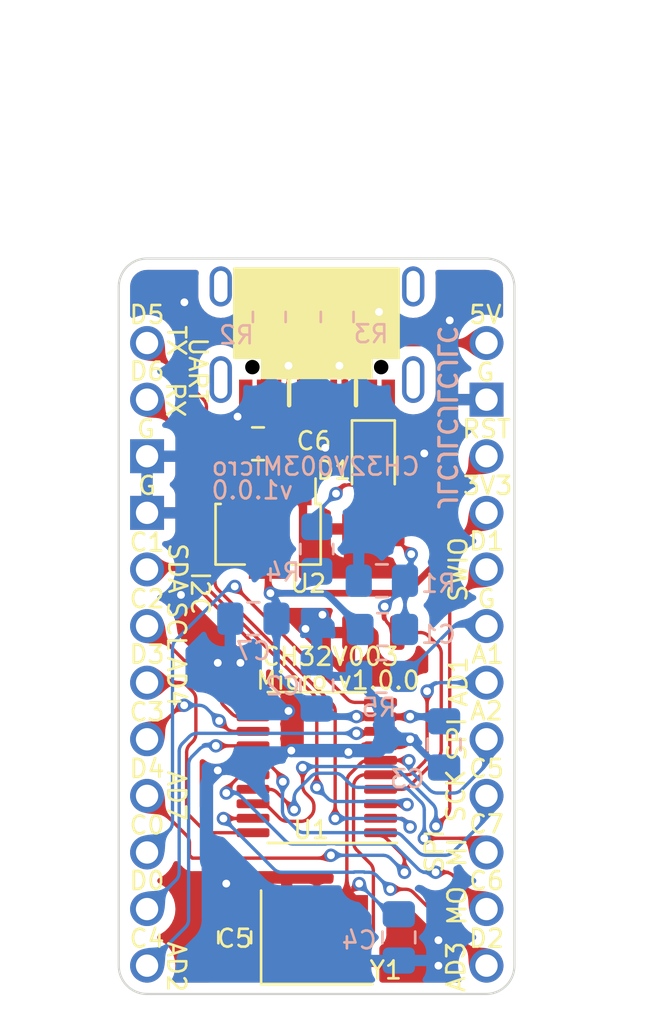
<source format=kicad_pcb>
(kicad_pcb (version 20211014) (generator pcbnew)
  (layers (0 "F.Cu" signal) (31 "B.Cu" signal) (34 "B.Paste" user) (35 "F.Paste" user) (36 "B.SilkS" user "B.Silkscreen") (37 "F.SilkS" user "F.Silkscreen") (38 "B.Mask" user) (39 "F.Mask" user) (44 "Edge.Cuts" user))
  (net 0 "")
  (net 1 "RST")
  (net 2 "GND")
  (net 3 "+3V3")
  (net 4 "18{slash}A0")
  (net 5 "19{slash}A1")
  (net 6 "+5V")
  (net 7 "Net-(D1-Pad2)")
  (net 8 "unconnected-(J1-Pad2)")
  (net 9 "unconnected-(J1-Pad3)")
  (net 10 "Net-(J1-Pad5)")
  (net 11 "Net-(J1-Pad6)")
  (net 12 "1{slash}UART_TX")
  (net 13 "0{slash}UART_RX")
  (net 14 "2{slash}I2C_SDA")
  (net 15 "3{slash}I2C_SCL")
  (net 16 "4{slash}A6")
  (net 17 "5")
  (net 18 "6{slash}A7")
  (net 19 "7")
  (net 20 "8{slash}A8")
  (net 21 "9{slash}A9")
  (net 22 "10{slash}A10")
  (net 23 "16{slash}SPI_MOSI")
  (net 24 "14{slash}SPI_MISO")
  (net 25 "15{slash}SPI_SCK")
  (net 26 "20{slash}A2")
  (net 27 "21{slash}A3")
  (footprint "$74th:ProMicro_LIKE_RIGHT" (layer "F.Cu") (at 114.3 81.28)
    (fp_text reference "J3" hide)
    (fp_text value "ProMicro-RightPin")
  )
  (footprint "$74th:USB-C-12-Pin-SMD" (layer "F.Cu") (at 106.68 63.5 180)
    (fp_text reference "J1" hide)
    (fp_text value "USB2.0_C_v3")
  )
  (footprint "Package_SO:TSSOP-20_4.4x6.5mm_P0.65mm" (layer "F.Cu") (at 106.68 85.09 180)
    (fp_text reference "U1")
    (fp_text value "CH32V003F4P6")
  )
  (footprint "$74th:LED_0805_2012Metric_Pad1.15x1.40mm_HandSolder" (layer "F.Cu") (at 109.22 71.374 -90)
    (fp_text reference "D1")
    (fp_text value "LED")
  )
  (footprint "$74th:Capacitor_0805_2012" (layer "F.Cu") (at 102.997 92.71 90)
    (fp_text reference "C5")
    (fp_text value "22p")
  )
  (footprint "$74th:ProMicro_LIKE_LEFT" (layer "F.Cu") (at 99.06 80.01)
    (fp_text reference "J2" hide)
    (fp_text value "ProMicro-LeftPin")
  )
  (footprint "$74th:Crystal_SMD_3225-4Pin_3.2x2.5mm_HandSoldering" (layer "F.Cu") (at 106.68 92.71)
    (fp_text reference "Y1")
    (fp_text value "24M")
  )
  (footprint "Package_TO_SOT_SMD:SOT-89-3" (layer "F.Cu") (at 104.4956 74.3204 -90)
    (fp_text reference "U2")
    (fp_text value "AMS1117-3.3")
  )
  (footprint "$74th:Capacitor_0805_2012" (layer "F.Cu") (at 104.0423 70.5612 180)
    (fp_text reference "C6")
    (fp_text value "10u")
  )
  (footprint "$74th:SKRPABE010" (layer "F.Cu") (at 109.22 76.708 90)
    (fp_text reference "SW1")
    (fp_text value "SW_Push")
  )
  (footprint "$74th:JLCJLCJLCJLC" (layer "B.Cu") (at 112.522 69.3928 90)
    (fp_text reference "REF**" hide)
    (fp_text value "JLCJLCJLCJLC")
  )
  (footprint "$74th:Register_0805_2012" (layer "B.Cu") (at 104.648 64.77 90)
    (fp_text reference "R2")
    (fp_text value "5.1k")
  )
  (footprint "$74th:Capacitor_0805_2012" (layer "B.Cu") (at 103.8352 78.4098 180)
    (fp_text reference "C7")
    (fp_text value "2.2u")
  )
  (footprint "$74th:Capacitor_0805_2012" (layer "B.Cu") (at 112.395 84.0525 -90)
    (fp_text reference "C3")
    (fp_text value "100n")
  )
  (footprint "$74th:Register_0805_2012" (layer "B.Cu") (at 107.696 64.77 90)
    (fp_text reference "R3")
    (fp_text value "5.1k")
  )
  (footprint "$74th:Register_0805_2012" (layer "B.Cu") (at 106.7816 75.184 90)
    (fp_text reference "R4")
    (fp_text value "200")
  )
  (footprint "$74th:Capacitor_0805_2012" (layer "B.Cu") (at 109.601 76.708 180)
    (fp_text reference "C1")
    (fp_text value "100n")
  )
  (footprint "$74th:Capacitor_0805_2012" (layer "B.Cu") (at 110.363 92.71 -90)
    (fp_text reference "C4")
    (fp_text value "22p")
  )
  (footprint "$74th:Capacitor_0805_2012" (layer "B.Cu") (at 106.68 81.407 90)
    (fp_text reference "C2")
    (fp_text value "100n")
  )
  (footprint "$74th:Register_0805_2012" (layer "B.Cu") (at 109.474 80.899 180)
    (fp_text reference "R5")
    (fp_text value "0")
  )
  (footprint "$74th:Register_0805_2012" (layer "B.Cu") (at 109.728 78.994)
    (fp_text reference "R1")
    (fp_text value "10k")
  )
  (gr_line (start 114.281949 95.249999) (end 99.060001 95.249999) (layer "Edge.Cuts") (width 0.1))
  (gr_line (start 115.551949 63.518051) (end 115.551949 93.979999) (layer "Edge.Cuts") (width 0.1))
  (gr_line (start 99.060001 62.248051) (end 114.281949 62.248051) (layer "Edge.Cuts") (width 0.1))
  (gr_arc (start 114.281949 62.248051) (mid 115.179975 62.620025) (end 115.551949 63.518051) (layer "Edge.Cuts") (width 0.1))
  (gr_line (start 97.790001 93.979999) (end 97.790001 63.518051) (layer "Edge.Cuts") (width 0.1))
  (gr_arc (start 115.551949 93.979999) (mid 115.179975 94.878025) (end 114.281949 95.249999) (layer "Edge.Cuts") (width 0.1))
  (gr_arc (start 99.060001 95.249999) (mid 98.161975 94.878025) (end 97.790001 93.979999) (layer "Edge.Cuts") (width 0.1))
  (gr_arc (start 97.790001 63.518051) (mid 98.161975 62.620025) (end 99.060001 62.248051) (layer "Edge.Cuts") (width 0.1))
  (gr_text "CH32V003Micro" (at 106.6292 71.5772) (layer "B.SilkS") (effects (font (size 0.8 0.8) (thickness 0.12)) (justify mirror)))
  (gr_text "v1.0.0" (at 103.7844 72.644) (layer "B.SilkS") (effects (font (size 0.8 0.8) (thickness 0.12)) (justify mirror)))
  (gr_text "D4" (at 99.06 85.1408) (layer "F.SilkS") (effects (font (size 0.8 0.8) (thickness 0.12))))
  (gr_text "A2" (at 114.3 82.55) (layer "F.SilkS") (effects (font (size 0.8 0.8) (thickness 0.12))))
  (gr_text "AD1" (at 113.03 81.2292 90) (layer "F.SilkS") (effects (font (size 0.8 0.8) (thickness 0.12))))
  (gr_text "G" (at 114.3 77.5208) (layer "F.SilkS") (effects (font (size 0.8 0.8) (thickness 0.12))))
  (gr_text "3V3" (at 114.3508 72.4408) (layer "F.SilkS") (effects (font (size 0.8 0.8) (thickness 0.12))))
  (gr_text "5V" (at 114.2492 64.77) (layer "F.SilkS") (effects (font (size 0.8 0.8) (thickness 0.12))))
  (gr_text "D6" (at 99.06 67.31) (layer "F.SilkS") (effects (font (size 0.8 0.8) (thickness 0.12))))
  (gr_text "AD3" (at 112.9284 94.0308 90) (layer "F.SilkS") (effects (font (size 0.8 0.8) (thickness 0.12))))
  (gr_text "TX" (at 100.3808 65.9384 270) (layer "F.SilkS") (effects (font (size 0.8 0.8) (thickness 0.12))))
  (gr_text "MO" (at 112.9792 91.2876 90) (layer "F.SilkS") (effects (font (size 0.8 0.8) (thickness 0.12))))
  (gr_text "I2C" (at 101.4476 77.2668 270) (layer "F.SilkS") (effects (font (size 0.8 0.8) (thickness 0.12))))
  (gr_text "C7" (at 114.3 87.63) (layer "F.SilkS") (effects (font (size 0.8 0.8) (thickness 0.12))))
  (gr_text "A1" (at 114.3508 80.01) (layer "F.SilkS") (effects (font (size 0.8 0.8) (thickness 0.12))))
  (gr_text "G" (at 99.06 72.4408) (layer "F.SilkS") (effects (font (size 0.8 0.8) (thickness 0.12))))
  (gr_text "AD2" (at 100.3808 94.0308 270) (layer "F.SilkS") (effects (font (size 0.8 0.8) (thickness 0.12))))
  (gr_text "C0" (at 99.06 87.6808) (layer "F.SilkS") (effects (font (size 0.8 0.8) (thickness 0.12))))
  (gr_text "SDA" (at 100.4316 76.1492 270) (layer "F.SilkS") (effects (font (size 0.8 0.8) (thickness 0.12))))
  (gr_text "C1" (at 99.06 74.9808) (layer "F.SilkS") (effects (font (size 0.8 0.8) (thickness 0.12))))
  (gr_text "MI" (at 112.9792 88.9 90) (layer "F.SilkS") (effects (font (size 0.8 0.8) (thickness 0.12))))
  (gr_text "C3" (at 99.06 82.6008) (layer "F.SilkS") (effects (font (size 0.8 0.8) (thickness 0.12))))
  (gr_text "C4" (at 99.06 92.7608) (layer "F.SilkS") (effects (font (size 0.8 0.8) (thickness 0.12))))
  (gr_text "v1.0.0" (at 109.474 81.1784) (layer "F.SilkS") (effects (font (size 0.8 0.8) (thickness 0.12))))
  (gr_text "CH32V003" (at 107.2896 80.1116) (layer "F.SilkS") (effects (font (size 0.8 0.8) (thickness 0.12))))
  (gr_text "Micro" (at 105.5624 81.1784) (layer "F.SilkS") (effects (font (size 0.8 0.8) (thickness 0.12))))
  (gr_text "D1" (at 114.3 74.93) (layer "F.SilkS") (effects (font (size 0.8 0.8) (thickness 0.12))))
  (gr_text "AD7" (at 100.3808 86.36 270) (layer "F.SilkS") (effects (font (size 0.8 0.8) (thickness 0.12))))
  (gr_text "RX" (at 100.33 68.58 270) (layer "F.SilkS") (effects (font (size 0.8 0.8) (thickness 0.12))))
  (gr_text "AD4" (at 100.3808 81.2292 270) (layer "F.SilkS") (effects (font (size 0.8 0.8) (thickness 0.12))))
  (gr_text "D5" (at 99.06 64.77) (layer "F.SilkS") (effects (font (size 0.8 0.8) (thickness 0.12))))
  (gr_text "SWIO" (at 113.03 76.2 90) (layer "F.SilkS") (effects (font (size 0.8 0.8) (thickness 0.12))))
  (gr_text "D0" (at 99.06 90.17) (layer "F.SilkS") (effects (font (size 0.8 0.8) (thickness 0.12))))
  (gr_text "SCL" (at 100.3808 78.74 270) (layer "F.SilkS") (effects (font (size 0.8 0.8) (thickness 0.12))))
  (gr_text "G" (at 114.2492 67.3608) (layer "F.SilkS") (effects (font (size 0.8 0.8) (thickness 0.12))))
  (gr_text "G" (at 99.0092 69.9008) (layer "F.SilkS") (effects (font (size 0.8 0.8) (thickness 0.12))))
  (gr_text "D3" (at 99.06 80.01) (layer "F.SilkS") (effects (font (size 0.8 0.8) (thickness 0.12))))
  (gr_text "SPI" (at 111.9632 88.8492 90) (layer "F.SilkS") (effects (font (size 0.8 0.8) (thickness 0.12))))
  (gr_text "C5" (at 114.3 85.1408) (layer "F.SilkS") (effects (font (size 0.8 0.8) (thickness 0.12))))
  (gr_text "C2" (at 99.06 77.5208) (layer "F.SilkS") (effects (font (size 0.8 0.8) (thickness 0.12))))
  (gr_text "SCK" (at 112.9284 86.36 90) (layer "F.SilkS") (effects (font (size 0.8 0.8) (thickness 0.12))))
  (gr_text "RST" (at 114.3 69.9008) (layer "F.SilkS") (effects (font (size 0.8 0.8) (thickness 0.12))))
  (gr_text "D2" (at 114.3 92.7608) (layer "F.SilkS") (effects (font (size 0.8 0.8) (thickness 0.12))))
  (gr_text "C6" (at 114.3 90.17) (layer "F.SilkS") (effects (font (size 0.8 0.8) (thickness 0.12))))
  (gr_text "UART" (at 101.346 67.2592 270) (layer "F.SilkS") (effects (font (size 0.8 0.8) (thickness 0.12))))
  (gr_text "SPI" (at 112.9792 83.82 90) (layer "F.SilkS") (effects (font (size 0.8 0.8) (thickness 0.12))))
  (segment (start 110.295 74.383) (end 110.829893 74.383) (width 0.15) (layer "F.Cu") (net 1))
  (segment (start 111.183447 74.236553) (end 114.3 71.12) (width 0.15) (layer "F.Cu") (net 1))
  (segment (start 112.268 84.291157) (end 112.268 79.963107) (width 0.15) (layer "F.Cu") (net 1))
  (segment (start 109.5425 86.065) (end 110.494157 86.065) (width 0.15) (layer "F.Cu") (net 1))
  (segment (start 110.441447 75.033847) (end 110.9218 75.5142) (width 0.15) (layer "F.Cu") (net 1))
  (segment (start 111.337893 79.033) (end 110.295 79.033) (width 0.15) (layer "F.Cu") (net 1))
  (segment (start 110.295 74.383) (end 110.295 74.680293) (width 0.15) (layer "F.Cu") (net 1))
  (segment (start 109.728 77.8663) (end 109.728 78.258893) (width 0.15) (layer "F.Cu") (net 1))
  (segment (start 112.121553 79.609553) (end 111.691446 79.179446) (width 0.15) (layer "F.Cu") (net 1))
  (segment (start 109.874447 78.612447) (end 110.295 79.033) (width 0.15) (layer "F.Cu") (net 1))
  (segment (start 110.847711 85.918553) (end 112.121554 84.64471) (width 0.15) (layer "F.Cu") (net 1))
  (via (at 109.728 77.8663) (size 0.6) (drill 0.35) (layers "F.Cu" "B.Cu") (net 1))
  (via (at 110.9218 75.5142) (size 0.6) (drill 0.35) (layers "F.Cu" "B.Cu") (net 1))
  (arc (start 112.268 79.963107) (mid 112.22994 79.771765) (end 112.121553 79.609553) (width 0.15) (layer "F.Cu") (net 1))
  (arc (start 109.728 78.258893) (mid 109.76606 78.450235) (end 109.874447 78.612447) (width 0.15) (layer "F.Cu") (net 1))
  (arc (start 112.121554 84.64471) (mid 112.22994 84.482498) (end 112.268 84.291157) (width 0.15) (layer "F.Cu") (net 1))
  (arc (start 111.183447 74.236553) (mid 111.021235 74.34494) (end 110.829893 74.383) (width 0.15) (layer "F.Cu") (net 1))
  (arc (start 110.441447 75.033847) (mid 110.33306 74.871635) (end 110.295 74.680293) (width 0.15) (layer "F.Cu") (net 1))
  (arc (start 111.337893 79.033) (mid 111.529234 79.07106) (end 111.691446 79.179446) (width 0.15) (layer "F.Cu") (net 1))
  (arc (start 110.494157 86.065) (mid 110.685499 86.02694) (end 110.847711 85.918553) (width 0.15) (layer "F.Cu") (net 1))
  (segment (start 110.492053 77.102247) (end 109.728 77.8663) (width 0.15) (layer "B.Cu") (net 1))
  (segment (start 110.9218 75.5142) (end 110.9218 76.242993) (width 0.15) (layer "B.Cu") (net 1))
  (segment (start 110.6385 76.708) (end 110.6385 76.748693) (width 0.15) (layer "B.Cu") (net 1))
  (segment (start 110.775353 76.596547) (end 110.5877 76.7842) (width 0.15) (layer "B.Cu") (net 1))
  (segment (start 110.6385 78.8835) (end 110.628 78.894) (width 0.15) (layer "B.Cu") (net 1))
  (segment (start 110.6385 76.708) (end 110.6385 78.8835) (width 0.15) (layer "B.Cu") (net 1))
  (arc (start 110.9218 76.242993) (mid 110.88374 76.434335) (end 110.775353 76.596547) (width 0.15) (layer "B.Cu") (net 1))
  (arc (start 110.492053 77.102247) (mid 110.60044 76.940035) (end 110.6385 76.748693) (width 0.15) (layer "B.Cu") (net 1))
  (segment (start 106.142047 71.657953) (end 107.061 70.739) (width 0.4) (layer "F.Cu") (net 2))
  (segment (start 109.5425 84.115) (end 108.798 84.115) (width 0.3) (layer "F.Cu") (net 2))
  (segment (start 110.036447 68.888447) (end 111.359554 70.211554) (width 0.3) (layer "F.Cu") (net 2))
  (segment (start 105.9956 72.6704) (end 105.9956 72.011507) (width 0.4) (layer "F.Cu") (net 2))
  (segment (start 103.343553 69.122447) (end 103.124 69.342) (width 0.4) (layer "F.Cu") (net 2))
  (segment (start 109.89 68.33) (end 109.89 68.534893) (width 0.3) (layer "F.Cu") (net 2))
  (segment (start 111.506 70.565107) (end 111.506 70.993) (width 0.3) (layer "F.Cu") (net 2))
  (segment (start 108.310882 84.395011) (end 108.100871 84.395011) (width 0.3) (layer "F.Cu") (net 2))
  (segment (start 108.798 84.115) (end 108.664435 84.248565) (width 0.3) (layer "F.Cu") (net 2))
  (segment (start 109.5425 84.115) (end 110.368893 84.115) (width 0.3) (layer "F.Cu") (net 2))
  (segment (start 110.722447 83.968553) (end 110.871 83.82) (width 0.3) (layer "F.Cu") (net 2))
  (segment (start 103.49 68.33) (end 103.49 68.768893) (width 0.4) (layer "F.Cu") (net 2))
  (via (at 111.506 70.993) (size 0.6) (drill 0.35) (layers "F.Cu" "B.Cu") (net 2))
  (via (at 106.934 78.232) (size 0.6) (drill 0.35) (layers "F.Cu" "B.Cu") (net 2))
  (via (at 103.251 80.391) (size 0.6) (drill 0.35) (layers "F.Cu" "B.Cu") (net 2))
  (via (at 100.7364 64.2112) (size 0.6) (drill 0.35) (layers "F.Cu" "B.Cu") (net 2))
  (via (at 106.172 78.867) (size 0.6) (drill 0.35) (layers "F.Cu" "B.Cu") (net 2))
  (via (at 110.871 83.82) (size 0.6) (drill 0.35) (layers "F.Cu" "B.Cu") (net 2))
  (via (at 112.141 93.98) (size 0.6) (drill 0.35) (layers "F.Cu" "B.Cu") (net 2))
  (via (at 108.100871 84.395011) (size 0.6) (drill 0.35) (layers "F.Cu" "B.Cu") (net 2))
  (via (at 102.616 90.297) (size 0.6) (drill 0.35) (layers "F.Cu" "B.Cu") (net 2))
  (via (at 112.141 92.837) (size 0.6) (drill 0.35) (layers "F.Cu" "B.Cu") (net 2))
  (via (at 105.41 82.55) (size 0.6) (drill 0.35) (layers "F.Cu" "B.Cu") (net 2))
  (via (at 105.537 84.328) (size 0.6) (drill 0.35) (layers "F.Cu" "B.Cu") (net 2))
  (via (at 102.235 85.217) (size 0.6) (drill 0.35) (layers "F.Cu" "B.Cu") (net 2))
  (via (at 103.124 69.342) (size 0.6) (drill 0.35) (layers "F.Cu" "B.Cu") (net 2))
  (via (at 102.235 80.391) (size 0.6) (drill 0.35) (layers "F.Cu" "B.Cu") (net 2))
  (via (at 112.649 65.024) (size 0.6) (drill 0.35) (layers "F.Cu" "B.Cu") (net 2))
  (via (at 100.584 77.343) (size 0.6) (drill 0.35) (layers "F.Cu" "B.Cu") (net 2))
  (via (at 109.474 64.643) (size 0.6) (drill 0.35) (layers "F.Cu" "B.Cu") (net 2))
  (via (at 107.061 70.739) (size 0.6) (drill 0.35) (layers "F.Cu" "B.Cu") (net 2))
  (arc (start 111.359554 70.211554) (mid 111.46794 70.373766) (end 111.506 70.565107) (width 0.3) (layer "F.Cu") (net 2))
  (arc (start 110.722447 83.968553) (mid 110.560235 84.07694) (end 110.368893 84.115) (width 0.3) (layer "F.Cu") (net 2))
  (arc (start 103.49 68.768893) (mid 103.45194 68.960235) (end 103.343553 69.122447) (width 0.4) (layer "F.Cu") (net 2))
  (arc (start 108.310882 84.395011) (mid 108.502223 84.356951) (end 108.664435 84.248565) (width 0.3) (layer "F.Cu") (net 2))
  (arc (start 110.036447 68.888447) (mid 109.92806 68.726235) (end 109.89 68.534893) (width 0.3) (layer "F.Cu") (net 2))
  (arc (start 106.142047 71.657953) (mid 106.03366 71.820165) (end 105.9956 72.011507) (width 0.4) (layer "F.Cu") (net 2))
  (segment (start 108.574 81.269) (end 108.7065 81.4015) (width 0.6) (layer "B.Cu") (net 2))
  (segment (start 111.762053 84.711053) (end 110.871 83.82) (width 0.3) (layer "B.Cu") (net 2))
  (segment (start 108.574 80.999) (end 108.574 81.269) (width 0.4) (layer "B.Cu") (net 2))
  (segment (start 109.0295 81.7245) (end 109.835554 82.530554) (width 0.4) (layer "B.Cu") (net 2))
  (segment (start 106.533553 79.228553) (end 106.172 78.867) (width 0.4) (layer "B.Cu") (net 2))
  (segment (start 106.68 80.3695) (end 106.68 79.582107) (width 0.4) (layer "B.Cu") (net 2))
  (segment (start 108.7065 81.4015) (end 109.0295 81.7245) (width 0.4) (layer "B.Cu") (net 2))
  (segment (start 102.616 90.297) (end 101.873446 89.554446) (width 0.6) (layer "B.Cu") (net 2))
  (segment (start 109.474 84.328) (end 109.982 83.82) (width 0.6) (layer "B.Cu") (net 2))
  (segment (start 105.537 84.328) (end 109.474 84.328) (width 0.6) (layer "B.Cu") (net 2))
  (segment (start 108.574 80.999) (end 107.516607 80.999) (width 0.4) (layer "B.Cu") (net 2))
  (segment (start 101.727 89.200893) (end 101.727 85.979) (width 0.6) (layer "B.Cu") (net 2))
  (segment (start 108.574 81.269) (end 109.0295 81.7245) (width 0.4) (layer "B.Cu") (net 2))
  (segment (start 107.163053 80.852553) (end 106.68 80.3695) (width 0.4) (layer "B.Cu") (net 2))
  (segment (start 101.873447 85.578553) (end 102.235 85.217) (width 0.6) (layer "B.Cu") (net 2))
  (segment (start 101.727 85.979) (end 101.727 85.932107) (width 0.6) (layer "B.Cu") (net 2))
  (segment (start 112.395 84.8575) (end 112.115607 84.8575) (width 0.3) (layer "B.Cu") (net 2))
  (segment (start 109.982 83.82) (end 110.871 83.82) (width 0.6) (layer "B.Cu") (net 2))
  (segment (start 109.728 84.074) (end 109.474 84.328) (width 0.6) (layer "B.Cu") (net 2))
  (segment (start 109.982 82.884107) (end 109.982 83.82) (width 0.4) (layer "B.Cu") (net 2))
  (arc (start 109.835554 82.530554) (mid 109.94394 82.692766) (end 109.982 82.884107) (width 0.4) (layer "B.Cu") (net 2))
  (arc (start 101.873446 89.554446) (mid 101.76506 89.392234) (end 101.727 89.200893) (width 0.6) (layer "B.Cu") (net 2))
  (arc (start 106.533553 79.228553) (mid 106.64194 79.390765) (end 106.68 79.582107) (width 0.4) (layer "B.Cu") (net 2))
  (arc (start 107.163053 80.852553) (mid 107.325265 80.96094) (end 107.516607 80.999) (width 0.4) (layer "B.Cu") (net 2))
  (arc (start 111.762053 84.711053) (mid 111.924265 84.81944) (end 112.115607 84.8575) (width 0.3) (layer "B.Cu") (net 2))
  (arc (start 101.873447 85.578553) (mid 101.76506 85.740765) (end 101.727 85.932107) (width 0.6) (layer "B.Cu") (net 2))
  (segment (start 104.4956 77.1652) (end 104.4956 72.7579) (width 0.3) (layer "F.Cu") (net 3))
  (segment (start 104.5972 77.2668) (end 104.4956 77.1652) (width 0.3) (layer "F.Cu") (net 3))
  (segment (start 109.5425 82.815) (end 108.469 82.815) (width 0.3) (layer "F.Cu") (net 3))
  (segment (start 104.5972 77.2668) (end 110.486093 77.2668) (width 0.3) (layer "F.Cu") (net 3))
  (segment (start 108.469 82.815) (end 108.458 82.804) (width 0.3) (layer "F.Cu") (net 3))
  (segment (start 109.5425 82.815) (end 110.86 82.815) (width 0.3) (layer "F.Cu") (net 3))
  (segment (start 110.86 82.815) (end 110.871 82.804) (width 0.3) (layer "F.Cu") (net 3))
  (segment (start 110.839647 77.120353) (end 114.3 73.66) (width 0.3) (layer "F.Cu") (net 3))
  (via (at 104.5972 77.2668) (size 0.6) (drill 0.35) (layers "F.Cu" "B.Cu") (net 3))
  (via (at 108.458 82.804) (size 0.6) (drill 0.35) (layers "F.Cu" "B.Cu") (net 3))
  (via (at 110.871 82.804) (size 0.6) (drill 0.35) (layers "F.Cu" "B.Cu") (net 3))
  (arc (start 110.486093 77.2668) (mid 110.677435 77.22874) (end 110.839647 77.120353) (width 0.3) (layer "F.Cu") (net 3))
  (segment (start 105.6988 77.2668) (end 106.6816 76.284) (width 0.3) (layer "B.Cu") (net 3))
  (segment (start 105.6988 77.2668) (end 106.904693 77.2668) (width 0.3) (layer "B.Cu") (net 3))
  (segment (start 108.458 82.804) (end 107.246607 82.804) (width 0.3) (layer "B.Cu") (net 3))
  (segment (start 107.258247 77.413247) (end 108.628 78.783) (width 0.3) (layer "B.Cu") (net 3))
  (segment (start 106.68 82.4445) (end 106.654607 82.4445) (width 0.3) (layer "B.Cu") (net 3))
  (segment (start 106.893053 82.657553) (end 106.68 82.4445) (width 0.3) (layer "B.Cu") (net 3))
  (segment (start 110.871 82.804) (end 112.3735 82.804) (width 0.3) (layer "B.Cu") (net 3))
  (segment (start 106.301053 82.298053) (end 105.019146 81.016146) (width 0.3) (layer "B.Cu") (net 3))
  (segment (start 108.628 78.783) (end 108.628 78.894) (width 0.3) (layer "B.Cu") (net 3))
  (segment (start 104.8727 80.662593) (end 104.8727 78.4098) (width 0.3) (layer "B.Cu") (net 3))
  (segment (start 104.5972 77.2668) (end 105.6988 77.2668) (width 0.3) (layer "B.Cu") (net 3))
  (segment (start 104.5972 77.2668) (end 104.726254 77.395854) (width 0.3) (layer "B.Cu") (net 3))
  (segment (start 104.8727 77.749407) (end 104.8727 78.4098) (width 0.3) (layer "B.Cu") (net 3))
  (arc (start 104.8727 77.749407) (mid 104.83464 77.558066) (end 104.726254 77.395854) (width 0.3) (layer "B.Cu") (net 3))
  (arc (start 104.8727 80.662593) (mid 104.91076 80.853934) (end 105.019146 81.016146) (width 0.3) (layer "B.Cu") (net 3))
  (arc (start 106.904693 77.2668) (mid 107.096035 77.30486) (end 107.258247 77.413247) (width 0.3) (layer "B.Cu") (net 3))
  (arc (start 106.654607 82.4445) (mid 106.463265 82.40644) (end 106.301053 82.298053) (width 0.3) (layer "B.Cu") (net 3))
  (arc (start 106.893053 82.657553) (mid 107.055265 82.76594) (end 107.246607 82.804) (width 0.3) (layer "B.Cu") (net 3))
  (segment (start 110.817307 84.782937) (end 110.79937 84.765) (width 0.15) (layer "F.Cu") (net 4))
  (segment (start 108.03 91.635) (end 108.03 91.059107) (width 0.15) (layer "F.Cu") (net 4))
  (segment (start 110.79937 84.765) (end 109.5425 84.765) (width 0.15) (layer "F.Cu") (net 4))
  (segment (start 108.176447 90.705553) (end 108.585 90.297) (width 0.15) (layer "F.Cu") (net 4))
  (segment (start 108.176447 85.371553) (end 108.636554 84.911446) (width 0.15) (layer "F.Cu") (net 4))
  (segment (start 108.03 91.635) (end 108.03 85.725107) (width 0.15) (layer "F.Cu") (net 4))
  (segment (start 108.990107 84.765) (end 109.5425 84.765) (width 0.15) (layer "F.Cu") (net 4))
  (via (at 108.585 90.297) (size 0.6) (drill 0.35) (layers "F.Cu" "B.Cu") (net 4))
  (via (at 110.817307 84.782937) (size 0.6) (drill 0.35) (layers "F.Cu" "B.Cu") (net 4))
  (arc (start 108.03 85.725107) (mid 108.06806 85.533765) (end 108.176447 85.371553) (width 0.15) (layer "F.Cu") (net 4))
  (arc (start 108.03 91.059107) (mid 108.06806 90.867765) (end 108.176447 90.705553) (width 0.15) (layer "F.Cu") (net 4))
  (arc (start 108.990107 84.765) (mid 108.798766 84.80306) (end 108.636554 84.911446) (width 0.15) (layer "F.Cu") (net 4))
  (segment (start 110.817307 84.782937) (end 110.817307 84.9562) (width 0.15) (layer "B.Cu") (net 4))
  (segment (start 110.109 91.821) (end 110.236 91.821) (width 0.15) (layer "B.Cu") (net 4))
  (segment (start 108.585 90.297) (end 110.109 91.821) (width 0.15) (layer "B.Cu") (net 4))
  (segment (start 110.963754 85.309754) (end 111.740554 86.086554) (width 0.15) (layer "B.Cu") (net 4))
  (segment (start 114.3 84.755893) (end 114.3 83.82) (width 0.15) (layer "B.Cu") (net 4))
  (segment (start 113.176447 86.086553) (end 114.153554 85.109446) (width 0.15) (layer "B.Cu") (net 4))
  (segment (start 112.094107 86.233) (end 112.822893 86.233) (width 0.15) (layer "B.Cu") (net 4))
  (arc (start 112.094107 86.233) (mid 111.902766 86.19494) (end 111.740554 86.086554) (width 0.15) (layer "B.Cu") (net 4))
  (arc (start 112.822893 86.233) (mid 113.014235 86.19494) (end 113.176447 86.086553) (width 0.15) (layer "B.Cu") (net 4))
  (arc (start 110.817307 84.9562) (mid 110.855367 85.147542) (end 110.963754 85.309754) (width 0.15) (layer "B.Cu") (net 4))
  (arc (start 114.3 84.755893) (mid 114.26194 84.947234) (end 114.153554 85.109446) (width 0.15) (layer "B.Cu") (net 4))
  (segment (start 109.073553 89.388553) (end 108.477446 88.792446) (width 0.15) (layer "F.Cu") (net 5))
  (segment (start 105.33 93.785) (end 106.283554 92.831446) (width 0.15) (layer "F.Cu") (net 5))
  (segment (start 103.0345 93.785) (end 105.33 93.785) (width 0.15) (layer "F.Cu") (net 5))
  (segment (start 111.073447 85.268553) (end 111.486554 84.855446) (width 0.15) (layer "F.Cu") (net 5))
  (segment (start 109.118 92.685) (end 109.22 92.583) (width 0.15) (layer "F.Cu") (net 5))
  (segment (start 109.5425 85.415) (end 110.719893 85.415) (width 0.15) (layer "F.Cu") (net 5))
  (segment (start 108.848107 85.415) (end 109.5425 85.415) (width 0.15) (layer "F.Cu") (net 5))
  (segment (start 108.477447 85.578553) (end 108.494554 85.561446) (width 0.15) (layer "F.Cu") (net 5))
  (segment (start 102.997 93.7475) (end 103.0345 93.785) (width 0.15) (layer "F.Cu") (net 5))
  (segment (start 106.637107 92.685) (end 109.118 92.685) (width 0.15) (layer "F.Cu") (net 5))
  (segment (start 108.331 88.438893) (end 108.331 85.932107) (width 0.15) (layer "F.Cu") (net 5))
  (segment (start 111.633 84.501893) (end 111.633 81.661) (width 0.15) (layer "F.Cu") (net 5))
  (segment (start 109.22 92.583) (end 109.22 89.742107) (width 0.15) (layer "F.Cu") (net 5))
  (via (at 111.633 81.661) (size 0.6) (drill 0.35) (layers "F.Cu" "B.Cu") (net 5))
  (arc (start 106.283554 92.831446) (mid 106.445766 92.72306) (end 106.637107 92.685) (width 0.15) (layer "F.Cu") (net 5))
  (arc (start 108.331 88.438893) (mid 108.36906 88.630234) (end 108.477446 88.792446) (width 0.15) (layer "F.Cu") (net 5))
  (arc (start 111.073447 85.268553) (mid 110.911235 85.37694) (end 110.719893 85.415) (width 0.15) (layer "F.Cu") (net 5))
  (arc (start 111.486554 84.855446) (mid 111.59494 84.693234) (end 111.633 84.501893) (width 0.15) (layer "F.Cu") (net 5))
  (arc (start 108.848107 85.415) (mid 108.656766 85.45306) (end 108.494554 85.561446) (width 0.15) (layer "F.Cu") (net 5))
  (arc (start 109.22 89.742107) (mid 109.18194 89.550765) (end 109.073553 89.388553) (width 0.15) (layer "F.Cu") (net 5))
  (arc (start 108.331 85.932107) (mid 108.36906 85.740765) (end 108.477447 85.578553) (width 0.15) (layer "F.Cu") (net 5))
  (segment (start 112.221107 81.28) (end 114.3 81.28) (width 0.15) (layer "B.Cu") (net 5))
  (segment (start 111.633 81.661) (end 111.867554 81.426446) (width 0.15) (layer "B.Cu") (net 5))
  (arc (start 112.221107 81.28) (mid 112.029766 81.31806) (end 111.867554 81.426446) (width 0.15) (layer "B.Cu") (net 5))
  (segment (start 107.842447 65.424447) (end 108.311554 65.893554) (width 0.3) (layer "F.Cu") (net 6))
  (segment (start 104.794447 65.893553) (end 105.263554 65.424446) (width 0.3) (layer "F.Cu") (net 6))
  (segment (start 104.29 68.33) (end 104.29 69.564293) (width 0.3) (layer "F.Cu") (net 6))
  (segment (start 104.905907 70.5612) (end 105.0798 70.5612) (width 0.3) (layer "F.Cu") (net 6))
  (segment (start 105.617107 65.278) (end 107.488893 65.278) (width 0.3) (layer "F.Cu") (net 6))
  (segment (start 108.458 66.247107) (end 108.458 67.056) (width 0.3) (layer "F.Cu") (net 6))
  (segment (start 104.29 68.33) (end 104.29 67.875107) (width 0.3) (layer "F.Cu") (net 6))
  (segment (start 104.436447 69.917847) (end 105.0798 70.5612) (width 0.3) (layer "F.Cu") (net 6))
  (segment (start 108.458 67.056) (end 108.458 67.490893) (width 0.3) (layer "F.Cu") (net 6))
  (segment (start 109.681107 66.04) (end 114.3 66.04) (width 0.3) (layer "F.Cu") (net 6))
  (segment (start 103.142047 72.117953) (end 104.552354 70.707646) (width 0.3) (layer "F.Cu") (net 6))
  (segment (start 104.648 67.102893) (end 104.648 66.247107) (width 0.3) (layer "F.Cu") (net 6))
  (segment (start 104.436447 67.521553) (end 104.501554 67.456446) (width 0.3) (layer "F.Cu") (net 6))
  (segment (start 108.604447 67.844447) (end 109.09 68.33) (width 0.3) (layer "F.Cu") (net 6))
  (segment (start 108.458 67.056) (end 109.327554 66.186446) (width 0.3) (layer "F.Cu") (net 6))
  (segment (start 102.9956 72.6704) (end 102.9956 72.471507) (width 0.3) (layer "F.Cu") (net 6))
  (arc (start 104.29 69.564293) (mid 104.32806 69.755635) (end 104.436447 69.917847) (width 0.3) (layer "F.Cu") (net 6))
  (arc (start 108.458 67.490893) (mid 108.49606 67.682235) (end 108.604447 67.844447) (width 0.3) (layer "F.Cu") (net 6))
  (arc (start 105.263554 65.424446) (mid 105.425766 65.31606) (end 105.617107 65.278) (width 0.3) (layer "F.Cu") (net 6))
  (arc (start 108.311554 65.893554) (mid 108.41994 66.055766) (end 108.458 66.247107) (width 0.3) (layer "F.Cu") (net 6))
  (arc (start 103.142047 72.117953) (mid 103.03366 72.280165) (end 102.9956 72.471507) (width 0.3) (layer "F.Cu") (net 6))
  (arc (start 104.794447 65.893553) (mid 104.68606 66.055765) (end 104.648 66.247107) (width 0.3) (layer "F.Cu") (net 6))
  (arc (start 104.552354 70.707646) (mid 104.714566 70.59926) (end 104.905907 70.5612) (width 0.3) (layer "F.Cu") (net 6))
  (arc (start 104.29 67.875107) (mid 104.32806 67.683765) (end 104.436447 67.521553) (width 0.3) (layer "F.Cu") (net 6))
  (arc (start 107.842447 65.424447) (mid 107.680235 65.31606) (end 107.488893 65.278) (width 0.3) (layer "F.Cu") (net 6))
  (arc (start 104.648 67.102893) (mid 104.60994 67.294234) (end 104.501554 67.456446) (width 0.3) (layer "F.Cu") (net 6))
  (arc (start 109.681107 66.04) (mid 109.489766 66.07806) (end 109.327554 66.186446) (width 0.3) (layer "F.Cu") (net 6))
  (segment (start 107.5436 72.7964) (end 107.794554 72.545446) (width 0.15) (layer "F.Cu") (net 7))
  (segment (start 108.148107 72.399) (end 109.22 72.399) (width 0.15) (layer "F.Cu") (net 7))
  (via (at 107.5436 72.7964) (size 0.6) (drill 0.35) (layers "F.Cu" "B.Cu") (net 7))
  (arc (start 107.794554 72.545446) (mid 107.956766 72.43706) (end 108.148107 72.399) (width 0.15) (layer "F.Cu") (net 7))
  (segment (start 106.828047 73.511953) (end 107.5436 72.7964) (width 0.15) (layer "B.Cu") (net 7))
  (segment (start 106.6816 74.284) (end 106.6816 73.865507) (width 0.15) (layer "B.Cu") (net 7))
  (arc (start 106.6816 73.865507) (mid 106.71966 73.674165) (end 106.828047 73.511953) (width 0.15) (layer "B.Cu") (net 7))
  (segment (start 106.44 68.33) (end 106.44 68.767893) (width 0.15) (layer "F.Cu") (net 8))
  (segment (start 107.44 68.882893) (end 107.44 68.33) (width 0.15) (layer "F.Cu") (net 8))
  (segment (start 106.586447 69.121447) (end 106.660554 69.195554) (width 0.15) (layer "F.Cu") (net 8))
  (segment (start 107.188 69.342) (end 107.293554 69.236446) (width 0.15) (layer "F.Cu") (net 8))
  (segment (start 107.014107 69.342) (end 107.188 69.342) (width 0.15) (layer "F.Cu") (net 8))
  (arc (start 106.586447 69.121447) (mid 106.47806 68.959235) (end 106.44 68.767893) (width 0.15) (layer "F.Cu") (net 8))
  (arc (start 107.44 68.882893) (mid 107.40194 69.074234) (end 107.293554 69.236446) (width 0.15) (layer "F.Cu") (net 8))
  (arc (start 107.014107 69.342) (mid 106.822766 69.30394) (end 106.660554 69.195554) (width 0.15) (layer "F.Cu") (net 8))
  (segment (start 106.16 67.31) (end 106.345893 67.31) (width 0.15) (layer "F.Cu") (net 9))
  (segment (start 106.94 67.904107) (end 106.94 68.33) (width 0.15) (layer "F.Cu") (net 9))
  (segment (start 106.086447 67.383553) (end 106.16 67.31) (width 0.15) (layer "F.Cu") (net 9))
  (segment (start 106.699447 67.456447) (end 106.793554 67.550554) (width 0.15) (layer "F.Cu") (net 9))
  (segment (start 105.94 68.33) (end 105.94 67.737107) (width 0.15) (layer "F.Cu") (net 9))
  (arc (start 106.699447 67.456447) (mid 106.537235 67.34806) (end 106.345893 67.31) (width 0.15) (layer "F.Cu") (net 9))
  (arc (start 106.94 67.904107) (mid 106.90194 67.712766) (end 106.793554 67.550554) (width 0.15) (layer "F.Cu") (net 9))
  (arc (start 106.086447 67.383553) (mid 105.97806 67.545765) (end 105.94 67.737107) (width 0.15) (layer "F.Cu") (net 9))
  (segment (start 107.94 68.33) (end 107.94 67.507107) (width 0.15) (layer "F.Cu") (net 10))
  (segment (start 107.793553 67.153553) (end 107.696 67.056) (width 0.15) (layer "F.Cu") (net 10))
  (via (at 107.696 67.056) (size 0.6) (drill 0.35) (layers "F.Cu" "B.Cu") (net 10))
  (arc (start 107.94 67.507107) (mid 107.90194 67.315765) (end 107.793553 67.153553) (width 0.15) (layer "F.Cu") (net 10))
  (segment (start 107.696 65.97) (end 107.596 65.87) (width 0.15) (layer "B.Cu") (net 10))
  (segment (start 107.696 67.056) (end 107.696 65.97) (width 0.15) (layer "B.Cu") (net 10))
  (segment (start 105.41 67.652893) (end 105.41 67.056) (width 0.15) (layer "F.Cu") (net 11))
  (segment (start 104.94 68.33) (end 105.263554 68.006446) (width 0.15) (layer "F.Cu") (net 11))
  (via (at 105.41 67.056) (size 0.6) (drill 0.35) (layers "F.Cu" "B.Cu") (net 11))
  (arc (start 105.41 67.652893) (mid 105.37194 67.844234) (end 105.263554 68.006446) (width 0.15) (layer "F.Cu") (net 11))
  (segment (start 105.263553 66.585553) (end 104.548 65.87) (width 0.15) (layer "B.Cu") (net 11))
  (segment (start 105.41 67.056) (end 105.41 66.939107) (width 0.15) (layer "B.Cu") (net 11))
  (arc (start 105.263553 66.585553) (mid 105.37194 66.747765) (end 105.41 66.939107) (width 0.15) (layer "B.Cu") (net 11))
  (segment (start 107.359053 82.213053) (end 102.254446 77.108446) (width 0.15) (layer "F.Cu") (net 12))
  (segment (start 101.580553 68.560553) (end 99.06 66.04) (width 0.15) (layer "F.Cu") (net 12))
  (segment (start 110.271893 87.365) (end 109.5425 87.365) (width 0.15) (layer "F.Cu") (net 12))
  (segment (start 101.727 73.706893) (end 101.727 68.914107) (width 0.15) (layer "F.Cu") (net 12))
  (segment (start 107.5055 87.376) (end 107.5055 82.566607) (width 0.15) (layer "F.Cu") (net 12))
  (segment (start 101.961553 74.148553) (end 101.873446 74.060446) (width 0.15) (layer "F.Cu") (net 12))
  (segment (start 110.871 87.757) (end 110.625446 87.511446) (width 0.15) (layer "F.Cu") (net 12))
  (segment (start 102.108 76.754893) (end 102.108 74.502107) (width 0.15) (layer "F.Cu") (net 12))
  (via (at 107.5055 87.376) (size 0.6) (drill 0.35) (layers "F.Cu" "B.Cu") (net 12))
  (via (at 110.871 87.757) (size 0.6) (drill 0.35) (layers "F.Cu" "B.Cu") (net 12))
  (arc (start 110.271893 87.365) (mid 110.463234 87.40306) (end 110.625446 87.511446) (width 0.15) (layer "F.Cu") (net 12))
  (arc (start 102.108 76.754893) (mid 102.14606 76.946234) (end 102.254446 77.108446) (width 0.15) (layer "F.Cu") (net 12))
  (arc (start 107.359053 82.213053) (mid 107.46744 82.375265) (end 107.5055 82.566607) (width 0.15) (layer "F.Cu") (net 12))
  (arc (start 102.108 74.502107) (mid 102.06994 74.310765) (end 101.961553 74.148553) (width 0.15) (layer "F.Cu") (net 12))
  (arc (start 101.580553 68.560553) (mid 101.68894 68.722765) (end 101.727 68.914107) (width 0.15) (layer "F.Cu") (net 12))
  (arc (start 101.727 73.706893) (mid 101.76506 73.898234) (end 101.873446 74.060446) (width 0.15) (layer "F.Cu") (net 12))
  (segment (start 107.5055 87.376) (end 110.282893 87.376) (width 0.15) (layer "B.Cu") (net 12))
  (segment (start 110.636447 87.522447) (end 110.871 87.757) (width 0.15) (layer "B.Cu") (net 12))
  (arc (start 110.636447 87.522447) (mid 110.474235 87.41406) (end 110.282893 87.376) (width 0.15) (layer "B.Cu") (net 12))
  (segment (start 101.573447 76.851711) (end 106.533554 81.811818) (width 0.15) (layer "F.Cu") (net 13))
  (segment (start 106.68 85.979) (end 106.68 82.165371) (width 0.15) (layer "F.Cu") (net 13))
  (segment (start 110.734232 86.750768) (end 110.698463 86.715) (width 0.15) (layer "F.Cu") (net 13))
  (segment (start 99.06 68.58) (end 101.280554 70.800554) (width 0.15) (layer "F.Cu") (net 13))
  (segment (start 101.427 71.154107) (end 101.427 76.498157) (width 0.15) (layer "F.Cu") (net 13))
  (segment (start 110.698463 86.715) (end 109.5425 86.715) (width 0.15) (layer "F.Cu") (net 13))
  (via (at 110.734232 86.750768) (size 0.6) (drill 0.35) (layers "F.Cu" "B.Cu") (net 13))
  (via (at 106.68 85.979) (size 0.6) (drill 0.35) (layers "F.Cu" "B.Cu") (net 13))
  (arc (start 101.280554 70.800554) (mid 101.38894 70.962766) (end 101.427 71.154107) (width 0.15) (layer "F.Cu") (net 13))
  (arc (start 106.533554 81.811818) (mid 106.64194 81.97403) (end 106.68 82.165371) (width 0.15) (layer "F.Cu") (net 13))
  (arc (start 101.427 76.498157) (mid 101.46506 76.689499) (end 101.573447 76.851711) (width 0.15) (layer "F.Cu") (net 13))
  (segment (start 107.168553 86.467553) (end 106.68 85.979) (width 0.15) (layer "B.Cu") (net 13))
  (segment (start 110.597463 86.614) (end 107.522107 86.614) (width 0.15) (layer "B.Cu") (net 13))
  (segment (start 110.734232 86.750768) (end 110.597463 86.614) (width 0.15) (layer "B.Cu") (net 13))
  (arc (start 107.168553 86.467553) (mid 107.330765 86.57594) (end 107.522107 86.614) (width 0.15) (layer "B.Cu") (net 13))
  (segment (start 100.290365 76.2) (end 99.06 76.2) (width 0.15) (layer "F.Cu") (net 14))
  (segment (start 103.8175 82.165) (end 103.8175 79.727135) (width 0.15) (layer "F.Cu") (net 14))
  (segment (start 103.671053 79.373581) (end 100.643918 76.346446) (width 0.15) (layer "F.Cu") (net 14))
  (arc (start 100.643918 76.346446) (mid 100.481706 76.23806) (end 100.290365 76.2) (width 0.15) (layer "F.Cu") (net 14))
  (arc (start 103.8175 79.727135) (mid 103.77944 79.535793) (end 103.671053 79.373581) (width 0.15) (layer "F.Cu") (net 14))
  (segment (start 102.362 81.915) (end 99.187 78.74) (width 0.15) (layer "F.Cu") (net 15))
  (segment (start 102.362 81.961893) (end 102.362 81.915) (width 0.15) (layer "F.Cu") (net 15))
  (segment (start 99.187 78.74) (end 99.06 78.74) (width 0.15) (layer "F.Cu") (net 15))
  (segment (start 103.8175 82.815) (end 103.215107 82.815) (width 0.15) (layer "F.Cu") (net 15))
  (segment (start 102.861553 82.668553) (end 102.508446 82.315446) (width 0.15) (layer "F.Cu") (net 15))
  (arc (start 102.508446 82.315446) (mid 102.40006 82.153234) (end 102.362 81.961893) (width 0.15) (layer "F.Cu") (net 15))
  (arc (start 103.215107 82.815) (mid 103.023765 82.77694) (end 102.861553 82.668553) (width 0.15) (layer "F.Cu") (net 15))
  (segment (start 101.2525 82.028607) (end 101.2525 83.579393) (width 0.15) (layer "F.Cu") (net 16))
  (segment (start 100.838 84.408107) (end 100.838 86.914893) (width 0.15) (layer "F.Cu") (net 16))
  (segment (start 101.106053 83.932947) (end 100.984446 84.054554) (width 0.15) (layer "F.Cu") (net 16))
  (segment (start 101.938107 88.015) (end 103.8175 88.015) (width 0.15) (layer "F.Cu") (net 16))
  (segment (start 100.857447 81.426447) (end 101.106054 81.675054) (width 0.15) (layer "F.Cu") (net 16))
  (segment (start 99.06 81.28) (end 100.503893 81.28) (width 0.15) (layer "F.Cu") (net 16))
  (segment (start 100.984447 87.268447) (end 101.584554 87.868554) (width 0.15) (layer "F.Cu") (net 16))
  (arc (start 101.2525 82.028607) (mid 101.21444 81.837266) (end 101.106054 81.675054) (width 0.15) (layer "F.Cu") (net 16))
  (arc (start 100.984447 87.268447) (mid 100.87606 87.106235) (end 100.838 86.914893) (width 0.15) (layer "F.Cu") (net 16))
  (arc (start 101.584554 87.868554) (mid 101.746766 87.97694) (end 101.938107 88.015) (width 0.15) (layer "F.Cu") (net 16))
  (arc (start 100.857447 81.426447) (mid 100.695235 81.31806) (end 100.503893 81.28) (width 0.15) (layer "F.Cu") (net 16))
  (arc (start 100.984446 84.054554) (mid 100.87606 84.216766) (end 100.838 84.408107) (width 0.15) (layer "F.Cu") (net 16))
  (arc (start 101.106053 83.932947) (mid 101.21444 83.770735) (end 101.2525 83.579393) (width 0.15) (layer "F.Cu") (net 16))
  (segment (start 102.976107 83.465) (end 103.8175 83.465) (width 0.15) (layer "F.Cu") (net 17))
  (segment (start 100.584 82.296) (end 99.06 83.82) (width 0.15) (layer "F.Cu") (net 17))
  (segment (start 102.2985 82.9945) (end 102.622554 83.318554) (width 0.15) (layer "F.Cu") (net 17))
  (segment (start 100.7275 82.296) (end 100.584 82.296) (width 0.15) (layer "F.Cu") (net 17))
  (via (at 100.7275 82.296) (size 0.6) (drill 0.35) (layers "F.Cu" "B.Cu") (net 17))
  (via (at 102.2985 82.9945) (size 0.6) (drill 0.35) (layers "F.Cu" "B.Cu") (net 17))
  (arc (start 102.976107 83.465) (mid 102.784766 83.42694) (end 102.622554 83.318554) (width 0.15) (layer "F.Cu") (net 17))
  (segment (start 101.746447 82.442447) (end 102.2985 82.9945) (width 0.15) (layer "B.Cu") (net 17))
  (segment (start 100.7275 82.296) (end 101.392893 82.296) (width 0.15) (layer "B.Cu") (net 17))
  (arc (start 101.746447 82.442447) (mid 101.584235 82.33406) (end 101.392893 82.296) (width 0.15) (layer "B.Cu") (net 17))
  (segment (start 101.092 89.154) (end 107.188 89.154) (width 0.15) (layer "F.Cu") (net 18))
  (segment (start 99.06 86.36) (end 100.818554 88.118554) (width 0.15) (layer "F.Cu") (net 18))
  (segment (start 110.470553 88.943053) (end 109.5425 88.015) (width 0.15) (layer "F.Cu") (net 18))
  (segment (start 100.965 89.027) (end 101.092 89.154) (width 0.15) (layer "F.Cu") (net 18))
  (segment (start 107.188 89.154) (end 107.315 89.027) (width 0.15) (layer "F.Cu") (net 18))
  (segment (start 110.617 89.789) (end 110.617 89.296607) (width 0.15) (layer "F.Cu") (net 18))
  (segment (start 100.965 88.472107) (end 100.965 89.027) (width 0.15) (layer "F.Cu") (net 18))
  (via (at 110.617 89.789) (size 0.6) (drill 0.35) (layers "F.Cu" "B.Cu") (net 18))
  (via (at 107.315 89.027) (size 0.6) (drill 0.35) (layers "F.Cu" "B.Cu") (net 18))
  (arc (start 110.617 89.296607) (mid 110.57894 89.105265) (end 110.470553 88.943053) (width 0.15) (layer "F.Cu") (net 18))
  (arc (start 100.818554 88.118554) (mid 100.92694 88.280766) (end 100.965 88.472107) (width 0.15) (layer "F.Cu") (net 18))
  (segment (start 107.315 89.027) (end 109.647893 89.027) (width 0.15) (layer "B.Cu") (net 18))
  (segment (start 110.001447 89.173447) (end 110.617 89.789) (width 0.15) (layer "B.Cu") (net 18))
  (arc (start 109.647893 89.027) (mid 109.839235 89.06506) (end 110.001447 89.173447) (width 0.15) (layer "B.Cu") (net 18))
  (segment (start 108.053553 82.018553) (end 102.997 76.962) (width 0.15) (layer "F.Cu") (net 19))
  (segment (start 109.5425 82.165) (end 108.407107 82.165) (width 0.15) (layer "F.Cu") (net 19))
  (via (at 102.997 76.962) (size 0.6) (drill 0.35) (layers "F.Cu" "B.Cu") (net 19))
  (arc (start 108.407107 82.165) (mid 108.215765 82.12694) (end 108.053553 82.018553) (width 0.15) (layer "F.Cu") (net 19))
  (segment (start 102.968356 76.962) (end 102.997 76.962) (width 0.15) (layer "B.Cu") (net 19))
  (segment (start 99.06 88.9) (end 100.056554 87.903446) (width 0.15) (layer "B.Cu") (net 19))
  (segment (start 100.203 87.549893) (end 100.203 79.727356) (width 0.15) (layer "B.Cu") (net 19))
  (segment (start 100.349447 79.373802) (end 102.614803 77.108446) (width 0.15) (layer "B.Cu") (net 19))
  (arc (start 102.968356 76.962) (mid 102.777015 77.00006) (end 102.614803 77.108446) (width 0.15) (layer "B.Cu") (net 19))
  (arc (start 100.203 79.727356) (mid 100.24106 79.536014) (end 100.349447 79.373802) (width 0.15) (layer "B.Cu") (net 19))
  (arc (start 100.203 87.549893) (mid 100.16494 87.741234) (end 100.056554 87.903446) (width 0.15) (layer "B.Cu") (net 19))
  (segment (start 109.453997 83.553503) (end 109.5425 83.465) (width 0.15) (layer "F.Cu") (net 20))
  (segment (start 108.458 83.553503) (end 109.453997 83.553503) (width 0.15) (layer "F.Cu") (net 20))
  (via (at 108.458 83.553503) (size 0.6) (drill 0.35) (layers "F.Cu" "B.Cu") (net 20))
  (segment (start 101.311604 83.553503) (end 108.458 83.553503) (width 0.15) (layer "B.Cu") (net 20))
  (segment (start 100.503 89.789893) (end 100.503 84.362107) (width 0.15) (layer "B.Cu") (net 20))
  (segment (start 100.649447 84.008553) (end 100.958051 83.699949) (width 0.15) (layer "B.Cu") (net 20))
  (segment (start 99.06 91.44) (end 100.356554 90.143446) (width 0.15) (layer "B.Cu") (net 20))
  (arc (start 100.958051 83.699949) (mid 101.120263 83.591563) (end 101.311604 83.553503) (width 0.15) (layer "B.Cu") (net 20))
  (arc (start 100.503 89.789893) (mid 100.46494 89.981234) (end 100.356554 90.143446) (width 0.15) (layer "B.Cu") (net 20))
  (arc (start 100.503 84.362107) (mid 100.54106 84.170765) (end 100.649447 84.008553) (width 0.15) (layer "B.Cu") (net 20))
  (segment (start 102.149 84.115) (end 103.8175 84.115) (width 0.15) (layer "F.Cu") (net 21))
  (via (at 102.149 84.115) (size 0.6) (drill 0.35) (layers "F.Cu" "B.Cu") (net 21))
  (segment (start 101.412553 84.261447) (end 101.073404 84.600596) (width 0.15) (layer "B.Cu") (net 21))
  (segment (start 100.926958 84.954149) (end 100.926958 91.905935) (width 0.15) (layer "B.Cu") (net 21))
  (segment (start 102.149 84.115) (end 101.766107 84.115) (width 0.15) (layer "B.Cu") (net 21))
  (segment (start 100.780511 92.259489) (end 99.06 93.98) (width 0.15) (layer "B.Cu") (net 21))
  (arc (start 100.780511 92.259489) (mid 100.888898 92.097277) (end 100.926958 91.905935) (width 0.15) (layer "B.Cu") (net 21))
  (arc (start 101.073404 84.600596) (mid 100.965018 84.762808) (end 100.926958 84.954149) (width 0.15) (layer "B.Cu") (net 21))
  (arc (start 101.412553 84.261447) (mid 101.574765 84.15306) (end 101.766107 84.115) (width 0.15) (layer "B.Cu") (net 21))
  (segment (start 111.017447 90.697447) (end 114.3 93.98) (width 0.15) (layer "F.Cu") (net 22))
  (segment (start 103.8065 87.376) (end 103.8175 87.365) (width 0.15) (layer "F.Cu") (net 22))
  (segment (start 102.489 87.376) (end 103.8065 87.376) (width 0.15) (layer "F.Cu") (net 22))
  (segment (start 109.982 90.551) (end 110.663893 90.551) (width 0.15) (layer "F.Cu") (net 22))
  (via (at 102.489 87.376) (size 0.6) (drill 0.35) (layers "F.Cu" "B.Cu") (net 22))
  (via (at 109.982 90.551) (size 0.6) (drill 0.35) (layers "F.Cu" "B.Cu") (net 22))
  (arc (start 110.663893 90.551) (mid 110.855235 90.58906) (end 111.017447 90.697447) (width 0.15) (layer "F.Cu") (net 22))
  (segment (start 109.012893 89.789) (end 108.819463 89.789) (width 0.15) (layer "B.Cu") (net 22))
  (segment (start 108.367537 89.772) (end 108.350537 89.789) (width 0.15) (layer "B.Cu") (net 22))
  (segment (start 108.819463 89.789) (end 108.802463 89.772) (width 0.15) (layer "B.Cu") (net 22))
  (segment (start 109.982 90.551) (end 109.366446 89.935446) (width 0.15) (layer "B.Cu") (net 22))
  (segment (start 108.350537 89.789) (end 105.109107 89.789) (width 0.15) (layer "B.Cu") (net 22))
  (segment (start 104.755553 89.642553) (end 102.489 87.376) (width 0.15) (layer "B.Cu") (net 22))
  (segment (start 108.802463 89.772) (end 108.367537 89.772) (width 0.15) (layer "B.Cu") (net 22))
  (arc (start 105.109107 89.789) (mid 104.917765 89.75094) (end 104.755553 89.642553) (width 0.15) (layer "B.Cu") (net 22))
  (arc (start 109.366446 89.935446) (mid 109.204234 89.82706) (end 109.012893 89.789) (width 0.15) (layer "B.Cu") (net 22))
  (segment (start 112.014 89.789) (end 112.441893 89.789) (width 0.15) (layer "F.Cu") (net 23))
  (segment (start 112.795447 89.935447) (end 114.3 91.44) (width 0.15) (layer "F.Cu") (net 23))
  (segment (start 102.616 86.069381) (end 103.123935 85.561446) (width 0.15) (layer "F.Cu") (net 23))
  (segment (start 102.616 86.233) (end 102.616 86.069381) (width 0.15) (layer "F.Cu") (net 23))
  (segment (start 103.477488 85.415) (end 103.8175 85.415) (width 0.15) (layer "F.Cu") (net 23))
  (via (at 112.014 89.789) (size 0.6) (drill 0.35) (layers "F.Cu" "B.Cu") (net 23))
  (via (at 102.616 86.233) (size 0.6) (drill 0.35) (layers "F.Cu" "B.Cu") (net 23))
  (arc (start 103.477488 85.415) (mid 103.286147 85.45306) (end 103.123935 85.561446) (width 0.15) (layer "F.Cu") (net 23))
  (arc (start 112.795447 89.935447) (mid 112.633235 89.82706) (end 112.441893 89.789) (width 0.15) (layer "F.Cu") (net 23))
  (segment (start 105.263553 88.372553) (end 103.270446 86.379446) (width 0.15) (layer "B.Cu") (net 23))
  (segment (start 109.901893 88.519) (end 107.549463 88.519) (width 0.15) (layer "B.Cu") (net 23))
  (segment (start 107.549463 88.519) (end 107.532463 88.502) (width 0.15) (layer "B.Cu") (net 23))
  (segment (start 107.080537 88.519) (end 105.617107 88.519) (width 0.15) (layer "B.Cu") (net 23))
  (segment (start 112.014 89.789) (end 111.586107 89.789) (width 0.15) (layer "B.Cu") (net 23))
  (segment (start 102.916893 86.233) (end 102.616 86.233) (width 0.15) (layer "B.Cu") (net 23))
  (segment (start 107.532463 88.502) (end 107.097537 88.502) (width 0.15) (layer "B.Cu") (net 23))
  (segment (start 107.097537 88.502) (end 107.080537 88.519) (width 0.15) (layer "B.Cu") (net 23))
  (segment (start 111.232553 89.642553) (end 110.255446 88.665446) (width 0.15) (layer "B.Cu") (net 23))
  (arc (start 105.263553 88.372553) (mid 105.425765 88.48094) (end 105.617107 88.519) (width 0.15) (layer "B.Cu") (net 23))
  (arc (start 111.232553 89.642553) (mid 111.394765 89.75094) (end 111.586107 89.789) (width 0.15) (layer "B.Cu") (net 23))
  (arc (start 110.255446 88.665446) (mid 110.093234 88.55706) (end 109.901893 88.519) (width 0.15) (layer "B.Cu") (net 23))
  (arc (start 103.270446 86.379446) (mid 103.108234 86.27106) (end 102.916893 86.233) (width 0.15) (layer "B.Cu") (net 23))
  (segment (start 105.664 86.9785) (end 104.896946 86.211446) (width 0.15) (layer "F.Cu") (net 24))
  (segment (start 104.543393 86.065) (end 103.8175 86.065) (width 0.15) (layer "F.Cu") (net 24))
  (segment (start 113.811447 88.411447) (end 114.3 88.9) (width 0.15) (layer "F.Cu") (net 24))
  (segment (start 111.506 88.265) (end 113.457893 88.265) (width 0.15) (layer "F.Cu") (net 24))
  (via (at 105.664 86.9785) (size 0.6) (drill 0.35) (layers "F.Cu" "B.Cu") (net 24))
  (via (at 111.506 88.265) (size 0.6) (drill 0.35) (layers "F.Cu" "B.Cu") (net 24))
  (arc (start 104.543393 86.065) (mid 104.734734 86.10306) (end 104.896946 86.211446) (width 0.15) (layer "F.Cu") (net 24))
  (arc (start 113.457893 88.265) (mid 113.649235 88.30306) (end 113.811447 88.411447) (width 0.15) (layer "F.Cu") (net 24))
  (segment (start 105.664 86.459644) (end 105.664 86.9785) (width 0.15) (layer "B.Cu") (net 24))
  (segment (start 108.184553 85.832553) (end 107.842446 85.490446) (width 0.15) (layer "B.Cu") (net 24))
  (segment (start 111.359553 86.633626) (end 110.851373 86.125446) (width 0.15) (layer "B.Cu") (net 24))
  (segment (start 106.42609 85.490447) (end 105.810446 86.106091) (width 0.15) (layer "B.Cu") (net 24))
  (segment (start 111.506 88.265) (end 111.506 86.98718) (width 0.15) (layer "B.Cu") (net 24))
  (segment (start 110.49782 85.979) (end 108.538107 85.979) (width 0.15) (layer "B.Cu") (net 24))
  (segment (start 107.488893 85.344) (end 106.779644 85.344) (width 0.15) (layer "B.Cu") (net 24))
  (arc (start 108.538107 85.979) (mid 108.346765 85.94094) (end 108.184553 85.832553) (width 0.15) (layer "B.Cu") (net 24))
  (arc (start 107.488893 85.344) (mid 107.680234 85.38206) (end 107.842446 85.490446) (width 0.15) (layer "B.Cu") (net 24))
  (arc (start 105.664 86.459644) (mid 105.70206 86.268303) (end 105.810446 86.106091) (width 0.15) (layer "B.Cu") (net 24))
  (arc (start 110.49782 85.979) (mid 110.689161 86.01706) (end 110.851373 86.125446) (width 0.15) (layer "B.Cu") (net 24))
  (arc (start 106.779644 85.344) (mid 106.588302 85.38206) (end 106.42609 85.490447) (width 0.15) (layer "B.Cu") (net 24))
  (arc (start 111.506 86.98718) (mid 111.46794 86.795838) (end 111.359553 86.633626) (width 0.15) (layer "B.Cu") (net 24))
  (segment (start 105.156 85.556381) (end 104.511065 84.911446) (width 0.15) (layer "F.Cu") (net 25))
  (segment (start 104.157512 84.765) (end 103.8175 84.765) (width 0.15) (layer "F.Cu") (net 25))
  (segment (start 105.156 85.725) (end 105.156 85.556381) (width 0.15) (layer "F.Cu") (net 25))
  (via (at 105.156 85.725) (size 0.6) (drill 0.35) (layers "F.Cu" "B.Cu") (net 25))
  (arc (start 104.157512 84.765) (mid 104.348853 84.80306) (end 104.511065 84.911446) (width 0.15) (layer "F.Cu") (net 25))
  (segment (start 114.3 87.168893) (end 114.3 86.36) (width 0.15) (layer "B.Cu") (net 25))
  (segment (start 112.795447 88.880553) (end 114.153554 87.522446) (width 0.15) (layer "B.Cu") (net 25))
  (segment (start 105.139 85.742) (end 105.139 87.024893) (width 0.15) (layer "B.Cu") (net 25))
  (segment (start 106.125107 88.011) (end 110.155893 88.011) (width 0.15) (layer "B.Cu") (net 25))
  (segment (start 110.509447 88.157447) (end 111.232554 88.880554) (width 0.15) (layer "B.Cu") (net 25))
  (segment (start 105.285447 87.378447) (end 105.771554 87.864554) (width 0.15) (layer "B.Cu") (net 25))
  (segment (start 111.586107 89.027) (end 112.441893 89.027) (width 0.15) (layer "B.Cu") (net 25))
  (segment (start 105.156 85.725) (end 105.139 85.742) (width 0.15) (layer "B.Cu") (net 25))
  (arc (start 112.795447 88.880553) (mid 112.633235 88.98894) (end 112.441893 89.027) (width 0.15) (layer "B.Cu") (net 25))
  (arc (start 111.232554 88.880554) (mid 111.394766 88.98894) (end 111.586107 89.027) (width 0.15) (layer "B.Cu") (net 25))
  (arc (start 105.285447 87.378447) (mid 105.17706 87.216235) (end 105.139 87.024893) (width 0.15) (layer "B.Cu") (net 25))
  (arc (start 110.155893 88.011) (mid 110.347235 88.04906) (end 110.509447 88.157447) (width 0.15) (layer "B.Cu") (net 25))
  (arc (start 105.771554 87.864554) (mid 105.933766 87.97294) (end 106.125107 88.011) (width 0.15) (layer "B.Cu") (net 25))
  (arc (start 114.153554 87.522446) (mid 114.26194 87.360234) (end 114.3 87.168893) (width 0.15) (layer "B.Cu") (net 25))
  (segment (start 113.040107 78.74) (end 114.3 78.74) (width 0.15) (layer "B.Cu") (net 26))
  (segment (start 110.574 80.999) (end 112.686554 78.886446) (width 0.15) (layer "B.Cu") (net 26))
  (arc (start 113.040107 78.74) (mid 112.848766 78.77806) (end 112.686554 78.886446) (width 0.15) (layer "B.Cu") (net 26))
  (segment (start 106.191447 86.252447) (end 106.406554 86.467554) (width 0.15) (layer "F.Cu") (net 27))
  (segment (start 106.045 85.09) (end 106.045 85.898893) (width 0.15) (layer "F.Cu") (net 27))
  (segment (start 105.964893 87.503) (end 105.363107 87.503) (width 0.15) (layer "F.Cu") (net 27))
  (segment (start 112.0305 87.726621) (end 112.502554 87.254567) (width 0.15) (layer "F.Cu") (net 27))
  (segment (start 105.009553 87.356553) (end 104.514446 86.861446) (width 0.15) (layer "F.Cu") (net 27))
  (segment (start 106.553 86.821107) (end 106.553 86.914893) (width 0.15) (layer "F.Cu") (net 27))
  (segment (start 112.795447 77.704553) (end 114.3 76.2) (width 0.15) (layer "F.Cu") (net 27))
  (segment (start 104.160893 86.715) (end 103.8175 86.715) (width 0.15) (layer "F.Cu") (net 27))
  (segment (start 106.406553 87.268447) (end 106.318446 87.356554) (width 0.15) (layer "F.Cu") (net 27))
  (segment (start 112.649 86.901014) (end 112.649 78.058107) (width 0.15) (layer "F.Cu") (net 27))
  (via (at 112.0305 87.726621) (size 0.6) (drill 0.35) (layers "F.Cu" "B.Cu") (net 27))
  (via (at 106.045 85.09) (size 0.6) (drill 0.35) (layers "F.Cu" "B.Cu") (net 27))
  (arc (start 104.514446 86.861446) (mid 104.352234 86.75306) (end 104.160893 86.715) (width 0.15) (layer "F.Cu") (net 27))
  (arc (start 106.406553 87.268447) (mid 106.51494 87.106235) (end 106.553 86.914893) (width 0.15) (layer "F.Cu") (net 27))
  (arc (start 112.649 86.901014) (mid 112.61094 87.092355) (end 112.502554 87.254567) (width 0.15) (layer "F.Cu") (net 27))
  (arc (start 112.649 78.058107) (mid 112.68706 77.866765) (end 112.795447 77.704553) (width 0.15) (layer "F.Cu") (net 27))
  (arc (start 105.964893 87.503) (mid 106.156234 87.46494) (end 106.318446 87.356554) (width 0.15) (layer "F.Cu") (net 27))
  (arc (start 106.406554 86.467554) (mid 106.51494 86.629766) (end 106.553 86.821107) (width 0.15) (layer "F.Cu") (net 27))
  (arc (start 105.009553 87.356553) (mid 105.171765 87.46494) (end 105.363107 87.503) (width 0.15) (layer "F.Cu") (net 27))
  (arc (start 106.045 85.898893) (mid 106.08306 86.090235) (end 106.191447 86.252447) (width 0.15) (layer "F.Cu") (net 27))
  (segment (start 112.0305 87.726621) (end 112.0305 87.087416) (width 0.15) (layer "B.Cu") (net 27))
  (segment (start 106.091 85.044) (end 106.045 85.09) (width 0.15) (layer "B.Cu") (net 27))
  (segment (start 111.884053 86.733862) (end 110.340637 85.190446) (width 0.15) (layer "B.Cu") (net 27))
  (segment (start 109.987084 85.044) (end 106.091 85.044) (width 0.15) (layer "B.Cu") (net 27))
  (arc (start 109.987084 85.044) (mid 110.178425 85.08206) (end 110.340637 85.190446) (width 0.15) (layer "B.Cu") (net 27))
  (arc (start 111.884053 86.733862) (mid 111.99244 86.896074) (end 112.0305 87.087416) (width 0.15) (layer "B.Cu") (net 27))
  (zone (net 1) (net_name "RST") (layer "F.Cu") (priority 16962) (connect_pads yes (clearance 0)) (min_thickness 0.0254) (fill yes (thermal_gap 0.508) (thermal_bridge_width 0.508))
    (polygon (pts (xy 110.94 74.308) (xy 110.865081 74.304717) (xy 110.802983 74.29536) (xy 110.750947 74.280669) (xy 110.706212 74.261382) (xy 110.666022 74.238237) (xy 110.627616 74.211974) (xy 110.588236 74.183329) (xy 110.545123 74.153043) (xy 110.495519 74.121854) (xy 110.436664 74.0905) (xy 110.1325 74.383) (xy 110.436664 74.6755) (xy 110.495519 74.644145) (xy 110.545123 74.612956) (xy 110.588236 74.58267) (xy 110.627616 74.554025) (xy 110.666022 74.527762) (xy 110.706212 74.504617) (xy 110.750947 74.48533) (xy 110.802983 74.470639) (xy 110.865081 74.461282) (xy 110.94 74.458)))
  )
  (zone (net 9) (net_name "unconnected-(J1-Pad3)") (layer "F.Cu") (priority 16962) (connect_pads yes (clearance 0)) (min_thickness 0.0254) (fill yes (thermal_gap 0.508) (thermal_bridge_width 0.508))
    (polygon (pts (xy 106.865 68.04) (xy 106.864414 68.072277) (xy 106.862651 68.099963) (xy 106.859701 68.123963) (xy 106.855554 68.145178) (xy 106.850201 68.164514) (xy 106.843631 68.182873) (xy 106.835836 68.201159) (xy 106.826805 68.220276) (xy 106.81653 68.241127) (xy 106.805 68.264617) (xy 106.94 68.405) (xy 107.075 68.264617) (xy 107.063469 68.241127) (xy 107.053194 68.220276) (xy 107.044163 68.201159) (xy 107.036368 68.182873) (xy 107.029798 68.164514) (xy 107.024445 68.145178) (xy 107.020298 68.123963) (xy 107.017348 68.099963) (xy 107.015585 68.072277) (xy 107.015 68.04)))
  )
  (zone (net 18) (net_name "6{slash}A7") (layer "F.Cu") (priority 16962) (connect_pads yes (clearance 0)) (min_thickness 0.0254) (fill yes (thermal_gap 0.508) (thermal_bridge_width 0.508))
    (polygon (pts (xy 110.542 89.199) (xy 110.539084 89.267223) (xy 110.530766 89.323873) (xy 110.51769 89.37143) (xy 110.5005 89.412378) (xy 110.479839 89.449197) (xy 110.45635 89.48437) (xy 110.430678 89.520378) (xy 110.403467 89.559703) (xy 110.375359 89.604828) (xy 110.347 89.658234) (xy 110.617 89.939) (xy 110.887 89.658234) (xy 110.85864 89.604828) (xy 110.830532 89.559703) (xy 110.803321 89.520378) (xy 110.777649 89.48437) (xy 110.75416 89.449197) (xy 110.733499 89.412378) (xy 110.716309 89.37143) (xy 110.703233 89.323873) (xy 110.694915 89.267223) (xy 110.692 89.199)))
  )
  (zone (net 14) (net_name "2{slash}I2C_SDA") (layer "F.Cu") (priority 16962) (connect_pads yes (clearance 0)) (min_thickness 0.0254) (fill yes (thermal_gap 0.508) (thermal_bridge_width 0.508))
    (polygon (pts (xy 103.7425 81.775) (xy 103.741144 81.819149) (xy 103.737212 81.8564) (xy 103.730909 81.888184) (xy 103.722438 81.915931) (xy 103.712003 81.941074) (xy 103.699808 81.965044) (xy 103.686056 81.989273) (xy 103.670951 82.015191) (xy 103.654698 82.04423) (xy 103.6375 82.077823) (xy 103.8175 82.265) (xy 103.9975 82.077823) (xy 103.980301 82.04423) (xy 103.964048 82.015191) (xy 103.948943 81.989273) (xy 103.935191 81.965044) (xy 103.922996 81.941074) (xy 103.912561 81.915931) (xy 103.90409 81.888184) (xy 103.897787 81.8564) (xy 103.893855 81.819149) (xy 103.8925 81.775)))
  )
  (zone (net 4) (net_name "18{slash}A0") (layer "F.Cu") (priority 16962) (connect_pads yes (clearance 0)) (min_thickness 0.0254) (fill yes (thermal_gap 0.508) (thermal_bridge_width 0.508))
    (polygon (pts (xy 110.20937 84.84) (xy 110.278507 84.842855) (xy 110.336019 84.851063) (xy 110.384351 84.864086) (xy 110.425948 84.881386) (xy 110.463256 84.902424) (xy 110.498721 84.926664) (xy 110.534789 84.953566) (xy 110.573904 84.982594) (xy 110.618512 85.01321) (xy 110.671061 85.044875) (xy 110.967053 84.791659) (xy 110.702462 84.50579) (xy 110.644556 84.532166) (xy 110.595529 84.558478) (xy 110.552768 84.584087) (xy 110.51366 84.608353) (xy 110.475591 84.630639) (xy 110.435948 84.650306) (xy 110.392117 84.666713) (xy 110.341486 84.679224) (xy 110.281441 84.687199) (xy 110.20937 84.69)))
  )
  (zone (net 1) (net_name "RST") (layer "F.Cu") (priority 16962) (connect_pads yes (clearance 0)) (min_thickness 0.0254) (fill yes (thermal_gap 0.508) (thermal_bridge_width 0.508))
    (polygon (pts (xy 109.9325 85.99) (xy 109.88835 85.988644) (xy 109.851099 85.984712) (xy 109.819315 85.978409) (xy 109.791568 85.969938) (xy 109.766425 85.959503) (xy 109.742455 85.947308) (xy 109.718226 85.933556) (xy 109.692308 85.918451) (xy 109.663269 85.902198) (xy 109.629677 85.885) (xy 109.4425 86.065) (xy 109.629677 86.245) (xy 109.663269 86.227801) (xy 109.692308 86.211548) (xy 109.718226 86.196443) (xy 109.742455 86.182691) (xy 109.766425 86.170496) (xy 109.791568 86.160061) (xy 109.819315 86.15159) (xy 109.851099 86.145287) (xy 109.88835 86.141355) (xy 109.9325 86.14)))
  )
  (zone (net 1) (net_name "RST") (layer "F.Cu") (priority 16962) (connect_pads yes (clearance 0)) (min_thickness 0.0254) (fill yes (thermal_gap 0.508) (thermal_bridge_width 0.508))
    (polygon (pts (xy 113.276817 72.249249) (xy 113.41221 72.128146) (xy 113.536899 72.043816) (xy 113.654225 71.989151) (xy 113.76753 71.957038) (xy 113.880156 71.940368) (xy 113.995445 71.93203) (xy 114.116738 71.924915) (xy 114.247379 71.911911) (xy 114.390708 71.885909) (xy 114.550069 71.839798) (xy 114.569407 70.850593) (xy 113.580202 70.869931) (xy 113.53409 71.029291) (xy 113.508088 71.17262) (xy 113.495084 71.303261) (xy 113.487969 71.424554) (xy 113.479631 71.539843) (xy 113.462961 71.652469) (xy 113.430848 71.765774) (xy 113.376183 71.8831) (xy 113.291853 72.007789) (xy 113.170751 72.143183)))
  )
  (zone (net 21) (net_name "9{slash}A9") (layer "F.Cu") (priority 16962) (connect_pads yes (clearance 0)) (min_thickness 0.0254) (fill yes (thermal_gap 0.508) (thermal_bridge_width 0.508))
    (polygon (pts (xy 103.4275 84.19) (xy 103.471649 84.191355) (xy 103.5089 84.195287) (xy 103.540684 84.20159) (xy 103.568431 84.210061) (xy 103.593574 84.220496) (xy 103.617544 84.232691) (xy 103.641773 84.246443) (xy 103.667691 84.261548) (xy 103.69673 84.277801) (xy 103.730323 84.295) (xy 103.9175 84.115) (xy 103.730323 83.935) (xy 103.69673 83.952198) (xy 103.667691 83.968451) (xy 103.641773 83.983556) (xy 103.617544 83.997308) (xy 103.593574 84.009503) (xy 103.568431 84.019938) (xy 103.540684 84.028409) (xy 103.5089 84.034712) (xy 103.471649 84.038644) (xy 103.4275 84.04)))
  )
  (zone (net 12) (net_name "1{slash}UART_TX") (layer "F.Cu") (priority 16962) (connect_pads yes (clearance 0)) (min_thickness 0.0254) (fill yes (thermal_gap 0.508) (thermal_bridge_width 0.508))
    (polygon (pts (xy 100.189249 67.063183) (xy 100.068146 66.927789) (xy 99.983816 66.8031) (xy 99.929151 66.685774) (xy 99.897038 66.572469) (xy 99.880368 66.459843) (xy 99.87203 66.344554) (xy 99.864915 66.223261) (xy 99.851911 66.09262) (xy 99.825909 65.949291) (xy 99.779798 65.789931) (xy 98.790593 65.770593) (xy 98.809931 66.759798) (xy 98.969291 66.805909) (xy 99.11262 66.831911) (xy 99.243261 66.844915) (xy 99.364554 66.85203) (xy 99.479843 66.860368) (xy 99.592469 66.877038) (xy 99.705774 66.909151) (xy 99.8231 66.963816) (xy 99.947789 67.048146) (xy 100.083183 67.169249)))
  )
  (zone (net 5) (net_name "19{slash}A1") (layer "F.Cu") (priority 16962) (connect_pads yes (clearance 0)) (min_thickness 0.0254) (fill yes (thermal_gap 0.508) (thermal_bridge_width 0.508))
    (polygon (pts (xy 109.9325 85.34) (xy 109.88835 85.338644) (xy 109.851099 85.334712) (xy 109.819315 85.328409) (xy 109.791568 85.319938) (xy 109.766425 85.309503) (xy 109.742455 85.297308) (xy 109.718226 85.283556) (xy 109.692308 85.268451) (xy 109.663269 85.252198) (xy 109.629677 85.235) (xy 109.4425 85.415) (xy 109.629677 85.595) (xy 109.663269 85.577801) (xy 109.692308 85.561548) (xy 109.718226 85.546443) (xy 109.742455 85.532691) (xy 109.766425 85.520496) (xy 109.791568 85.510061) (xy 109.819315 85.50159) (xy 109.851099 85.495287) (xy 109.88835 85.491355) (xy 109.9325 85.49)))
  )
  (zone (net 19) (net_name "7") (layer "F.Cu") (priority 16962) (connect_pads yes (clearance 0)) (min_thickness 0.0254) (fill yes (thermal_gap 0.508) (thermal_bridge_width 0.508))
    (polygon (pts (xy 103.467225 77.326159) (xy 103.421045 77.275856) (xy 103.386869 77.229917) (xy 103.362487 77.187043) (xy 103.345688 77.145934) (xy 103.334263 77.105289) (xy 103.326001 77.06381) (xy 103.318693 77.020196) (xy 103.310127 76.973147) (xy 103.298094 76.921364) (xy 103.280385 76.863548) (xy 102.890934 76.855934) (xy 102.898548 77.245385) (xy 102.956364 77.263094) (xy 103.008147 77.275127) (xy 103.055196 77.283693) (xy 103.09881 77.291001) (xy 103.140289 77.299263) (xy 103.180934 77.310688) (xy 103.222043 77.327487) (xy 103.264917 77.351869) (xy 103.310856 77.386045) (xy 103.361159 77.432225)))
  )
  (zone (net 24) (net_name "14{slash}SPI_MISO") (layer "F.Cu") (priority 16962) (connect_pads yes (clearance 0)) (min_thickness 0.0254) (fill yes (thermal_gap 0.508) (thermal_bridge_width 0.508))
    (polygon (pts (xy 105.193775 86.614341) (xy 105.239954 86.664643) (xy 105.27413 86.710582) (xy 105.298512 86.753456) (xy 105.315311 86.794565) (xy 105.326736 86.83521) (xy 105.334998 86.876689) (xy 105.342306 86.920303) (xy 105.350872 86.967352) (xy 105.362905 87.019135) (xy 105.380615 87.076952) (xy 105.770066 87.084566) (xy 105.762452 86.695115) (xy 105.704635 86.677405) (xy 105.652852 86.665372) (xy 105.605803 86.656806) (xy 105.562189 86.649498) (xy 105.52071 86.641236) (xy 105.480065 86.629811) (xy 105.438956 86.613012) (xy 105.396082 86.58863) (xy 105.350143 86.554454) (xy 105.299841 86.508275)))
  )
  (zone (net 11) (net_name "Net-(J1-Pad6)") (layer "F.Cu") (priority 16962) (connect_pads yes (clearance 0)) (min_thickness 0.0254) (fill yes (thermal_gap 0.508) (thermal_bridge_width 0.508))
    (polygon (pts (xy 105.485 67.646) (xy 105.487915 67.577776) (xy 105.496233 67.521126) (xy 105.509309 67.473569) (xy 105.526499 67.432621) (xy 105.54716 67.395802) (xy 105.570649 67.360629) (xy 105.596321 67.324621) (xy 105.623532 67.285296) (xy 105.65164 67.240171) (xy 105.68 67.186766) (xy 105.41 66.906) (xy 105.14 67.186766) (xy 105.168359 67.240171) (xy 105.196467 67.285296) (xy 105.223678 67.324621) (xy 105.24935 67.360629) (xy 105.272839 67.395802) (xy 105.2935 67.432621) (xy 105.31069 67.473569) (xy 105.323766 67.521126) (xy 105.332084 67.577776) (xy 105.335 67.646)))
  )
  (zone (net 16) (net_name "4{slash}A6") (layer "F.Cu") (priority 16962) (connect_pads yes (clearance 0)) (min_thickness 0.0254) (fill yes (thermal_gap 0.508) (thermal_bridge_width 0.508))
    (polygon (pts (xy 103.4275 88.09) (xy 103.471649 88.091355) (xy 103.5089 88.095287) (xy 103.540684 88.10159) (xy 103.568431 88.110061) (xy 103.593574 88.120496) (xy 103.617544 88.132691) (xy 103.641773 88.146443) (xy 103.667691 88.161548) (xy 103.69673 88.177801) (xy 103.730323 88.195) (xy 103.9175 88.015) (xy 103.730323 87.835) (xy 103.69673 87.852198) (xy 103.667691 87.868451) (xy 103.641773 87.883556) (xy 103.617544 87.897308) (xy 103.593574 87.909503) (xy 103.568431 87.919938) (xy 103.540684 87.928409) (xy 103.5089 87.934712) (xy 103.471649 87.938644) (xy 103.4275 87.94)))
  )
  (zone (net 22) (net_name "10{slash}A10") (layer "F.Cu") (priority 16962) (connect_pads yes (clearance 0)) (min_thickness 0.0254) (fill yes (thermal_gap 0.508) (thermal_bridge_width 0.508))
    (polygon (pts (xy 103.079 87.301) (xy 103.010776 87.298084) (xy 102.954126 87.289766) (xy 102.906569 87.27669) (xy 102.865621 87.2595) (xy 102.828802 87.238839) (xy 102.793629 87.21535) (xy 102.757621 87.189678) (xy 102.718296 87.162467) (xy 102.673171 87.134359) (xy 102.619766 87.106) (xy 102.339 87.376) (xy 102.619766 87.646) (xy 102.673171 87.61764) (xy 102.718296 87.589532) (xy 102.757621 87.562321) (xy 102.793629 87.536649) (xy 102.828802 87.51316) (xy 102.865621 87.492499) (xy 102.906569 87.475309) (xy 102.954126 87.462233) (xy 103.010776 87.453915) (xy 103.079 87.451)))
  )
  (zone (net 17) (net_name "5") (layer "F.Cu") (priority 16962) (connect_pads yes (clearance 0)) (min_thickness 0.0254) (fill yes (thermal_gap 0.508) (thermal_bridge_width 0.508))
    (polygon (pts (xy 100.290551 82.695515) (xy 100.336024 82.65424) (xy 100.378155 82.624337) (xy 100.418046 82.604152) (xy 100.456803 82.592031) (xy 100.495528 82.58632) (xy 100.535325 82.585363) (xy 100.577298 82.587507) (xy 100.622551 82.591097) (xy 100.672186 82.594479) (xy 100.727309 82.595999) (xy 100.862541 82.230703) (xy 100.492239 82.10985) (xy 100.451828 82.164895) (xy 100.420736 82.214747) (xy 100.396271 82.260763) (xy 100.375741 82.3043) (xy 100.356455 82.346715) (xy 100.335722 82.389364) (xy 100.310849 82.433605) (xy 100.279147 82.480795) (xy 100.237922 82.53229) (xy 100.184485 82.589449)))
  )
  (zone (net 20) (net_name "8{slash}A8") (layer "F.Cu") (priority 16962) (connect_pads yes (clearance 0)) (min_thickness 0.0254) (fill yes (thermal_gap 0.508) (thermal_bridge_width 0.508))
    (polygon (pts (xy 109.153997 83.628503) (xy 109.207528 83.629471) (xy 109.252974 83.632108) (xy 109.292122 83.636011) (xy 109.326761 83.640778) (xy 109.35868 83.646006) (xy 109.389668 83.651294) (xy 109.421514 83.656237) (xy 109.456006 83.660435) (xy 109.494934 83.663485) (xy 109.540086 83.664985) (xy 109.633019 83.422501) (xy 109.387088 83.339115) (xy 109.366781 83.364556) (xy 109.348312 83.387648) (xy 109.330743 83.408311) (xy 109.313132 83.42647) (xy 109.294541 83.442047) (xy 109.27403 83.454965) (xy 109.25066 83.465147) (xy 109.223491 83.472515) (xy 109.191583 83.476993) (xy 109.153997 83.478503)))
  )
  (zone (net 17) (net_name "5") (layer "F.Cu") (priority 16962) (connect_pads yes (clearance 0)) (min_thickness 0.0254) (fill yes (thermal_gap 0.508) (thermal_bridge_width 0.508))
    (polygon (pts (xy 100.083183 82.690751) (xy 99.947789 82.811853) (xy 99.8231 82.896183) (xy 99.705774 82.950848) (xy 99.592469 82.982961) (xy 99.479843 82.999631) (xy 99.364554 83.007969) (xy 99.243261 83.015084) (xy 99.11262 83.028088) (xy 98.969291 83.05409) (xy 98.809931 83.100202) (xy 98.790593 84.089407) (xy 99.779798 84.070069) (xy 99.825909 83.910708) (xy 99.851911 83.767379) (xy 99.864915 83.636738) (xy 99.87203 83.515445) (xy 99.880368 83.400156) (xy 99.897038 83.28753) (xy 99.929151 83.174225) (xy 99.983816 83.056899) (xy 100.068146 82.93221) (xy 100.189249 82.796817)))
  )
  (zone (net 15) (net_name "3{slash}I2C_SCL") (layer "F.Cu") (priority 16962) (connect_pads yes (clearance 0)) (min_thickness 0.0254) (fill yes (thermal_gap 0.508) (thermal_bridge_width 0.508))
    (polygon (pts (xy 100.252609 79.699543) (xy 100.126412 79.559071) (xy 100.037261 79.42995) (xy 99.977553 79.308858) (xy 99.939686 79.192476) (xy 99.91606 79.077484) (xy 99.899072 78.960561) (xy 99.88112 78.838389) (xy 99.854604 78.707647) (xy 99.811921 78.565015) (xy 99.74547 78.407173) (xy 98.760833 78.504077) (xy 98.896146 79.484174) (xy 99.055034 79.510839) (xy 99.197599 79.521173) (xy 99.327141 79.521758) (xy 99.446962 79.519173) (xy 99.560361 79.52) (xy 99.670638 79.530817) (xy 99.781094 79.558207) (xy 99.89503 79.608748) (xy 100.015746 79.689022) (xy 100.146543 79.805609)))
  )
  (zone (net 8) (net_name "unconnected-(J1-Pad2)") (layer "F.Cu") (priority 16962) (connect_pads yes (clearance 0)) (min_thickness 0.0254) (fill yes (thermal_gap 0.508) (thermal_bridge_width 0.508))
    (polygon (pts (xy 107.515 68.62) (xy 107.515585 68.587722) (xy 107.517348 68.560036) (xy 107.520298 68.536036) (xy 107.524445 68.514821) (xy 107.529798 68.495485) (xy 107.536368 68.477126) (xy 107.544163 68.45884) (xy 107.553194 68.439723) (xy 107.563469 68.418872) (xy 107.575 68.395383) (xy 107.44 68.255) (xy 107.305 68.395383) (xy 107.31653 68.418872) (xy 107.326805 68.439723) (xy 107.335836 68.45884) (xy 107.343631 68.477126) (xy 107.350201 68.495485) (xy 107.355554 68.514821) (xy 107.359701 68.536036) (xy 107.362651 68.560036) (xy 107.364414 68.587722) (xy 107.365 68.62)))
  )
  (zone (net 13) (net_name "0{slash}UART_RX") (layer "F.Cu") (priority 16962) (connect_pads yes (clearance 0)) (min_thickness 0.0254) (fill yes (thermal_gap 0.508) (thermal_bridge_width 0.508))
    (polygon (pts (xy 100.189249 69.603183) (xy 100.068146 69.467789) (xy 99.983816 69.3431) (xy 99.929151 69.225774) (xy 99.897038 69.112469) (xy 99.880368 68.999843) (xy 99.87203 68.884554) (xy 99.864915 68.763261) (xy 99.851911 68.63262) (xy 99.825909 68.489291) (xy 99.779798 68.329931) (xy 98.790593 68.310593) (xy 98.809931 69.299798) (xy 98.969291 69.345909) (xy 99.11262 69.371911) (xy 99.243261 69.384915) (xy 99.364554 69.39203) (xy 99.479843 69.400368) (xy 99.592469 69.417038) (xy 99.705774 69.449151) (xy 99.8231 69.503816) (xy 99.947789 69.588146) (xy 100.083183 69.709249)))
  )
  (zone (net 20) (net_name "8{slash}A8") (layer "F.Cu") (priority 16962) (connect_pads yes (clearance 0)) (min_thickness 0.0254) (fill yes (thermal_gap 0.508) (thermal_bridge_width 0.508))
    (polygon (pts (xy 109.048 83.478503) (xy 108.979776 83.475587) (xy 108.923126 83.467269) (xy 108.875569 83.454193) (xy 108.834621 83.437003) (xy 108.797802 83.416342) (xy 108.762629 83.392853) (xy 108.726621 83.367181) (xy 108.687296 83.33997) (xy 108.642171 83.311862) (xy 108.588766 83.283503) (xy 108.308 83.553503) (xy 108.588766 83.823503) (xy 108.642171 83.795143) (xy 108.687296 83.767035) (xy 108.726621 83.739824) (xy 108.762629 83.714152) (xy 108.797802 83.690663) (xy 108.834621 83.670002) (xy 108.875569 83.652812) (xy 108.923126 83.639736) (xy 108.979776 83.631418) (xy 109.048 83.628503)))
  )
  (zone (net 5) (net_name "19{slash}A1") (layer "F.Cu") (priority 16962) (connect_pads yes (clearance 0)) (min_thickness 0.0254) (fill yes (thermal_gap 0.508) (thermal_bridge_width 0.508))
    (polygon (pts (xy 106.529365 92.61) (xy 106.358993 92.6198) (xy 106.218121 92.6464) (xy 106.099891 92.6856) (xy 105.997441 92.7332) (xy 105.903913 92.785) (xy 105.812446 92.8368) (xy 105.716181 92.8844) (xy 105.608258 92.9236) (xy 105.481818 92.9502) (xy 105.33 92.960001) (xy 105.038319 94.076681) (xy 106.109308 94.055744) (xy 106.151018 93.880326) (xy 106.163997 93.701116) (xy 106.159043 93.523356) (xy 106.146955 93.352288) (xy 106.138532 93.193155) (xy 106.144574 93.051199) (xy 106.175879 92.931663) (xy 106.243246 92.839789) (xy 106.357475 92.780821) (xy 106.529365 92.76)))
  )
  (zone (net 6) (net_name "+5V") (layer "F.Cu") (priority 16962) (connect_pads yes (clearance 0)) (min_thickness 0.0254) (fill yes (thermal_gap 0.508) (thermal_bridge_width 0.508))
    (polygon (pts (xy 104.14 67.74) (xy 104.138874 67.805915) (xy 104.135464 67.862489) (xy 104.129721 67.91156) (xy 104.121594 67.954963) (xy 104.111034 67.994536) (xy 104.097991 68.032115) (xy 104.082416 68.069538) (xy 104.064259 68.10864) (xy 104.04347 68.15126) (xy 104.02 68.199234) (xy 104.29 68.48) (xy 104.56 68.199234) (xy 104.536529 68.15126) (xy 104.51574 68.10864) (xy 104.497583 68.069538) (xy 104.482008 68.032115) (xy 104.468965 67.994536) (xy 104.458405 67.954963) (xy 104.450278 67.91156) (xy 104.444535 67.862489) (xy 104.441125 67.805915) (xy 104.44 67.74)))
  )
  (zone (net 3) (net_name "+3V3") (layer "F.Cu") (priority 16962) (connect_pads yes (clearance 0)) (min_thickness 0.0254) (fill yes (thermal_gap 0.508) (thermal_bridge_width 0.508))
    (polygon (pts (xy 113.32985 74.842282) (xy 113.461557 74.722283) (xy 113.582114 74.635017) (xy 113.694895 74.574355) (xy 113.803273 74.534168) (xy 113.910624 74.508327) (xy 114.020321 74.490703) (xy 114.13574 74.475167) (xy 114.260255 74.45559) (xy 114.397239 74.425843) (xy 114.550069 74.379798) (xy 114.569407 73.390593) (xy 113.580202 73.409931) (xy 113.534156 73.56276) (xy 113.504409 73.699744) (xy 113.484832 73.824259) (xy 113.469296 73.939678) (xy 113.451672 74.049375) (xy 113.425831 74.156726) (xy 113.385644 74.265104) (xy 113.324982 74.377885) (xy 113.237716 74.498442) (xy 113.117718 74.63015)))
  )
  (zone (net 18) (net_name "6{slash}A7") (layer "F.Cu") (priority 16962) (connect_pads yes (clearance 0)) (min_thickness 0.0254) (fill yes (thermal_gap 0.508) (thermal_bridge_width 0.508))
    (polygon (pts (xy 106.738 89.229) (xy 106.817554 89.231598) (xy 106.884435 89.238675) (xy 106.941522 89.249151) (xy 106.991693 89.261944) (xy 107.037825 89.275977) (xy 107.082798 89.290168) (xy 107.12949 89.303439) (xy 107.180778 89.31471) (xy 107.239542 89.322901) (xy 107.308659 89.326932) (xy 107.451351 88.964485) (xy 107.083604 88.836066) (xy 107.051318 88.877179) (xy 107.023199 88.91555) (xy 106.997494 88.950807) (xy 106.972452 88.982575) (xy 106.94632 89.010481) (xy 106.917346 89.034152) (xy 106.883779 89.053212) (xy 106.843867 89.067289) (xy 106.795858 89.07601) (xy 106.738 89.079)))
  )
  (zone (net 6) (net_name "+5V") (layer "F.Cu") (priority 16962) (connect_pads yes (clearance 0)) (min_thickness 0.0254) (fill yes (thermal_gap 0.508) (thermal_bridge_width 0.508))
    (polygon (pts (xy 104.205594 71.266538) (xy 104.287589 71.192746) (xy 104.364247 71.140039) (xy 104.437353 71.105632) (xy 104.508698 71.08674) (xy 104.580071 71.080577) (xy 104.653258 71.08436) (xy 104.73005 71.095303) (xy 104.812235 71.110621) (xy 104.901601 71.12753) (xy 104.999937 71.143246) (xy 105.359126 70.470285) (xy 104.664375 70.145775) (xy 104.572364 70.244441) (xy 104.500184 70.334688) (xy 104.442474 70.419022) (xy 104.393875 70.499951) (xy 104.349027 70.579981) (xy 104.302571 70.661619) (xy 104.249146 70.747374) (xy 104.183392 70.839752) (xy 104.099951 70.94126) (xy 103.993462 71.054406)))
  )
  (zone (net 24) (net_name "14{slash}SPI_MISO") (layer "F.Cu") (priority 16962) (connect_pads yes (clearance 0)) (min_thickness 0.0254) (fill yes (thermal_gap 0.508) (thermal_bridge_width 0.508))
    (polygon (pts (xy 113.031026 88.34) (xy 113.161457 88.351585) (xy 113.262339 88.384794) (xy 113.338461 88.437302) (xy 113.39461 88.506785) (xy 113.435574 88.590921) (xy 113.466142 88.687387) (xy 113.4911 88.793857) (xy 113.515238 88.90801) (xy 113.543342 89.027522) (xy 113.580202 89.150069) (xy 114.569407 89.169407) (xy 114.3 88.138) (xy 114.14442 88.139456) (xy 114.012187 88.143408) (xy 113.896938 88.149231) (xy 113.792306 88.156304) (xy 113.691925 88.164) (xy 113.589432 88.171696) (xy 113.478461 88.178768) (xy 113.352646 88.184592) (xy 113.205623 88.188544) (xy 113.031026 88.19)))
  )
  (zone (net 22) (net_name "10{slash}A10") (layer "F.Cu") (priority 16962) (connect_pads yes (clearance 0)) (min_thickness 0.0254) (fill yes (thermal_gap 0.508) (thermal_bridge_width 0.508))
    (polygon (pts (xy 103.4165 87.451) (xy 103.463145 87.452276) (xy 103.502566 87.455975) (xy 103.536281 87.461903) (xy 103.565812 87.469865) (xy 103.59268 87.479668) (xy 103.618404 87.491117) (xy 103.644507 87.504019) (xy 103.672508 87.518178) (xy 103.703928 87.533401) (xy 103.740289 87.549494) (xy 103.91735 87.359536) (xy 103.720617 87.190033) (xy 103.687567 87.209145) (xy 103.658851 87.226865) (xy 103.633064 87.243047) (xy 103.608799 87.257546) (xy 103.584652 87.270215) (xy 103.559217 87.280908) (xy 103.53109 87.289479) (xy 103.498865 87.295782) (xy 103.461136 87.299671) (xy 103.4165 87.301)))
  )
  (zone (net 13) (net_name "0{slash}UART_RX") (layer "F.Cu") (priority 16962) (connect_pads yes (clearance 0)) (min_thickness 0.0254) (fill yes (thermal_gap 0.508) (thermal_bridge_width 0.508))
    (polygon (pts (xy 110.128463 86.79) (xy 110.195971 86.792883) (xy 110.252091 86.8012) (xy 110.299173 86.814456) (xy 110.339564 86.832151) (xy 110.375615 86.853791) (xy 110.409675 86.878877) (xy 110.444092 86.906913) (xy 110.481216 86.9374) (xy 110.523396 86.969844) (xy 110.572981 87.003746) (xy 110.883216 86.768195) (xy 110.635721 86.467404) (xy 110.575458 86.490763) (xy 110.524469 86.514631) (xy 110.480071 86.538308) (xy 110.439581 86.561094) (xy 110.400315 86.582293) (xy 110.359592 86.601204) (xy 110.314728 86.617129) (xy 110.26304 86.629369) (xy 110.201846 86.637225) (xy 110.128463 86.64)))
  )
  (zone (net 19) (net_name "7") (layer "F.Cu") (priority 16962) (connect_pads yes (clearance 0)) (min_thickness 0.0254) (fill yes (thermal_gap 0.508) (thermal_bridge_width 0.508))
    (polygon (pts (xy 109.1525 82.24) (xy 109.196649 82.241355) (xy 109.2339 82.245287) (xy 109.265684 82.25159) (xy 109.293431 82.260061) (xy 109.318574 82.270496) (xy 109.342544 82.282691) (xy 109.366773 82.296443) (xy 109.392691 82.311548) (xy 109.42173 82.327801) (xy 109.455323 82.345) (xy 109.6425 82.165) (xy 109.455323 81.985) (xy 109.42173 82.002198) (xy 109.392691 82.018451) (xy 109.366773 82.033556) (xy 109.342544 82.047308) (xy 109.318574 82.059503) (xy 109.293431 82.069938) (xy 109.265684 82.078409) (xy 109.2339 82.084712) (xy 109.196649 82.088644) (xy 109.1525 82.09)))
  )
  (zone (net 11) (net_name "Net-(J1-Pad6)") (layer "F.Cu") (priority 16962) (connect_pads yes (clearance 0)) (min_thickness 0.0254) (fill yes (thermal_gap 0.508) (thermal_bridge_width 0.508))
    (polygon (pts (xy 105.092027 68.071907) (xy 105.068789 68.094316) (xy 105.047965 68.112646) (xy 105.028909 68.12753) (xy 105.010975 68.1396) (xy 104.993518 68.149487) (xy 104.975891 68.157823) (xy 104.957449 68.165241) (xy 104.937546 68.172374) (xy 104.915536 68.179852) (xy 104.890774 68.188308) (xy 104.886967 68.383033) (xy 105.081692 68.379226) (xy 105.090147 68.354463) (xy 105.097625 68.332453) (xy 105.104758 68.31255) (xy 105.112176 68.294108) (xy 105.120512 68.276481) (xy 105.130399 68.259024) (xy 105.142469 68.24109) (xy 105.157353 68.222034) (xy 105.175683 68.20121) (xy 105.198093 68.177973)))
  )
  (zone (net 3) (net_name "+3V3") (layer "F.Cu") (priority 16962) (connect_pads yes (clearance 0)) (min_thickness 0.0254) (fill yes (thermal_gap 0.508) (thermal_bridge_width 0.508))
    (polygon (pts (xy 110.27 82.965) (xy 110.338519 82.966034) (xy 110.397334 82.969182) (xy 110.448376 82.974513) (xy 110.493575 82.982092) (xy 110.534862 82.991989) (xy 110.574166 83.00427) (xy 110.61342 83.019004) (xy 110.654553 83.036257) (xy 110.699497 83.056098) (xy 110.750181 83.078595) (xy 111.020899 82.798522) (xy 110.73046 82.538956) (xy 110.683015 82.564223) (xy 110.640702 82.586416) (xy 110.601714 82.605632) (xy 110.564241 82.621969) (xy 110.526476 82.635524) (xy 110.486611 82.646396) (xy 110.442839 82.654682) (xy 110.393352 82.660479) (xy 110.336341 82.663886) (xy 110.27 82.665)))
  )
  (zone (net 17) (net_name "5") (layer "F.Cu") (priority 16962) (connect_pads yes (clearance 0)) (min_thickness 0.0254) (fill yes (thermal_gap 0.508) (thermal_bridge_width 0.508))
    (polygon (pts (xy 102.768725 83.358659) (xy 102.722545 83.308356) (xy 102.688369 83.262417) (xy 102.663987 83.219543) (xy 102.647188 83.178434) (xy 102.635763 83.137789) (xy 102.627501 83.09631) (xy 102.620193 83.052696) (xy 102.611627 83.005647) (xy 102.599594 82.953864) (xy 102.581885 82.896048) (xy 102.192434 82.888434) (xy 102.200048 83.277885) (xy 102.257864 83.295594) (xy 102.309647 83.307627) (xy 102.356696 83.316193) (xy 102.40031 83.323501) (xy 102.441789 83.331763) (xy 102.482434 83.343188) (xy 102.523543 83.359987) (xy 102.566417 83.384369) (xy 102.612356 83.418545) (xy 102.662659 83.464725)))
  )
  (zone (net 17) (net_name "5") (layer "F.Cu") (priority 16962) (connect_pads yes (clearance 0)) (min_thickness 0.0254) (fill yes (thermal_gap 0.508) (thermal_bridge_width 0.508))
    (polygon (pts (xy 103.4275 83.54) (xy 103.471649 83.541355) (xy 103.5089 83.545287) (xy 103.540684 83.55159) (xy 103.568431 83.560061) (xy 103.593574 83.570496) (xy 103.617544 83.582691) (xy 103.641773 83.596443) (xy 103.667691 83.611548) (xy 103.69673 83.627801) (xy 103.730323 83.645) (xy 103.9175 83.465) (xy 103.730323 83.285) (xy 103.69673 83.302198) (xy 103.667691 83.318451) (xy 103.641773 83.333556) (xy 103.617544 83.347308) (xy 103.593574 83.359503) (xy 103.568431 83.369938) (xy 103.540684 83.378409) (xy 103.5089 83.384712) (xy 103.471649 83.388644) (xy 103.4275 83.39)))
  )
  (zone (net 5) (net_name "19{slash}A1") (layer "F.Cu") (priority 16962) (connect_pads yes (clearance 0)) (min_thickness 0.0254) (fill yes (thermal_gap 0.508) (thermal_bridge_width 0.508))
    (polygon (pts (xy 103.685 93.86) (xy 103.881306 93.871104) (xy 104.041081 93.902449) (xy 104.172376 93.951081) (xy 104.283245 94.014048) (xy 104.381737 94.088396) (xy 104.475907 94.171172) (xy 104.573805 94.259424) (xy 104.683483 94.350198) (xy 104.812995 94.440541) (xy 104.970391 94.5275) (xy 105.7425 93.785) (xy 104.970391 93.0425) (xy 104.812995 93.129458) (xy 104.683483 93.219801) (xy 104.573805 93.310575) (xy 104.475907 93.398827) (xy 104.381737 93.481603) (xy 104.283245 93.555951) (xy 104.172376 93.618918) (xy 104.041081 93.66755) (xy 103.881306 93.698895) (xy 103.685 93.71)))
  )
  (zone (net 8) (net_name "unconnected-(J1-Pad2)") (layer "F.Cu") (priority 16962) (connect_pads yes (clearance 0)) (min_thickness 0.0254) (fill yes (thermal_gap 0.508) (thermal_bridge_width 0.508))
    (polygon (pts (xy 106.515 68.62) (xy 106.515585 68.587722) (xy 106.517348 68.560036) (xy 106.520298 68.536036) (xy 106.524445 68.514821) (xy 106.529798 68.495485) (xy 106.536368 68.477126) (xy 106.544163 68.45884) (xy 106.553194 68.439723) (xy 106.563469 68.418872) (xy 106.575 68.395383) (xy 106.44 68.255) (xy 106.305 68.395383) (xy 106.31653 68.418872) (xy 106.326805 68.439723) (xy 106.335836 68.45884) (xy 106.343631 68.477126) (xy 106.350201 68.495485) (xy 106.355554 68.514821) (xy 106.359701 68.536036) (xy 106.362651 68.560036) (xy 106.364414 68.587722) (xy 106.365 68.62)))
  )
  (zone (net 13) (net_name "0{slash}UART_RX") (layer "F.Cu") (priority 16962) (connect_pads yes (clearance 0)) (min_thickness 0.0254) (fill yes (thermal_gap 0.508) (thermal_bridge_width 0.508))
    (polygon (pts (xy 109.9325 86.64) (xy 109.88835 86.638644) (xy 109.851099 86.634712) (xy 109.819315 86.628409) (xy 109.791568 86.619938) (xy 109.766425 86.609503) (xy 109.742455 86.597308) (xy 109.718226 86.583556) (xy 109.692308 86.568451) (xy 109.663269 86.552198) (xy 109.629677 86.535) (xy 109.4425 86.715) (xy 109.629677 86.895) (xy 109.663269 86.877801) (xy 109.692308 86.861548) (xy 109.718226 86.846443) (xy 109.742455 86.832691) (xy 109.766425 86.820496) (xy 109.791568 86.810061) (xy 109.819315 86.80159) (xy 109.851099 86.795287) (xy 109.88835 86.791355) (xy 109.9325 86.79)))
  )
  (zone (net 4) (net_name "18{slash}A0") (layer "F.Cu") (priority 16962) (connect_pads yes (clearance 0)) (min_thickness 0.0254) (fill yes (thermal_gap 0.508) (thermal_bridge_width 0.508))
    (polygon (pts (xy 107.955 89.99) (xy 107.943895 90.186306) (xy 107.91255 90.346081) (xy 107.863918 90.477376) (xy 107.800951 90.588245) (xy 107.726603 90.686737) (xy 107.643827 90.780907) (xy 107.555575 90.878805) (xy 107.464801 90.988483) (xy 107.374458 91.117995) (xy 107.2875 91.275391) (xy 108.03 92.0475) (xy 108.7725 91.275391) (xy 108.685541 91.117995) (xy 108.595198 90.988483) (xy 108.504424 90.878805) (xy 108.416172 90.780907) (xy 108.333396 90.686737) (xy 108.259048 90.588245) (xy 108.196081 90.477376) (xy 108.147449 90.346081) (xy 108.116104 90.186306) (xy 108.105 89.99)))
  )
  (zone (net 24) (net_name "14{slash}SPI_MISO") (layer "F.Cu") (priority 16962) (connect_pads yes (clearance 0)) (min_thickness 0.0254) (fill yes (thermal_gap 0.508) (thermal_bridge_width 0.508))
    (polygon (pts (xy 104.2075 85.99) (xy 104.16335 85.988644) (xy 104.126099 85.984712) (xy 104.094315 85.978409) (xy 104.066568 85.969938) (xy 104.041425 85.959503) (xy 104.017455 85.947308) (xy 103.993226 85.933556) (xy 103.967308 85.918451) (xy 103.938269 85.902198) (xy 103.904677 85.885) (xy 103.7175 86.065) (xy 103.904677 86.245) (xy 103.938269 86.227801) (xy 103.967308 86.211548) (xy 103.993226 86.196443) (xy 104.017455 86.182691) (xy 104.041425 86.170496) (xy 104.066568 86.160061) (xy 104.094315 86.15159) (xy 104.126099 86.145287) (xy 104.16335 86.141355) (xy 104.2075 86.14)))
  )
  (zone (net 9) (net_name "unconnected-(J1-Pad3)") (layer "F.Cu") (priority 16962) (connect_pads yes (clearance 0)) (min_thickness 0.0254) (fill yes (thermal_gap 0.508) (thermal_bridge_width 0.508))
    (polygon (pts (xy 105.865 68.04) (xy 105.864414 68.072277) (xy 105.862651 68.099963) (xy 105.859701 68.123963) (xy 105.855554 68.145178) (xy 105.850201 68.164514) (xy 105.843631 68.182873) (xy 105.835836 68.201159) (xy 105.826805 68.220276) (xy 105.81653 68.241127) (xy 105.805 68.264617) (xy 105.94 68.405) (xy 106.075 68.264617) (xy 106.063469 68.241127) (xy 106.053194 68.220276) (xy 106.044163 68.201159) (xy 106.036368 68.182873) (xy 106.029798 68.164514) (xy 106.024445 68.145178) (xy 106.020298 68.123963) (xy 106.017348 68.099963) (xy 106.015585 68.072277) (xy 106.015 68.04)))
  )
  (zone (net 18) (net_name "6{slash}A7") (layer "F.Cu") (priority 16962) (connect_pads yes (clearance 0)) (min_thickness 0.0254) (fill yes (thermal_gap 0.508) (thermal_bridge_width 0.508))
    (polygon (pts (xy 100.189249 87.383183) (xy 100.068146 87.247789) (xy 99.983816 87.1231) (xy 99.929151 87.005774) (xy 99.897038 86.892469) (xy 99.880368 86.779843) (xy 99.87203 86.664554) (xy 99.864915 86.543261) (xy 99.851911 86.41262) (xy 99.825909 86.269291) (xy 99.779798 86.109931) (xy 98.790593 86.090593) (xy 98.809931 87.079798) (xy 98.969291 87.125909) (xy 99.11262 87.151911) (xy 99.243261 87.164915) (xy 99.364554 87.17203) (xy 99.479843 87.180368) (xy 99.592469 87.197038) (xy 99.705774 87.229151) (xy 99.8231 87.283816) (xy 99.947789 87.368146) (xy 100.083183 87.489249)))
  )
  (zone (net 4) (net_name "18{slash}A0") (layer "F.Cu") (priority 16962) (connect_pads yes (clearance 0)) (min_thickness 0.0254) (fill yes (thermal_gap 0.508) (thermal_bridge_width 0.508))
    (polygon (pts (xy 108.220841 90.767225) (xy 108.271143 90.721045) (xy 108.317082 90.686869) (xy 108.359956 90.662487) (xy 108.401065 90.645688) (xy 108.44171 90.634263) (xy 108.483189 90.626001) (xy 108.526803 90.618693) (xy 108.573852 90.610127) (xy 108.625635 90.598094) (xy 108.683452 90.580385) (xy 108.691066 90.190934) (xy 108.301615 90.198548) (xy 108.283905 90.256364) (xy 108.271872 90.308147) (xy 108.263306 90.355196) (xy 108.255998 90.39881) (xy 108.247736 90.440289) (xy 108.236311 90.480934) (xy 108.219512 90.522043) (xy 108.19513 90.564917) (xy 108.160954 90.610856) (xy 108.114775 90.661159)))
  )
  (zone (net 2) (net_name "GND") (layers F&B.Cu) (connect_pads (clearance 0.508)) (min_thickness 0.254) (fill yes (thermal_gap 0.508) (thermal_bridge_width 0.508))
    (polygon (pts (xy 115.57 95.25) (xy 97.79 95.25) (xy 97.79 62.23) (xy 115.57 62.23)))
  )
  (zone (net 27) (net_name "21{slash}A3") (layer "F.Cu") (priority 16962) (connect_pads yes (clearance 0)) (min_thickness 0.0254) (fill yes (thermal_gap 0.508) (thermal_bridge_width 0.508))
    (polygon (pts (xy 113.276817 77.329249) (xy 113.41221 77.208146) (xy 113.536899 77.123816) (xy 113.654225 77.069151) (xy 113.76753 77.037038) (xy 113.880156 77.020368) (xy 113.995445 77.01203) (xy 114.116738 77.004915) (xy 114.247379 76.991911) (xy 114.390708 76.965909) (xy 114.550069 76.919798) (xy 114.569407 75.930593) (xy 113.580202 75.949931) (xy 113.53409 76.109291) (xy 113.508088 76.25262) (xy 113.495084 76.383261) (xy 113.487969 76.504554) (xy 113.479631 76.619843) (xy 113.462961 76.732469) (xy 113.430848 76.845774) (xy 113.376183 76.9631) (xy 113.291853 77.087789) (xy 113.170751 77.223183)))
  )
  (zone (net 3) (net_name "+3V3") (layer "F.Cu") (priority 16962) (connect_pads yes (clearance 0)) (min_thickness 0.0254) (fill yes (thermal_gap 0.508) (thermal_bridge_width 0.508))
    (polygon (pts (xy 104.6456 73.6479) (xy 104.649042 73.54629) (xy 104.658973 73.460952) (xy 104.674797 73.388469) (xy 104.69592 73.325425) (xy 104.721746 73.268402) (xy 104.75168 73.213986) (xy 104.785127 73.158759) (xy 104.821493 73.099304) (xy 104.860182 73.032207) (xy 104.9006 72.95405) (xy 104.4956 72.5329) (xy 104.0906 72.95405) (xy 104.131017 73.032207) (xy 104.169706 73.099304) (xy 104.206072 73.158759) (xy 104.239519 73.213986) (xy 104.269453 73.268402) (xy 104.295279 73.325425) (xy 104.316402 73.388469) (xy 104.332226 73.460952) (xy 104.342157 73.54629) (xy 104.3456 73.6479)))
  )
  (zone (net 3) (net_name "+3V3") (layer "F.Cu") (priority 16962) (connect_pads yes (clearance 0)) (min_thickness 0.0254) (fill yes (thermal_gap 0.508) (thermal_bridge_width 0.508))
    (polygon (pts (xy 109.1525 82.965) (xy 109.195733 82.964765) (xy 109.234532 82.964299) (xy 109.26948 82.963959) (xy 109.30116 82.964099) (xy 109.330157 82.965077) (xy 109.357055 82.967249) (xy 109.382436 82.970971) (xy 109.406885 82.976599) (xy 109.430986 82.98449) (xy 109.455323 82.995) (xy 109.6425 82.815) (xy 109.455323 82.635) (xy 109.430986 82.645509) (xy 109.406885 82.6534) (xy 109.382436 82.659028) (xy 109.357055 82.66275) (xy 109.330157 82.664922) (xy 109.30116 82.6659) (xy 109.26948 82.66604) (xy 109.234532 82.6657) (xy 109.195733 82.665234) (xy 109.1525 82.665)))
  )
  (zone (net 16) (net_name "4{slash}A6") (layer "F.Cu") (priority 16962) (connect_pads yes (clearance 0)) (min_thickness 0.0254) (fill yes (thermal_gap 0.508) (thermal_bridge_width 0.508))
    (polygon (pts (xy 100.582 81.205) (xy 100.400629 81.194894) (xy 100.252831 81.166356) (xy 100.131214 81.122048) (xy 100.028388 81.064637) (xy 99.936962 80.996786) (xy 99.849545 80.921159) (xy 99.758746 80.840423) (xy 99.657174 80.757241) (xy 99.537438 80.674278) (xy 99.392148 80.5942) (xy 98.679 81.28) (xy 99.392148 81.9658) (xy 99.537438 81.885721) (xy 99.657174 81.802758) (xy 99.758746 81.719576) (xy 99.849545 81.63884) (xy 99.936962 81.563213) (xy 100.028388 81.495362) (xy 100.131214 81.437951) (xy 100.252831 81.393643) (xy 100.400629 81.365105) (xy 100.582 81.355)))
  )
  (zone (net 4) (net_name "18{slash}A0") (layer "F.Cu") (priority 16962) (connect_pads yes (clearance 0)) (min_thickness 0.0254) (fill yes (thermal_gap 0.508) (thermal_bridge_width 0.508))
    (polygon (pts (xy 109.1525 84.84) (xy 109.196649 84.841355) (xy 109.2339 84.845287) (xy 109.265684 84.85159) (xy 109.293431 84.860061) (xy 109.318574 84.870496) (xy 109.342544 84.882691) (xy 109.366773 84.896443) (xy 109.392691 84.911548) (xy 109.42173 84.927801) (xy 109.455323 84.945) (xy 109.6425 84.765) (xy 109.455323 84.585) (xy 109.42173 84.602198) (xy 109.392691 84.618451) (xy 109.366773 84.633556) (xy 109.342544 84.647308) (xy 109.318574 84.659503) (xy 109.293431 84.669938) (xy 109.265684 84.678409) (xy 109.2339 84.684712) (xy 109.196649 84.688644) (xy 109.1525 84.69)))
  )
  (zone (net 5) (net_name "19{slash}A1") (layer "F.Cu") (priority 16962) (connect_pads yes (clearance 0)) (min_thickness 0.0254) (fill yes (thermal_gap 0.508) (thermal_bridge_width 0.508))
    (polygon (pts (xy 104.172 93.71) (xy 104.035597 93.702643) (xy 103.924167 93.681736) (xy 103.83233 93.649024) (xy 103.754707 93.606254) (xy 103.68592 93.55517) (xy 103.620588 93.497517) (xy 103.553334 93.435042) (xy 103.478778 93.36949) (xy 103.391542 93.302607) (xy 103.286246 93.236137) (xy 102.703847 93.728789) (xy 103.218883 94.291488) (xy 103.335656 94.2369) (xy 103.432465 94.179443) (xy 103.515009 94.121146) (xy 103.588984 94.064038) (xy 103.66009 94.010149) (xy 103.734024 93.961506) (xy 103.816483 93.920141) (xy 103.913167 93.888082) (xy 104.029773 93.867358) (xy 104.172 93.86)))
  )
  (zone (net 18) (net_name "6{slash}A7") (layer "F.Cu") (priority 16962) (connect_pads yes (clearance 0)) (min_thickness 0.0254) (fill yes (thermal_gap 0.508) (thermal_bridge_width 0.508))
    (polygon (pts (xy 109.871304 88.237738) (xy 109.841044 88.20556) (xy 109.817483 88.17644) (xy 109.799466 88.149509) (xy 109.785835 88.123899) (xy 109.775435 88.098741) (xy 109.76711 88.073169) (xy 109.759702 88.046313) (xy 109.752056 88.017306) (xy 109.743015 87.985279) (xy 109.731423 87.949365) (xy 109.47179 87.94429) (xy 109.476865 88.203923) (xy 109.512779 88.215515) (xy 109.544806 88.224556) (xy 109.573813 88.232202) (xy 109.600669 88.23961) (xy 109.626241 88.247935) (xy 109.651399 88.258335) (xy 109.677009 88.271966) (xy 109.70394 88.289983) (xy 109.73306 88.313544) (xy 109.765238 88.343804)))
  )
  (zone (net 15) (net_name "3{slash}I2C_SCL") (layer "F.Cu") (priority 16962) (connect_pads yes (clearance 0)) (min_thickness 0.0254) (fill yes (thermal_gap 0.508) (thermal_bridge_width 0.508))
    (polygon (pts (xy 103.4275 82.89) (xy 103.471649 82.891355) (xy 103.5089 82.895287) (xy 103.540684 82.90159) (xy 103.568431 82.910061) (xy 103.593574 82.920496) (xy 103.617544 82.932691) (xy 103.641773 82.946443) (xy 103.667691 82.961548) (xy 103.69673 82.977801) (xy 103.730323 82.995) (xy 103.9175 82.815) (xy 103.730323 82.635) (xy 103.69673 82.652198) (xy 103.667691 82.668451) (xy 103.641773 82.683556) (xy 103.617544 82.697308) (xy 103.593574 82.709503) (xy 103.568431 82.719938) (xy 103.540684 82.728409) (xy 103.5089 82.734712) (xy 103.471649 82.738644) (xy 103.4275 82.74)))
  )
  (zone (net 25) (net_name "15{slash}SPI_SCK") (layer "F.Cu") (priority 16962) (connect_pads yes (clearance 0)) (min_thickness 0.0254) (fill yes (thermal_gap 0.508) (thermal_bridge_width 0.508))
    (polygon (pts (xy 104.777698 85.284145) (xy 104.816982 85.327645) (xy 104.845182 85.368133) (xy 104.863838 85.406614) (xy 104.874492 85.444094) (xy 104.878687 85.481579) (xy 104.877962 85.520074) (xy 104.873862 85.560583) (xy 104.867926 85.604114) (xy 104.861698 85.651671) (xy 104.856718 85.70426) (xy 105.211893 85.864197) (xy 105.357828 85.503043) (xy 105.305263 85.458714) (xy 105.257274 85.424412) (xy 105.212573 85.397364) (xy 105.169876 85.374794) (xy 105.127897 85.353929) (xy 105.08535 85.331994) (xy 105.040948 85.306216) (xy 104.993407 85.27382) (xy 104.941441 85.232032) (xy 104.883764 85.178079)))
  )
  (zone (net 3) (net_name "+3V3") (layer "F.Cu") (priority 16962) (connect_pads yes (clearance 0)) (min_thickness 0.0254) (fill yes (thermal_gap 0.508) (thermal_bridge_width 0.508))
    (polygon (pts (xy 109.9325 82.665) (xy 109.889266 82.665234) (xy 109.850467 82.6657) (xy 109.815519 82.66604) (xy 109.783839 82.6659) (xy 109.754842 82.664922) (xy 109.727944 82.66275) (xy 109.702563 82.659028) (xy 109.678114 82.6534) (xy 109.654013 82.645509) (xy 109.629677 82.635) (xy 109.4425 82.815) (xy 109.629677 82.995) (xy 109.654013 82.98449) (xy 109.678114 82.976599) (xy 109.702563 82.970971) (xy 109.727944 82.967249) (xy 109.754842 82.965077) (xy 109.783839 82.964099) (xy 109.815519 82.963959) (xy 109.850467 82.964299) (xy 109.889266 82.964765) (xy 109.9325 82.965)))
  )
  (zone (net 13) (net_name "0{slash}UART_RX") (layer "F.Cu") (priority 16962) (connect_pads yes (clearance 0)) (min_thickness 0.0254) (fill yes (thermal_gap 0.508) (thermal_bridge_width 0.508))
    (polygon (pts (xy 106.605 85.389) (xy 106.602084 85.457223) (xy 106.593766 85.513873) (xy 106.58069 85.56143) (xy 106.5635 85.602378) (xy 106.542839 85.639197) (xy 106.51935 85.67437) (xy 106.493678 85.710378) (xy 106.466467 85.749703) (xy 106.438359 85.794828) (xy 106.41 85.848234) (xy 106.68 86.129) (xy 106.95 85.848234) (xy 106.92164 85.794828) (xy 106.893532 85.749703) (xy 106.866321 85.710378) (xy 106.840649 85.67437) (xy 106.81716 85.639197) (xy 106.796499 85.602378) (xy 106.779309 85.56143) (xy 106.766233 85.513873) (xy 106.757915 85.457223) (xy 106.755 85.389)))
  )
  (zone (net 6) (net_name "+5V") (layer "F.Cu") (priority 16962) (connect_pads yes (clearance 0)) (min_thickness 0.0254) (fill yes (thermal_gap 0.508) (thermal_bridge_width 0.508))
    (polygon (pts (xy 112.778 66.19) (xy 112.955983 66.198279) (xy 113.102936 66.22182) (xy 113.225578 66.258673) (xy 113.33063 66.306892) (xy 113.424811 66.364528) (xy 113.514841 66.429634) (xy 113.60744 66.500262) (xy 113.709328 66.574464) (xy 113.827225 66.650292) (xy 113.967852 66.7258) (xy 114.681 66.04) (xy 113.967852 65.3542) (xy 113.827225 65.429707) (xy 113.709328 65.505535) (xy 113.60744 65.579737) (xy 113.514841 65.650365) (xy 113.424811 65.715471) (xy 113.33063 65.773107) (xy 113.225578 65.821326) (xy 113.102936 65.858179) (xy 112.955983 65.88172) (xy 112.778 65.89)))
  )
  (zone (net 6) (net_name "+5V") (layer "F.Cu") (priority 16962) (connect_pads yes (clearance 0)) (min_thickness 0.0254) (fill yes (thermal_gap 0.508) (thermal_bridge_width 0.508))
    (polygon (pts (xy 104.44 68.92) (xy 104.441125 68.854084) (xy 104.444535 68.79751) (xy 104.450278 68.748439) (xy 104.458405 68.705036) (xy 104.468965 68.665463) (xy 104.482008 68.627884) (xy 104.497583 68.590461) (xy 104.51574 68.551359) (xy 104.536529 68.508739) (xy 104.56 68.460766) (xy 104.29 68.18) (xy 104.02 68.460766) (xy 104.04347 68.508739) (xy 104.064259 68.551359) (xy 104.082416 68.590461) (xy 104.097991 68.627884) (xy 104.111034 68.665463) (xy 104.121594 68.705036) (xy 104.129721 68.748439) (xy 104.135464 68.79751) (xy 104.138874 68.854084) (xy 104.14 68.92)))
  )
  (zone (net 12) (net_name "1{slash}UART_TX") (layer "F.Cu") (priority 16962) (connect_pads yes (clearance 0)) (min_thickness 0.0254) (fill yes (thermal_gap 0.508) (thermal_bridge_width 0.508))
    (polygon (pts (xy 110.433372 87.44) (xy 110.489833 87.446734) (xy 110.52845 87.465792) (xy 110.552494 87.495452) (xy 110.565238 87.533995) (xy 110.569953 87.5797) (xy 110.569911 87.630847) (xy 110.568384 87.685716) (xy 110.568645 87.742587) (xy 110.573964 87.799738) (xy 110.587615 87.855452) (xy 110.977066 87.863066) (xy 110.871 87.457) (xy 110.815746 87.452324) (xy 110.770027 87.439632) (xy 110.731224 87.420927) (xy 110.696719 87.398216) (xy 110.663896 87.3735) (xy 110.630135 87.348784) (xy 110.592821 87.326072) (xy 110.549334 87.307368) (xy 110.497056 87.294676) (xy 110.433372 87.29)))
  )
  (zone (net 12) (net_name "1{slash}UART_TX") (layer "F.Cu") (priority 16962) (connect_pads yes (clearance 0)) (min_thickness 0.0254) (fill yes (thermal_gap 0.508) (thermal_bridge_width 0.508))
    (polygon (pts (xy 107.4305 86.786) (xy 107.427584 86.854223) (xy 107.419266 86.910873) (xy 107.40619 86.95843) (xy 107.389 86.999378) (xy 107.368339 87.036197) (xy 107.34485 87.07137) (xy 107.319178 87.107378) (xy 107.291967 87.146703) (xy 107.263859 87.191828) (xy 107.2355 87.245234) (xy 107.5055 87.526) (xy 107.7755 87.245234) (xy 107.74714 87.191828) (xy 107.719032 87.146703) (xy 107.691821 87.107378) (xy 107.666149 87.07137) (xy 107.64266 87.036197) (xy 107.621999 86.999378) (xy 107.604809 86.95843) (xy 107.591733 86.910873) (xy 107.583415 86.854223) (xy 107.5805 86.786)))
  )
  (zone (net 1) (net_name "RST") (layer "F.Cu") (priority 16962) (connect_pads yes (clearance 0)) (min_thickness 0.0254) (fill yes (thermal_gap 0.508) (thermal_bridge_width 0.508))
    (polygon (pts (xy 109.785884 78.62995) (xy 109.836537 78.685246) (xy 109.873831 78.735772) (xy 109.900238 78.782955) (xy 109.918232 78.828225) (xy 109.930285 78.87301) (xy 109.938871 78.918738) (xy 109.946462 78.966838) (xy 109.955532 79.018739) (xy 109.968553 79.075869) (xy 109.988 79.139657) (xy 110.409904 79.147904) (xy 110.401657 78.726) (xy 110.337869 78.706553) (xy 110.280739 78.693532) (xy 110.228838 78.684462) (xy 110.180738 78.676871) (xy 110.13501 78.668285) (xy 110.090225 78.656232) (xy 110.044955 78.638238) (xy 109.997772 78.611831) (xy 109.947246 78.574537) (xy 109.89195 78.523884)))
  )
  (zone (net 23) (net_name "16{slash}SPI_MOSI") (layer "F.Cu") (priority 16962) (connect_pads yes (clearance 0)) (min_thickness 0.0254) (fill yes (thermal_gap 0.508) (thermal_bridge_width 0.508))
    (polygon (pts (xy 113.170751 90.416817) (xy 113.291853 90.55221) (xy 113.376183 90.676899) (xy 113.430848 90.794225) (xy 113.462961 90.90753) (xy 113.479631 91.020156) (xy 113.487969 91.135445) (xy 113.495084 91.256738) (xy 113.508088 91.387379) (xy 113.53409 91.530708) (xy 113.580202 91.690069) (xy 114.569407 91.709407) (xy 114.550069 90.720202) (xy 114.390708 90.67409) (xy 114.247379 90.648088) (xy 114.116738 90.635084) (xy 113.995445 90.627969) (xy 113.880156 90.619631) (xy 113.76753 90.602961) (xy 113.654225 90.570848) (xy 113.536899 90.516183) (xy 113.41221 90.431853) (xy 113.276817 90.310751)))
  )
  (zone (net 1) (net_name "RST") (layer "F.Cu") (priority 16962) (connect_pads yes (clearance 0)) (min_thickness 0.0254) (fill yes (thermal_gap 0.508) (thermal_bridge_width 0.508))
    (polygon (pts (xy 109.781245 78.41318) (xy 109.744612 78.36616) (xy 109.731581 78.323771) (xy 109.73816 78.284729) (xy 109.760358 78.247745) (xy 109.794183 78.211535) (xy 109.835643 78.174812) (xy 109.880747 78.136289) (xy 109.925502 78.094682) (xy 109.965917 78.048702) (xy 109.998 77.997066) (xy 109.728 77.7163) (xy 109.515868 78.078432) (xy 109.550754 78.1212) (xy 109.571678 78.163518) (xy 109.582295 78.205664) (xy 109.586263 78.247916) (xy 109.587238 78.290552) (xy 109.588875 78.333852) (xy 109.594831 78.378092) (xy 109.608763 78.423552) (xy 109.634327 78.47051) (xy 109.67518 78.519245)))
  )
  (zone (net 5) (net_name "19{slash}A1") (layer "F.Cu") (priority 16962) (connect_pads yes (clearance 0)) (min_thickness 0.0254) (fill yes (thermal_gap 0.508) (thermal_bridge_width 0.508))
    (polygon (pts (xy 111.708 82.251) (xy 111.710915 82.182776) (xy 111.719233 82.126126) (xy 111.732309 82.078569) (xy 111.749499 82.037621) (xy 111.77016 82.000802) (xy 111.793649 81.965629) (xy 111.819321 81.929621) (xy 111.846532 81.890296) (xy 111.87464 81.845171) (xy 111.903 81.791766) (xy 111.633 81.511) (xy 111.363 81.791766) (xy 111.391359 81.845171) (xy 111.419467 81.890296) (xy 111.446678 81.929621) (xy 111.47235 81.965629) (xy 111.495839 82.000802) (xy 111.5165 82.037621) (xy 111.53369 82.078569) (xy 111.546766 82.126126) (xy 111.555084 82.182776) (xy 111.558 82.251)))
  )
  (zone (net 1) (net_name "RST") (layer "F.Cu") (priority 16962) (connect_pads yes (clearance 0)) (min_thickness 0.0254) (fill yes (thermal_gap 0.508) (thermal_bridge_width 0.508))
    (polygon (pts (xy 110.94 78.958) (xy 110.865081 78.954717) (xy 110.802983 78.94536) (xy 110.750947 78.930669) (xy 110.706212 78.911382) (xy 110.666022 78.888237) (xy 110.627616 78.861974) (xy 110.588236 78.833329) (xy 110.545123 78.803043) (xy 110.495519 78.771854) (xy 110.436664 78.7405) (xy 110.1325 79.033) (xy 110.436664 79.3255) (xy 110.495519 79.294145) (xy 110.545123 79.262956) (xy 110.588236 79.23267) (xy 110.627616 79.204025) (xy 110.666022 79.177762) (xy 110.706212 79.154617) (xy 110.750947 79.13533) (xy 110.802983 79.120639) (xy 110.865081 79.111282) (xy 110.94 79.108)))
  )
  (zone (net 22) (net_name "10{slash}A10") (layer "F.Cu") (priority 16962) (connect_pads yes (clearance 0)) (min_thickness 0.0254) (fill yes (thermal_gap 0.508) (thermal_bridge_width 0.508))
    (polygon (pts (xy 113.170751 92.956817) (xy 113.291853 93.09221) (xy 113.376183 93.216899) (xy 113.430848 93.334225) (xy 113.462961 93.44753) (xy 113.479631 93.560156) (xy 113.487969 93.675445) (xy 113.495084 93.796738) (xy 113.508088 93.927379) (xy 113.53409 94.070708) (xy 113.580202 94.230069) (xy 114.569407 94.249407) (xy 114.550069 93.260202) (xy 114.390708 93.21409) (xy 114.247379 93.188088) (xy 114.116738 93.175084) (xy 113.995445 93.167969) (xy 113.880156 93.159631) (xy 113.76753 93.142961) (xy 113.654225 93.110848) (xy 113.536899 93.056183) (xy 113.41221 92.971853) (xy 113.276817 92.850751)))
  )
  (zone (net 23) (net_name "16{slash}SPI_MOSI") (layer "F.Cu") (priority 16962) (connect_pads yes (clearance 0)) (min_thickness 0.0254) (fill yes (thermal_gap 0.508) (thermal_bridge_width 0.508))
    (polygon (pts (xy 103.4275 85.49) (xy 103.471649 85.491355) (xy 103.5089 85.495287) (xy 103.540684 85.50159) (xy 103.568431 85.510061) (xy 103.593574 85.520496) (xy 103.617544 85.532691) (xy 103.641773 85.546443) (xy 103.667691 85.561548) (xy 103.69673 85.577801) (xy 103.730323 85.595) (xy 103.9175 85.415) (xy 103.730323 85.235) (xy 103.69673 85.252198) (xy 103.667691 85.268451) (xy 103.641773 85.283556) (xy 103.617544 85.297308) (xy 103.593574 85.309503) (xy 103.568431 85.319938) (xy 103.540684 85.328409) (xy 103.5089 85.334712) (xy 103.471649 85.338644) (xy 103.4275 85.34)))
  )
  (zone (net 27) (net_name "21{slash}A3") (layer "F.Cu") (priority 16962) (connect_pads yes (clearance 0)) (min_thickness 0.0254) (fill yes (thermal_gap 0.508) (thermal_bridge_width 0.508))
    (polygon (pts (xy 112.394659 87.256396) (xy 112.344356 87.302575) (xy 112.298417 87.336751) (xy 112.255543 87.361133) (xy 112.214434 87.377932) (xy 112.173789 87.389357) (xy 112.13231 87.397619) (xy 112.088696 87.404927) (xy 112.041647 87.413493) (xy 111.989864 87.425526) (xy 111.932048 87.443236) (xy 111.924434 87.832687) (xy 112.313885 87.825073) (xy 112.331594 87.767256) (xy 112.343627 87.715473) (xy 112.352193 87.668424) (xy 112.359501 87.62481) (xy 112.367763 87.583331) (xy 112.379188 87.542686) (xy 112.395987 87.501577) (xy 112.420369 87.458703) (xy 112.454545 87.412764) (xy 112.500725 87.362462)))
  )
  (zone (net 24) (net_name "14{slash}SPI_MISO") (layer "F.Cu") (priority 16962) (connect_pads yes (clearance 0)) (min_thickness 0.0254) (fill yes (thermal_gap 0.508) (thermal_bridge_width 0.508))
    (polygon (pts (xy 112.096 88.19) (xy 112.027776 88.187084) (xy 111.971126 88.178766) (xy 111.923569 88.16569) (xy 111.882621 88.1485) (xy 111.845802 88.127839) (xy 111.810629 88.10435) (xy 111.774621 88.078678) (xy 111.735296 88.051467) (xy 111.690171 88.023359) (xy 111.636766 87.995) (xy 111.356 88.265) (xy 111.636766 88.535) (xy 111.690171 88.50664) (xy 111.735296 88.478532) (xy 111.774621 88.451321) (xy 111.810629 88.425649) (xy 111.845802 88.40216) (xy 111.882621 88.381499) (xy 111.923569 88.364309) (xy 111.971126 88.351233) (xy 112.027776 88.342915) (xy 112.096 88.34)))
  )
  (zone (net 22) (net_name "10{slash}A10") (layer "F.Cu") (priority 16962) (connect_pads yes (clearance 0)) (min_thickness 0.0254) (fill yes (thermal_gap 0.508) (thermal_bridge_width 0.508))
    (polygon (pts (xy 110.572 90.476) (xy 110.503776 90.473084) (xy 110.447126 90.464766) (xy 110.399569 90.45169) (xy 110.358621 90.4345) (xy 110.321802 90.413839) (xy 110.286629 90.39035) (xy 110.250621 90.364678) (xy 110.211296 90.337467) (xy 110.166171 90.309359) (xy 110.112766 90.281) (xy 109.832 90.551) (xy 110.112766 90.821) (xy 110.166171 90.79264) (xy 110.211296 90.764532) (xy 110.250621 90.737321) (xy 110.286629 90.711649) (xy 110.321802 90.68816) (xy 110.358621 90.667499) (xy 110.399569 90.650309) (xy 110.447126 90.637233) (xy 110.503776 90.628915) (xy 110.572 90.626)))
  )
  (zone (net 27) (net_name "21{slash}A3") (layer "F.Cu") (priority 16962) (connect_pads yes (clearance 0)) (min_thickness 0.0254) (fill yes (thermal_gap 0.508) (thermal_bridge_width 0.508))
    (polygon (pts (xy 104.2075 86.64) (xy 104.16335 86.638644) (xy 104.126099 86.634712) (xy 104.094315 86.628409) (xy 104.066568 86.619938) (xy 104.041425 86.609503) (xy 104.017455 86.597308) (xy 103.993226 86.583556) (xy 103.967308 86.568451) (xy 103.938269 86.552198) (xy 103.904677 86.535) (xy 103.7175 86.715) (xy 103.904677 86.895) (xy 103.938269 86.877801) (xy 103.967308 86.861548) (xy 103.993226 86.846443) (xy 104.017455 86.832691) (xy 104.041425 86.820496) (xy 104.066568 86.810061) (xy 104.094315 86.80159) (xy 104.126099 86.795287) (xy 104.16335 86.791355) (xy 104.2075 86.79)))
  )
  (zone (net 7) (net_name "Net-(D1-Pad2)") (layer "F.Cu") (priority 16962) (connect_pads yes (clearance 0)) (min_thickness 0.0254) (fill yes (thermal_gap 0.508) (thermal_bridge_width 0.508))
    (polygon (pts (xy 107.978991 72.324) (xy 107.915382 72.328827) (xy 107.86328 72.341929) (xy 107.820042 72.361238) (xy 107.783026 72.384684) (xy 107.749588 72.4102) (xy 107.717087 72.435715) (xy 107.68288 72.459161) (xy 107.644325 72.47847) (xy 107.598779 72.491572) (xy 107.5436 72.4964) (xy 107.437534 72.902466) (xy 107.826985 72.894852) (xy 107.840663 72.838559) (xy 107.84575 72.780749) (xy 107.845595 72.723173) (xy 107.843545 72.667586) (xy 107.842951 72.61574) (xy 107.847159 72.569389) (xy 107.859518 72.530286) (xy 107.883378 72.500185) (xy 107.922086 72.480838) (xy 107.978991 72.474)))
  )
  (zone (net 1) (net_name "RST") (layer "F.Cu") (priority 16962) (connect_pads yes (clearance 0)) (min_thickness 0.0254) (fill yes (thermal_gap 0.508) (thermal_bridge_width 0.508))
    (polygon (pts (xy 110.454523 74.940857) (xy 110.418472 74.896284) (xy 110.401081 74.854675) (xy 110.399464 74.815165) (xy 110.410738 74.776887) (xy 110.432016 74.738977) (xy 110.460414 74.70057) (xy 110.493046 74.6608) (xy 110.527028 74.618803) (xy 110.559474 74.573712) (xy 110.5875 74.524664) (xy 110.295 74.2205) (xy 110.065191 74.612809) (xy 110.106918 74.65876) (xy 110.138282 74.701588) (xy 110.162052 74.742254) (xy 110.180998 74.781715) (xy 110.197889 74.820931) (xy 110.215495 74.860862) (xy 110.236585 74.902468) (xy 110.263929 74.946707) (xy 110.300296 74.994538) (xy 110.348457 75.046923)))
  )
  (zone (net 6) (net_name "+5V") (layer "F.Cu") (priority 16962) (connect_pads yes (clearance 0)) (min_thickness 0.0254) (fill yes (thermal_gap 0.508) (thermal_bridge_width 0.508))
    (polygon (pts (xy 103.250158 71.79771) (xy 103.172099 71.875256) (xy 103.10536 71.940608) (xy 103.047426 71.996496) (xy 102.995785 72.045653) (xy 102.947925 72.09081) (xy 102.901334 72.134698) (xy 102.853498 72.18005) (xy 102.801906 72.229596) (xy 102.744045 72.28607) (xy 102.677402 72.352202) (xy 102.974408 72.894399) (xy 103.417274 72.513269) (xy 103.395482 72.455084) (xy 103.375997 72.400772) (xy 103.360145 72.349534) (xy 103.349251 72.300571) (xy 103.344642 72.253084) (xy 103.347644 72.206274) (xy 103.359584 72.159344) (xy 103.381787 72.111494) (xy 103.41558 72.061926) (xy 103.46229 72.009842)))
  )
  (zone (net 23) (net_name "16{slash}SPI_MOSI") (layer "F.Cu") (priority 16962) (connect_pads yes (clearance 0)) (min_thickness 0.0254) (fill yes (thermal_gap 0.508) (thermal_bridge_width 0.508))
    (polygon (pts (xy 112.604 89.714) (xy 112.535776 89.711084) (xy 112.479126 89.702766) (xy 112.431569 89.68969) (xy 112.390621 89.6725) (xy 112.353802 89.651839) (xy 112.318629 89.62835) (xy 112.282621 89.602678) (xy 112.243296 89.575467) (xy 112.198171 89.547359) (xy 112.144766 89.519) (xy 111.864 89.789) (xy 112.144766 90.059) (xy 112.198171 90.03064) (xy 112.243296 90.002532) (xy 112.282621 89.975321) (xy 112.318629 89.949649) (xy 112.353802 89.92616) (xy 112.390621 89.905499) (xy 112.431569 89.888309) (xy 112.479126 89.875233) (xy 112.535776 89.866915) (xy 112.604 89.864)))
  )
  (zone (net 21) (net_name "9{slash}A9") (layer "F.Cu") (priority 16962) (connect_pads yes (clearance 0)) (min_thickness 0.0254) (fill yes (thermal_gap 0.508) (thermal_bridge_width 0.508))
    (polygon (pts (xy 102.739 84.04) (xy 102.670776 84.037084) (xy 102.614126 84.028766) (xy 102.566569 84.01569) (xy 102.525621 83.9985) (xy 102.488802 83.977839) (xy 102.453629 83.95435) (xy 102.417621 83.928678) (xy 102.378296 83.901467) (xy 102.333171 83.873359) (xy 102.279766 83.845) (xy 101.999 84.115) (xy 102.279766 84.385) (xy 102.333171 84.35664) (xy 102.378296 84.328532) (xy 102.417621 84.301321) (xy 102.453629 84.275649) (xy 102.488802 84.25216) (xy 102.525621 84.231499) (xy 102.566569 84.214309) (xy 102.614126 84.201233) (xy 102.670776 84.192915) (xy 102.739 84.19)))
  )
  (zone (net 6) (net_name "+5V") (layer "F.Cu") (priority 16962) (connect_pads yes (clearance 0)) (min_thickness 0.0254) (fill yes (thermal_gap 0.508) (thermal_bridge_width 0.508))
    (polygon (pts (xy 104.14 69.710846) (xy 104.149864 69.835732) (xy 104.176639 69.937759) (xy 104.216097 70.022179) (xy 104.264009 70.094241) (xy 104.31615 70.159198) (xy 104.368291 70.222301) (xy 104.416203 70.288802) (xy 104.455661 70.363951) (xy 104.482436 70.452999) (xy 104.492301 70.5612) (xy 105.287512 70.768912) (xy 105.272603 70.006238) (xy 105.161511 69.979397) (xy 105.0473 69.969732) (xy 104.933458 69.970575) (xy 104.823476 69.975262) (xy 104.72084 69.977127) (xy 104.629042 69.969506) (xy 104.55157 69.945732) (xy 104.491912 69.899141) (xy 104.453559 69.823067) (xy 104.44 69.710846)))
  )
  (zone (net 3) (net_name "+3V3") (layer "F.Cu") (priority 16962) (connect_pads yes (clearance 0)) (min_thickness 0.0254) (fill yes (thermal_gap 0.508) (thermal_bridge_width 0.508))
    (polygon (pts (xy 109.059 82.665) (xy 108.992658 82.663886) (xy 108.935647 82.660479) (xy 108.88616 82.654682) (xy 108.842388 82.646396) (xy 108.802523 82.635524) (xy 108.764758 82.621969) (xy 108.727285 82.605632) (xy 108.688297 82.586416) (xy 108.645984 82.564223) (xy 108.59854 82.538956) (xy 108.308101 82.798522) (xy 108.578819 83.078595) (xy 108.629502 83.056098) (xy 108.674446 83.036257) (xy 108.715579 83.019004) (xy 108.754833 83.00427) (xy 108.794137 82.991989) (xy 108.835424 82.982092) (xy 108.880623 82.974513) (xy 108.931665 82.969182) (xy 108.99048 82.966034) (xy 109.059 82.965)))
  )
  (zone (net 4) (net_name "18{slash}A0") (layer "F.Cu") (priority 16962) (connect_pads yes (clearance 0)) (min_thickness 0.0254) (fill yes (thermal_gap 0.508) (thermal_bridge_width 0.508))
    (polygon (pts (xy 109.9325 84.69) (xy 109.88835 84.688644) (xy 109.851099 84.684712) (xy 109.819315 84.678409) (xy 109.791568 84.669938) (xy 109.766425 84.659503) (xy 109.742455 84.647308) (xy 109.718226 84.633556) (xy 109.692308 84.618451) (xy 109.663269 84.602198) (xy 109.629677 84.585) (xy 109.4425 84.765) (xy 109.629677 84.945) (xy 109.663269 84.927801) (xy 109.692308 84.911548) (xy 109.718226 84.896443) (xy 109.742455 84.882691) (xy 109.766425 84.870496) (xy 109.791568 84.860061) (xy 109.819315 84.85159) (xy 109.851099 84.845287) (xy 109.88835 84.841355) (xy 109.9325 84.84)))
  )
  (zone (net 6) (net_name "+5V") (layer "F.Cu") (priority 16962) (connect_pads yes (clearance 0)) (min_thickness 0.0254) (fill yes (thermal_gap 0.508) (thermal_bridge_width 0.508))
    (polygon (pts (xy 108.566742 68.018874) (xy 108.612555 68.066278) (xy 108.650148 68.108693) (xy 108.680784 68.147452) (xy 108.705728 68.183889) (xy 108.726243 68.219338) (xy 108.743593 68.255133) (xy 108.759041 68.292608) (xy 108.773852 68.333097) (xy 108.789288 68.377933) (xy 108.806615 68.428452) (xy 109.196066 68.436066) (xy 109.188452 68.046615) (xy 109.137933 68.029288) (xy 109.093097 68.013852) (xy 109.052608 67.999041) (xy 109.015133 67.983593) (xy 108.979338 67.966243) (xy 108.943889 67.945728) (xy 108.907452 67.920784) (xy 108.868693 67.890148) (xy 108.826278 67.852555) (xy 108.778874 67.806742)))
  )
  (zone (net 3) (net_name "+3V3") (layer "F.Cu") (priority 16962) (connect_pads yes (clearance 0)) (min_thickness 0.0254) (fill yes (thermal_gap 0.508) (thermal_bridge_width 0.508))
    (polygon (pts (xy 104.3456 76.6752) (xy 104.344998 76.752703) (xy 104.343253 76.81911) (xy 104.340459 76.876765) (xy 104.336706 76.928012) (xy 104.332086 76.975194) (xy 104.326692 77.020654) (xy 104.320615 77.066737) (xy 104.313947 77.115784) (xy 104.306781 77.170141) (xy 104.299208 77.232151) (xy 104.646553 77.408448) (xy 104.809141 77.054478) (xy 104.776148 77.021071) (xy 104.747232 76.990038) (xy 104.72225 76.960112) (xy 104.701061 76.930026) (xy 104.683522 76.898513) (xy 104.669491 76.864306) (xy 104.658825 76.826138) (xy 104.651383 76.782742) (xy 104.647022 76.732852) (xy 104.6456 76.6752)))
  )
  (zone (net 1) (net_name "RST") (layer "F.Cu") (priority 16962) (connect_pads yes (clearance 0)) (min_thickness 0.0254) (fill yes (thermal_gap 0.508) (thermal_bridge_width 0.508))
    (polygon (pts (xy 110.451575 75.150041) (xy 110.497754 75.200343) (xy 110.53193 75.246282) (xy 110.556312 75.289156) (xy 110.573111 75.330265) (xy 110.584536 75.37091) (xy 110.592798 75.412389) (xy 110.600106 75.456003) (xy 110.608672 75.503052) (xy 110.620705 75.554835) (xy 110.638415 75.612652) (xy 111.027866 75.620266) (xy 111.020252 75.230815) (xy 110.962435 75.213105) (xy 110.910652 75.201072) (xy 110.863603 75.192506) (xy 110.819989 75.185198) (xy 110.77851 75.176936) (xy 110.737865 75.165511) (xy 110.696756 75.148712) (xy 110.653882 75.12433) (xy 110.607943 75.090154) (xy 110.557641 75.043975)))
  )
  (zone (net 7) (net_name "Net-(D1-Pad2)") (layer "F.Cu") (priority 16962) (connect_pads yes (clearance 0)) (min_thickness 0.0254) (fill yes (thermal_gap 0.508) (thermal_bridge_width 0.508))
    (polygon (pts (xy 108.075 72.474) (xy 108.21055 72.481193) (xy 108.32145 72.501543) (xy 108.4131 72.533204) (xy 108.490901 72.57433) (xy 108.560255 72.623075) (xy 108.626564 72.677595) (xy 108.695228 72.736042) (xy 108.771648 72.796573) (xy 108.861226 72.857341) (xy 108.969364 72.9165) (xy 109.5075 72.399) (xy 108.969364 71.8815) (xy 108.861226 71.940658) (xy 108.771648 72.001426) (xy 108.695228 72.061957) (xy 108.626564 72.120404) (xy 108.560255 72.174924) (xy 108.490901 72.223669) (xy 108.4131 72.264795) (xy 108.32145 72.296456) (xy 108.21055 72.316806) (xy 108.075 72.324)))
  )
  (zone (net 23) (net_name "16{slash}SPI_MOSI") (layer "F.Cu") (priority 16962) (connect_pads yes (clearance 0)) (min_thickness 0.0254) (fill yes (thermal_gap 0.508) (thermal_bridge_width 0.508))
    (polygon (pts (xy 102.895307 85.684008) (xy 102.837523 85.73812) (xy 102.785515 85.780063) (xy 102.737958 85.812586) (xy 102.693525 85.838437) (xy 102.650894 85.860362) (xy 102.608738 85.88111) (xy 102.565733 85.903429) (xy 102.520554 85.930067) (xy 102.471877 85.963771) (xy 102.418377 86.00729) (xy 102.557502 86.371122) (xy 102.915618 86.217885) (xy 102.911539 86.164185) (xy 102.906069 86.11569) (xy 102.900784 86.071358) (xy 102.89726 86.030147) (xy 102.897074 85.991016) (xy 102.901802 85.952921) (xy 102.913019 85.914821) (xy 102.932303 85.875675) (xy 102.961228 85.83444) (xy 103.001373 85.790074)))
  )
  (zone (net 27) (net_name "21{slash}A3") (layer "F.Cu") (priority 16962) (connect_pads yes (clearance 0)) (min_thickness 0.0254) (fill yes (thermal_gap 0.508) (thermal_bridge_width 0.508))
    (polygon (pts (xy 106.12 85.68) (xy 106.122915 85.611776) (xy 106.131233 85.555126) (xy 106.144309 85.507569) (xy 106.161499 85.466621) (xy 106.18216 85.429802) (xy 106.205649 85.394629) (xy 106.231321 85.358621) (xy 106.258532 85.319296) (xy 106.28664 85.274171) (xy 106.315 85.220766) (xy 106.045 84.94) (xy 105.775 85.220766) (xy 105.803359 85.274171) (xy 105.831467 85.319296) (xy 105.858678 85.358621) (xy 105.88435 85.394629) (xy 105.907839 85.429802) (xy 105.9285 85.466621) (xy 105.94569 85.507569) (xy 105.958766 85.555126) (xy 105.967084 85.611776) (xy 105.97 85.68)))
  )
  (zone (net 10) (net_name "Net-(J1-Pad5)") (layer "F.Cu") (priority 16962) (connect_pads yes (clearance 0)) (min_thickness 0.0254) (fill yes (thermal_gap 0.508) (thermal_bridge_width 0.508))
    (polygon (pts (xy 107.865 68.04) (xy 107.864414 68.072277) (xy 107.862651 68.099963) (xy 107.859701 68.123963) (xy 107.855554 68.145178) (xy 107.850201 68.164514) (xy 107.843631 68.182873) (xy 107.835836 68.201159) (xy 107.826805 68.220276) (xy 107.81653 68.241127) (xy 107.805 68.264617) (xy 107.94 68.405) (xy 108.075 68.264617) (xy 108.063469 68.241127) (xy 108.053194 68.220276) (xy 108.044163 68.201159) (xy 108.036368 68.182873) (xy 108.029798 68.164514) (xy 108.024445 68.145178) (xy 108.020298 68.123963) (xy 108.017348 68.099963) (xy 108.015585 68.072277) (xy 108.015 68.04)))
  )
  (zone (net 25) (net_name "15{slash}SPI_SCK") (layer "F.Cu") (priority 16962) (connect_pads yes (clearance 0)) (min_thickness 0.0254) (fill yes (thermal_gap 0.508) (thermal_bridge_width 0.508))
    (polygon (pts (xy 104.2075 84.69) (xy 104.16335 84.688644) (xy 104.126099 84.684712) (xy 104.094315 84.678409) (xy 104.066568 84.669938) (xy 104.041425 84.659503) (xy 104.017455 84.647308) (xy 103.993226 84.633556) (xy 103.967308 84.618451) (xy 103.938269 84.602198) (xy 103.904677 84.585) (xy 103.7175 84.765) (xy 103.904677 84.945) (xy 103.938269 84.927801) (xy 103.967308 84.911548) (xy 103.993226 84.896443) (xy 104.017455 84.882691) (xy 104.041425 84.870496) (xy 104.066568 84.860061) (xy 104.094315 84.85159) (xy 104.126099 84.845287) (xy 104.16335 84.841355) (xy 104.2075 84.84)))
  )
  (zone (net 14) (net_name "2{slash}I2C_SDA") (layer "F.Cu") (priority 16962) (connect_pads yes (clearance 0)) (min_thickness 0.0254) (fill yes (thermal_gap 0.508) (thermal_bridge_width 0.508))
    (polygon (pts (xy 100.617346 76.213808) (xy 100.499106 76.108613) (xy 100.389064 76.03398) (xy 100.285511 75.982609) (xy 100.186739 75.947201) (xy 100.091039 75.920455) (xy 99.996702 75.895073) (xy 99.90202 75.863754) (xy 99.805284 75.819199) (xy 99.704785 75.754109) (xy 99.598815 75.661185) (xy 98.679 76.2) (xy 99.392148 76.8858) (xy 99.533435 76.798932) (xy 99.658642 76.691064) (xy 99.771349 76.572594) (xy 99.87514 76.45392) (xy 99.973598 76.34544) (xy 100.070304 76.257551) (xy 100.168843 76.200652) (xy 100.272797 76.185141) (xy 100.385748 76.221416) (xy 100.51128 76.319874)))
  )
  (zone (net 5) (net_name "19{slash}A1") (layer "F.Cu") (priority 16962) (connect_pads yes (clearance 0)) (min_thickness 0.0254) (fill yes (thermal_gap 0.508) (thermal_bridge_width 0.508))
    (polygon (pts (xy 109.1525 85.49) (xy 109.196649 85.491355) (xy 109.2339 85.495287) (xy 109.265684 85.50159) (xy 109.293431 85.510061) (xy 109.318574 85.520496) (xy 109.342544 85.532691) (xy 109.366773 85.546443) (xy 109.392691 85.561548) (xy 109.42173 85.577801) (xy 109.455323 85.595) (xy 109.6425 85.415) (xy 109.455323 85.235) (xy 109.42173 85.252198) (xy 109.392691 85.268451) (xy 109.366773 85.283556) (xy 109.342544 85.297308) (xy 109.318574 85.309503) (xy 109.293431 85.319938) (xy 109.265684 85.328409) (xy 109.2339 85.334712) (xy 109.196649 85.338644) (xy 109.1525 85.34)))
  )
  (zone (net 3) (net_name "+3V3") (layer "F.Cu") (priority 16962) (connect_pads yes (clearance 0)) (min_thickness 0.0254) (fill yes (thermal_gap 0.508) (thermal_bridge_width 0.508))
    (polygon (pts (xy 105.1872 77.1168) (xy 105.121284 77.115674) (xy 105.06471 77.112264) (xy 105.015639 77.106521) (xy 104.972236 77.098394) (xy 104.932663 77.087834) (xy 104.895084 77.074791) (xy 104.857661 77.059216) (xy 104.818559 77.041059) (xy 104.775939 77.02027) (xy 104.727966 76.9968) (xy 104.4472 77.2668) (xy 104.727966 77.5368) (xy 104.775939 77.513329) (xy 104.818559 77.49254) (xy 104.857661 77.474383) (xy 104.895084 77.458808) (xy 104.932663 77.445765) (xy 104.972236 77.435205) (xy 105.015639 77.427078) (xy 105.06471 77.421335) (xy 105.121284 77.417925) (xy 105.1872 77.4168)))
  )
  (zone (net 10) (net_name "Net-(J1-Pad5)") (layer "F.Cu") (priority 16962) (connect_pads yes (clearance 0)) (min_thickness 0.0254) (fill yes (thermal_gap 0.508) (thermal_bridge_width 0.508))
    (polygon (pts (xy 108.015 67.554931) (xy 108.014468 67.486138) (xy 108.013024 67.427948) (xy 108.010895 67.377959) (xy 108.008312 67.333771) (xy 108.0055 67.292983) (xy 108.002688 67.253193) (xy 108.000104 67.212) (xy 107.997976 67.167005) (xy 107.996532 67.115805) (xy 107.996 67.056) (xy 107.589934 66.949934) (xy 107.597548 67.339385) (xy 107.639203 67.352653) (xy 107.679355 67.364071) (xy 107.717324 67.375024) (xy 107.752432 67.386895) (xy 107.784 67.40107) (xy 107.811351 67.418931) (xy 107.833804 67.441864) (xy 107.850683 67.471252) (xy 107.861307 67.508479) (xy 107.865 67.554931)))
  )
  (zone (net 12) (net_name "1{slash}UART_TX") (layer "F.Cu") (priority 16962) (connect_pads yes (clearance 0)) (min_thickness 0.0254) (fill yes (thermal_gap 0.508) (thermal_bridge_width 0.508))
    (polygon (pts (xy 109.9325 87.29) (xy 109.88835 87.288644) (xy 109.851099 87.284712) (xy 109.819315 87.278409) (xy 109.791568 87.269938) (xy 109.766425 87.259503) (xy 109.742455 87.247308) (xy 109.718226 87.233556) (xy 109.692308 87.218451) (xy 109.663269 87.202198) (xy 109.629677 87.185) (xy 109.4425 87.365) (xy 109.629677 87.545) (xy 109.663269 87.527801) (xy 109.692308 87.511548) (xy 109.718226 87.496443) (xy 109.742455 87.482691) (xy 109.766425 87.470496) (xy 109.791568 87.460061) (xy 109.819315 87.45159) (xy 109.851099 87.445287) (xy 109.88835 87.441355) (xy 109.9325 87.44)))
  )
  (zone (net 4) (net_name "18{slash}A0") (layer "F.Cu") (priority 16962) (connect_pads yes (clearance 0)) (min_thickness 0.0254) (fill yes (thermal_gap 0.508) (thermal_bridge_width 0.508))
    (polygon (pts (xy 108.567244 90.420822) (xy 108.669679 90.298845) (xy 108.670973 90.245642) (xy 108.590015 90.252394) (xy 108.445695 90.310285) (xy 108.256901 90.410496) (xy 108.042522 90.54421) (xy 107.821447 90.702611) (xy 107.612566 90.876879) (xy 107.434766 91.058199) (xy 107.306939 91.237752) (xy 108.008826 92.046956) (xy 107.446637 91.051637) (xy 107.391136 91.114912) (xy 107.443198 91.083952) (xy 107.575565 90.982682) (xy 107.760983 90.835026) (xy 107.972194 90.664909) (xy 108.181942 90.496254) (xy 108.362971 90.352988) (xy 108.488024 90.259032) (xy 108.529845 90.238314) (xy 108.461178 90.314756)))
  )
  (zone (net 3) (net_name "+3V3") (layer "B.Cu") (priority 16962) (connect_pads yes (clearance 0)) (min_thickness 0.0254) (fill yes (thermal_gap 0.508) (thermal_bridge_width 0.508))
    (polygon (pts (xy 107.729975 78.097107) (xy 107.819662 78.195006) (xy 107.885715 78.28475) (xy 107.93211 78.368891) (xy 107.962824 78.449984) (xy 107.981831 78.530582) (xy 107.993109 78.613239) (xy 108.000632 78.700509) (xy 108.008378 78.794946) (xy 108.020321 78.899103) (xy 108.040438 79.015535) (xy 108.810747 79.131914) (xy 108.896931 78.357646) (xy 108.780078 78.304296) (xy 108.675311 78.265187) (xy 108.579878 78.235484) (xy 108.491028 78.210354) (xy 108.406009 78.184965) (xy 108.322071 78.154484) (xy 108.236463 78.114077) (xy 108.146434 78.058912) (xy 108.049232 77.984156) (xy 107.942107 77.884975)))
  )
  (zone (net 18) (net_name "6{slash}A7") (layer "B.Cu") (priority 16962) (connect_pads yes (clearance 0)) (min_thickness 0.0254) (fill yes (thermal_gap 0.508) (thermal_bridge_width 0.508))
    (polygon (pts (xy 110.146775 89.424841) (xy 110.192954 89.475143) (xy 110.22713 89.521082) (xy 110.251512 89.563956) (xy 110.268311 89.605065) (xy 110.279736 89.64571) (xy 110.287998 89.687189) (xy 110.295306 89.730803) (xy 110.303872 89.777852) (xy 110.315905 89.829635) (xy 110.333615 89.887452) (xy 110.723066 89.895066) (xy 110.715452 89.505615) (xy 110.657635 89.487905) (xy 110.605852 89.475872) (xy 110.558803 89.467306) (xy 110.515189 89.459998) (xy 110.47371 89.451736) (xy 110.433065 89.440311) (xy 110.391956 89.423512) (xy 110.349082 89.39913) (xy 110.303143 89.364954) (xy 110.252841 89.318775)))
  )
  (zone (net 3) (net_name "+3V3") (layer "B.Cu") (priority 16962) (connect_pads yes (clearance 0)) (min_thickness 0.0254) (fill yes (thermal_gap 0.508) (thermal_bridge_width 0.508))
    (polygon (pts (xy 107.868 82.954) (xy 107.933915 82.955125) (xy 107.990489 82.958535) (xy 108.03956 82.964278) (xy 108.082963 82.972405) (xy 108.122536 82.982965) (xy 108.160115 82.996008) (xy 108.197538 83.011583) (xy 108.23664 83.02974) (xy 108.27926 83.050529) (xy 108.327234 83.074) (xy 108.608 82.804) (xy 108.327234 82.534) (xy 108.27926 82.55747) (xy 108.23664 82.578259) (xy 108.197538 82.596416) (xy 108.160115 82.611991) (xy 108.122536 82.625034) (xy 108.082963 82.635594) (xy 108.03956 82.643721) (xy 107.990489 82.649464) (xy 107.933915 82.652874) (xy 107.868 82.654)))
  )
  (zone (net 4) (net_name "18{slash}A0") (layer "B.Cu") (priority 16962) (connect_pads yes (clearance 0)) (min_thickness 0.0254) (fill yes (thermal_gap 0.508) (thermal_bridge_width 0.508))
    (polygon (pts (xy 109.055225 90.661159) (xy 109.009045 90.610856) (xy 108.974869 90.564917) (xy 108.950487 90.522043) (xy 108.933688 90.480934) (xy 108.922263 90.440289) (xy 108.914001 90.39881) (xy 108.906693 90.355196) (xy 108.898127 90.308147) (xy 108.886094 90.256364) (xy 108.868385 90.198548) (xy 108.478934 90.190934) (xy 108.486548 90.580385) (xy 108.544364 90.598094) (xy 108.596147 90.610127) (xy 108.643196 90.618693) (xy 108.68681 90.626001) (xy 108.728289 90.634263) (xy 108.768934 90.645688) (xy 108.810043 90.662487) (xy 108.852917 90.686869) (xy 108.898856 90.721045) (xy 108.949159 90.767225)))
  )
  (zone (net 13) (net_name "0{slash}UART_RX") (layer "B.Cu") (priority 16962) (connect_pads yes (clearance 0)) (min_thickness 0.0254) (fill yes (thermal_gap 0.508) (thermal_bridge_width 0.508))
    (polygon (pts (xy 107.150225 86.343159) (xy 107.104045 86.292856) (xy 107.069869 86.246917) (xy 107.045487 86.204043) (xy 107.028688 86.162934) (xy 107.017263 86.122289) (xy 107.009001 86.08081) (xy 107.001693 86.037196) (xy 106.993127 85.990147) (xy 106.981094 85.938364) (xy 106.963385 85.880548) (xy 106.573934 85.872934) (xy 106.581548 86.262385) (xy 106.639364 86.280094) (xy 106.691147 86.292127) (xy 106.738196 86.300693) (xy 106.78181 86.308001) (xy 106.823289 86.316263) (xy 106.863934 86.327688) (xy 106.905043 86.344487) (xy 106.947917 86.368869) (xy 106.993856 86.403045) (xy 107.044159 86.449225)))
  )
  (zone (net 17) (net_name "5") (layer "B.Cu") (priority 16962) (connect_pads yes (clearance 0)) (min_thickness 0.0254) (fill yes (thermal_gap 0.508) (thermal_bridge_width 0.508))
    (polygon (pts (xy 101.828275 82.630341) (xy 101.874454 82.680643) (xy 101.90863 82.726582) (xy 101.933012 82.769456) (xy 101.949811 82.810565) (xy 101.961236 82.85121) (xy 101.969498 82.892689) (xy 101.976806 82.936303) (xy 101.985372 82.983352) (xy 101.997405 83.035135) (xy 102.015115 83.092952) (xy 102.404566 83.100566) (xy 102.396952 82.711115) (xy 102.339135 82.693405) (xy 102.287352 82.681372) (xy 102.240303 82.672806) (xy 102.196689 82.665498) (xy 102.15521 82.657236) (xy 102.114565 82.645811) (xy 102.073456 82.629012) (xy 102.030582 82.60463) (xy 101.984643 82.570454) (xy 101.934341 82.524275)))
  )
  (zone (net 11) (net_name "Net-(J1-Pad6)") (layer "B.Cu") (priority 16962) (connect_pads yes (clearance 0)) (min_thickness 0.0254) (fill yes (thermal_gap 0.508) (thermal_bridge_width 0.508))
    (polygon (pts (xy 105.161806 66.589872) (xy 105.191782 66.624596) (xy 105.211258 66.657793) (xy 105.221492 66.689937) (xy 105.223741 66.721501) (xy 105.219264 66.752959) (xy 105.209318 66.784785) (xy 105.19516 66.817451) (xy 105.17805 66.851433) (xy 105.159243 66.887202) (xy 105.14 66.925234) (xy 105.41 67.206) (xy 105.622132 66.843868) (xy 105.579424 66.800997) (xy 105.542999 66.764132) (xy 105.511108 66.731591) (xy 105.482002 66.701696) (xy 105.453931 66.672766) (xy 105.425145 66.643121) (xy 105.393896 66.611083) (xy 105.358433 66.574971) (xy 105.317008 66.533105) (xy 105.267872 66.483806)))
  )
  (zone (net 1) (net_name "RST") (layer "B.Cu") (priority 16962) (connect_pads yes (clearance 0)) (min_thickness 0.0254) (fill yes (thermal_gap 0.508) (thermal_bridge_width 0.508))
    (polygon (pts (xy 110.8468 75.6026) (xy 110.839533 75.71565) (xy 110.818521 75.807288) (xy 110.784947 75.881349) (xy 110.739992 75.941665) (xy 110.684841 75.992069) (xy 110.620675 76.036395) (xy 110.548677 76.078476) (xy 110.470029 76.122145) (xy 110.385914 76.171235) (xy 110.297516 76.229581) (xy 110.497527 76.965712) (xy 111.226 76.708) (xy 111.219582 76.570849) (xy 111.202163 76.455322) (xy 111.176492 76.355526) (xy 111.145321 76.26557) (xy 111.1114 76.179564) (xy 111.077478 76.091617) (xy 111.046307 75.995838) (xy 111.020636 75.886336) (xy 111.003217 75.75722) (xy 110.9968 75.6026)))
  )
  (zone (net 3) (net_name "+3V3") (layer "B.Cu") (priority 16962) (connect_pads yes (clearance 0)) (min_thickness 0.0254) (fill yes (thermal_gap 0.508) (thermal_bridge_width 0.508))
    (polygon (pts (xy 104.547431 77.429163) (xy 104.610224 77.506191) (xy 104.642074 77.578544) (xy 104.647656 77.647594) (xy 104.631646 77.714713) (xy 104.598718 77.781274) (xy 104.553547 77.848647) (xy 104.50081 77.918206) (xy 104.445181 77.991322) (xy 104.391336 78.069367) (xy 104.34395 78.153715) (xy 104.8727 78.70355) (xy 105.288125 77.994375) (xy 105.212383 77.911667) (xy 105.154576 77.834952) (xy 105.109885 77.762398) (xy 105.073493 77.692171) (xy 105.04058 77.622439) (xy 105.006328 77.551367) (xy 104.965919 77.477124) (xy 104.914534 77.397875) (xy 104.847354 77.311788) (xy 104.759563 77.217031)))
  )
  (zone (net 26) (net_name "20{slash}A2") (layer "B.Cu") (priority 16962) (connect_pads yes (clearance 0)) (min_thickness 0.0254) (fill yes (thermal_gap 0.508) (thermal_bridge_width 0.508))
    (polygon (pts (xy 112.840071 78.838994) (xy 112.967138 78.73955) (xy 113.08113 78.703773) (xy 113.185758 78.720966) (xy 113.284736 78.780429) (xy 113.381776 78.871464) (xy 113.480591 78.983374) (xy 113.584894 79.105461) (xy 113.698396 79.227026) (xy 113.824811 79.337372) (xy 113.967852 79.4258) (xy 114.681 78.74) (xy 113.761185 78.201185) (xy 113.655115 78.293382) (xy 113.554001 78.356843) (xy 113.456264 78.399091) (xy 113.360325 78.427651) (xy 113.264604 78.450047) (xy 113.167523 78.473804) (xy 113.067502 78.506446) (xy 112.962961 78.555498) (xy 112.852322 78.628484) (xy 112.734006 78.732929)))
  )
  (zone (net 18) (net_name "6{slash}A7") (layer "B.Cu") (priority 16962) (connect_pads yes (clearance 0)) (min_thickness 0.0254) (fill yes (thermal_gap 0.508) (thermal_bridge_width 0.508))
    (polygon (pts (xy 107.905 88.952) (xy 107.836776 88.949084) (xy 107.780126 88.940766) (xy 107.732569 88.92769) (xy 107.691621 88.9105) (xy 107.654802 88.889839) (xy 107.619629 88.86635) (xy 107.583621 88.840678) (xy 107.544296 88.813467) (xy 107.499171 88.785359) (xy 107.445766 88.757) (xy 107.165 89.027) (xy 107.445766 89.297) (xy 107.499171 89.26864) (xy 107.544296 89.240532) (xy 107.583621 89.213321) (xy 107.619629 89.187649) (xy 107.654802 89.16416) (xy 107.691621 89.143499) (xy 107.732569 89.126309) (xy 107.780126 89.113233) (xy 107.836776 89.104915) (xy 107.905 89.102)))
  )
  (zone (net 11) (net_name "Net-(J1-Pad6)") (layer "B.Cu") (priority 16962) (connect_pads yes (clearance 0)) (min_thickness 0.0254) (fill yes (thermal_gap 0.508) (thermal_bridge_width 0.508))
    (polygon (pts (xy 105.44249 66.658424) (xy 105.348176 66.55335) (xy 105.281917 66.456673) (xy 105.238321 66.365789) (xy 105.211996 66.278093) (xy 105.197549 66.190983) (xy 105.189589 66.101855) (xy 105.182723 66.008106) (xy 105.171559 65.907132) (xy 105.150706 65.796329) (xy 105.11477 65.673095) (xy 104.335868 65.657868) (xy 104.351095 66.43677) (xy 104.474329 66.472706) (xy 104.585132 66.493559) (xy 104.686106 66.504723) (xy 104.779855 66.511589) (xy 104.868983 66.519549) (xy 104.956093 66.533996) (xy 105.043789 66.560321) (xy 105.134673 66.603917) (xy 105.23135 66.670176) (xy 105.336424 66.76449)))
  )
  (zone (net 24) (net_name "14{slash}SPI_MISO") (layer "B.Cu") (priority 16962) (connect_pads yes (clearance 0)) (min_thickness 0.0254) (fill yes (thermal_gap 0.508) (thermal_bridge_width 0.508))
    (polygon (pts (xy 105.589 86.3885) (xy 105.586084 86.456723) (xy 105.577766 86.513373) (xy 105.56469 86.56093) (xy 105.5475 86.601878) (xy 105.526839 86.638697) (xy 105.50335 86.67387) (xy 105.477678 86.709878) (xy 105.450467 86.749203) (xy 105.422359 86.794328) (xy 105.394 86.847734) (xy 105.664 87.1285) (xy 105.934 86.847734) (xy 105.90564 86.794328) (xy 105.877532 86.749203) (xy 105.850321 86.709878) (xy 105.824649 86.67387) (xy 105.80116 86.638697) (xy 105.780499 86.601878) (xy 105.763309 86.56093) (xy 105.750233 86.513373) (xy 105.741915 86.456723) (xy 105.739 86.3885)))
  )
  (zone (net 1) (net_name "RST") (layer "B.Cu") (priority 16962) (connect_pads yes (clearance 0)) (min_thickness 0.0254) (fill yes (thermal_gap 0.508) (thermal_bridge_width 0.508))
    (polygon (pts (xy 110.7135 77.8755) (xy 110.7209 77.737231) (xy 110.74183 77.624174) (xy 110.774379 77.530803) (xy 110.81664 77.45159) (xy 110.866703 77.381007) (xy 110.92266 77.313527) (xy 110.982602 77.243622) (xy 111.04462 77.165765) (xy 111.106805 77.074428) (xy 111.16725 76.964085) (xy 110.6385 76.41425) (xy 110.10975 76.964085) (xy 110.170194 77.074428) (xy 110.232379 77.165765) (xy 110.294397 77.243622) (xy 110.354339 77.313527) (xy 110.410296 77.381007) (xy 110.460359 77.45159) (xy 110.50262 77.530803) (xy 110.535169 77.624174) (xy 110.556099 77.737231) (xy 110.5635 77.8755)))
  )
  (zone (net 4) (net_name "18{slash}A0") (layer "B.Cu") (priority 16962) (connect_pads yes (clearance 0)) (min_thickness 0.0254) (fill yes (thermal_gap 0.508) (thermal_bridge_width 0.508))
    (polygon (pts (xy 114.077969 85.291097) (xy 114.192443 85.171822) (xy 114.284155 85.06708) (xy 114.358443 84.973592) (xy 114.420641 84.888078) (xy 114.476088 84.807259) (xy 114.530118 84.727856) (xy 114.58807 84.646589) (xy 114.655279 84.56018) (xy 114.737081 84.465348) (xy 114.838815 84.358815) (xy 114.3 83.439) (xy 113.6142 84.152148) (xy 113.686118 84.276903) (xy 113.769834 84.390399) (xy 113.85791 84.495069) (xy 113.942911 84.593346) (xy 114.0174 84.687663) (xy 114.073941 84.780455) (xy 114.105098 84.874154) (xy 114.103435 84.971194) (xy 114.061515 85.074008) (xy 113.971903 85.185031)))
  )
  (zone (net 21) (net_name "9{slash}A9") (layer "B.Cu") (priority 16962) (connect_pads yes (clearance 0)) (min_thickness 0.0254) (fill yes (thermal_gap 0.508) (thermal_bridge_width 0.508))
    (polygon (pts (xy 100.083183 92.850751) (xy 99.947789 92.971853) (xy 99.8231 93.056183) (xy 99.705774 93.110848) (xy 99.592469 93.142961) (xy 99.479843 93.159631) (xy 99.364554 93.167969) (xy 99.243261 93.175084) (xy 99.11262 93.188088) (xy 98.969291 93.21409) (xy 98.809931 93.260202) (xy 98.790593 94.249407) (xy 99.779798 94.230069) (xy 99.825909 94.070708) (xy 99.851911 93.927379) (xy 99.864915 93.796738) (xy 99.87203 93.675445) (xy 99.880368 93.560156) (xy 99.897038 93.44753) (xy 99.929151 93.334225) (xy 99.983816 93.216899) (xy 100.068146 93.09221) (xy 100.189249 92.956817)))
  )
  (zone (net 1) (net_name "RST") (layer "B.Cu") (priority 16962) (connect_pads yes (clearance 0)) (min_thickness 0.0254) (fill yes (thermal_gap 0.508) (thermal_bridge_width 0.508))
    (polygon (pts (xy 110.5635 77.6935) (xy 110.555942 77.835015) (xy 110.534536 77.950714) (xy 110.50118 78.046231) (xy 110.457774 78.127201) (xy 110.406218 78.199259) (xy 110.348411 78.268038) (xy 110.286251 78.339174) (xy 110.221639 78.418301) (xy 110.156474 78.511053) (xy 110.092655 78.623066) (xy 110.622756 79.193954) (xy 111.172489 78.641947) (xy 111.112003 78.526715) (xy 111.04948 78.431278) (xy 110.9869 78.349911) (xy 110.926242 78.27689) (xy 110.869485 78.206491) (xy 110.818609 78.132991) (xy 110.775593 78.050666) (xy 110.742416 77.953791) (xy 110.721059 77.836644) (xy 110.7135 77.6935)))
  )
  (zone (net 1) (net_name "RST") (layer "B.Cu") (priority 16962) (connect_pads yes (clearance 0)) (min_thickness 0.0254) (fill yes (thermal_gap 0.508) (thermal_bridge_width 0.508))
    (polygon (pts (xy 110.000337 77.700029) (xy 110.113015 77.597619) (xy 110.216161 77.522795) (xy 110.312181 77.46942) (xy 110.403482 77.431358) (xy 110.492471 77.402475) (xy 110.581555 77.376635) (xy 110.673142 77.347701) (xy 110.769637 77.309539) (xy 110.873448 77.256012) (xy 110.986983 77.180986) (xy 110.775393 76.448098) (xy 110.051335 76.68817) (xy 110.052374 76.803592) (xy 110.060928 76.907354) (xy 110.072781 77.001759) (xy 110.083721 77.089109) (xy 110.089536 77.171706) (xy 110.086012 77.251851) (xy 110.068936 77.331847) (xy 110.034096 77.413997) (xy 109.977278 77.500601) (xy 109.894271 77.593963)))
  )
  (zone (net 4) (net_name "18{slash}A0") (layer "B.Cu") (priority 16962) (connect_pads yes (clearance 0)) (min_thickness 0.0254) (fill yes (thermal_gap 0.508) (thermal_bridge_width 0.508))
    (polygon (pts (xy 111.025641 85.265575) (xy 110.994854 85.228792) (xy 110.977076 85.193855) (xy 110.970508 85.160203) (xy 110.973352 85.127278) (xy 110.983807 85.094521) (xy 111.000076 85.061374) (xy 111.020359 85.027277) (xy 111.042858 84.991672) (xy 111.065773 84.954) (xy 111.087307 84.913703) (xy 110.817307 84.632937) (xy 110.605175 84.995069) (xy 110.645821 85.037456) (xy 110.678943 85.075303) (xy 110.706594 85.109917) (xy 110.730829 85.142607) (xy 110.753702 85.174682) (xy 110.77727 85.207452) (xy 110.803586 85.242223) (xy 110.834706 85.280306) (xy 110.872684 85.323009) (xy 110.919575 85.371641)))
  )
  (zone (net 13) (net_name "0{slash}UART_RX") (layer "B.Cu") (priority 16962) (connect_pads yes (clearance 0)) (min_thickness 0.0254) (fill yes (thermal_gap 0.508) (thermal_bridge_width 0.508))
    (polygon (pts (xy 110.157463 86.689) (xy 110.214941 86.692009) (xy 110.262653 86.700794) (xy 110.302304 86.714985) (xy 110.335599 86.734217) (xy 110.364243 86.758123) (xy 110.389942 86.786334) (xy 110.4144 86.818483) (xy 110.439322 86.854204) (xy 110.466415 86.89313) (xy 110.497383 86.934893) (xy 110.868708 86.81722) (xy 110.734232 86.450768) (xy 110.664519 86.453238) (xy 110.605164 86.459944) (xy 110.553285 86.469826) (xy 110.506003 86.481825) (xy 110.460434 86.494884) (xy 110.413698 86.507942) (xy 110.362915 86.519941) (xy 110.305202 86.529823) (xy 110.237678 86.536529) (xy 110.157463 86.539)))
  )
  (zone (net 22) (net_name "10{slash}A10") (layer "B.Cu") (priority 16962) (connect_pads yes (clearance 0)) (min_thickness 0.0254) (fill yes (thermal_gap 0.508) (thermal_bridge_width 0.508))
    (polygon (pts (xy 109.511775 90.186841) (xy 109.557954 90.237143) (xy 109.59213 90.283082) (xy 109.616512 90.325956) (xy 109.633311 90.367065) (xy 109.644736 90.40771) (xy 109.652998 90.449189) (xy 109.660306 90.492803) (xy 109.668872 90.539852) (xy 109.680905 90.591635) (xy 109.698615 90.649452) (xy 110.088066 90.657066) (xy 110.080452 90.267615) (xy 110.022635 90.249905) (xy 109.970852 90.237872) (xy 109.923803 90.229306) (xy 109.880189 90.221998) (xy 109.83871 90.213736) (xy 109.798065 90.202311) (xy 109.756956 90.185512) (xy 109.714082 90.16113) (xy 109.668143 90.126954) (xy 109.617841 90.080775)))
  )
  (zone (net 22) (net_name "10{slash}A10") (layer "B.Cu") (priority 16962) (connect_pads yes (clearance 0)) (min_thickness 0.0254) (fill yes (thermal_gap 0.508) (thermal_bridge_width 0.508))
    (polygon (pts (xy 102.959225 87.740159) (xy 102.913045 87.689856) (xy 102.878869 87.643917) (xy 102.854487 87.601043) (xy 102.837688 87.559934) (xy 102.826263 87.519289) (xy 102.818001 87.47781) (xy 102.810693 87.434196) (xy 102.802127 87.387147) (xy 102.790094 87.335364) (xy 102.772385 87.277548) (xy 102.382934 87.269934) (xy 102.390548 87.659385) (xy 102.448364 87.677094) (xy 102.500147 87.689127) (xy 102.547196 87.697693) (xy 102.59081 87.705001) (xy 102.632289 87.713263) (xy 102.672934 87.724688) (xy 102.714043 87.741487) (xy 102.756917 87.765869) (xy 102.802856 87.800045) (xy 102.853159 87.846225)))
  )
  (zone (net 12) (net_name "1{slash}UART_TX") (layer "B.Cu") (priority 16962) (connect_pads yes (clearance 0)) (min_thickness 0.0254) (fill yes (thermal_gap 0.508) (thermal_bridge_width 0.508))
    (polygon (pts (xy 110.428816 87.451) (xy 110.484386 87.457522) (xy 110.522824 87.475988) (xy 110.547247 87.504746) (xy 110.560771 87.542143) (xy 110.566514 87.586528) (xy 110.567593 87.636249) (xy 110.567125 87.689654) (xy 110.568228 87.74509) (xy 110.574019 87.800907) (xy 110.587615 87.855452) (xy 110.977066 87.863066) (xy 110.871 87.457) (xy 110.815574 87.452632) (xy 110.769495 87.440776) (xy 110.730192 87.423303) (xy 110.695094 87.402088) (xy 110.66163 87.379) (xy 110.627228 87.355912) (xy 110.589316 87.334696) (xy 110.545324 87.317224) (xy 110.492681 87.305368) (xy 110.428816 87.301)))
  )
  (zone (net 3) (net_name "+3V3") (layer "B.Cu") (priority 16962) (connect_pads yes (clearance 0)) (min_thickness 0.0254) (fill yes (thermal_gap 0.508) (thermal_bridge_width 0.508))
    (polygon (pts (xy 105.1872 77.1168) (xy 105.121284 77.115674) (xy 105.06471 77.112264) (xy 105.015639 77.106521) (xy 104.972236 77.098394) (xy 104.932663 77.087834) (xy 104.895084 77.074791) (xy 104.857661 77.059216) (xy 104.818559 77.041059) (xy 104.775939 77.02027) (xy 104.727966 76.9968) (xy 104.4472 77.2668) (xy 104.727966 77.5368) (xy 104.775939 77.513329) (xy 104.818559 77.49254) (xy 104.857661 77.474383) (xy 104.895084 77.458808) (xy 104.932663 77.445765) (xy 104.972236 77.435205) (xy 105.015639 77.427078) (xy 105.06471 77.421335) (xy 105.121284 77.417925) (xy 105.1872 77.4168)))
  )
  (zone (net 5) (net_name "19{slash}A1") (layer "B.Cu") (priority 16962) (connect_pads yes (clearance 0)) (min_thickness 0.0254) (fill yes (thermal_gap 0.508) (thermal_bridge_width 0.508))
    (polygon (pts (xy 112.778 81.355) (xy 112.95937 81.365105) (xy 113.107168 81.393643) (xy 113.228785 81.437951) (xy 113.331611 81.495362) (xy 113.423037 81.563213) (xy 113.510454 81.63884) (xy 113.601253 81.719576) (xy 113.702825 81.802758) (xy 113.822561 81.885721) (xy 113.967852 81.9658) (xy 114.681 81.28) (xy 113.967852 80.5942) (xy 113.822561 80.674278) (xy 113.702825 80.757241) (xy 113.601253 80.840423) (xy 113.510454 80.921159) (xy 113.423037 80.996786) (xy 113.331611 81.064637) (xy 113.228785 81.122048) (xy 113.107168 81.166356) (xy 112.95937 81.194894) (xy 112.778 81.205)))
  )
  (zone (net 21) (net_name "9{slash}A9") (layer "B.Cu") (priority 16962) (connect_pads yes (clearance 0)) (min_thickness 0.0254) (fill yes (thermal_gap 0.508) (thermal_bridge_width 0.508))
    (polygon (pts (xy 101.604961 84.175104) (xy 101.651474 84.138794) (xy 101.693516 84.125598) (xy 101.732332 84.131623) (xy 101.769166 84.152976) (xy 101.805262 84.185765) (xy 101.841865 84.226097) (xy 101.880219 84.270079) (xy 101.921569 84.313818) (xy 101.967159 84.353423) (xy 102.018234 84.385) (xy 102.299 84.115) (xy 101.936868 83.902868) (xy 101.894197 83.937928) (xy 101.8521 83.959367) (xy 101.810268 83.970758) (xy 101.768392 83.975669) (xy 101.726162 83.977672) (xy 101.68327 83.980338) (xy 101.639407 83.987236) (xy 101.594262 84.001939) (xy 101.547528 84.028016) (xy 101.498896 84.069039)))
  )
  (zone (net 10) (net_name "Net-(J1-Pad5)") (layer "B.Cu") (priority 16962) (connect_pads yes (clearance 0)) (min_thickness 0.0254) (fill yes (thermal_gap 0.508) (thermal_bridge_width 0.508))
    (polygon (pts (xy 107.621 66.466) (xy 107.618084 66.534223) (xy 107.609766 66.590873) (xy 107.59669 66.63843) (xy 107.5795 66.679378) (xy 107.558839 66.716197) (xy 107.53535 66.75137) (xy 107.509678 66.787378) (xy 107.482467 66.826703) (xy 107.454359 66.871828) (xy 107.426 66.925234) (xy 107.696 67.206) (xy 107.966 66.925234) (xy 107.93764 66.871828) (xy 107.909532 66.826703) (xy 107.882321 66.787378) (xy 107.856649 66.75137) (xy 107.83316 66.716197) (xy 107.812499 66.679378) (xy 107.795309 66.63843) (xy 107.782233 66.590873) (xy 107.773915 66.534223) (xy 107.771 66.466)))
  )
  (zone (net 10) (net_name "Net-(J1-Pad5)") (layer "B.Cu") (priority 16962) (connect_pads yes (clearance 0)) (min_thickness 0.0254) (fill yes (thermal_gap 0.508) (thermal_bridge_width 0.508))
    (polygon (pts (xy 107.771 67.056) (xy 107.778021 66.910108) (xy 107.797714 66.789424) (xy 107.828019 66.688369) (xy 107.86688 66.601365) (xy 107.912237 66.522833) (xy 107.962034 66.447194) (xy 108.014211 66.36887) (xy 108.066711 66.282283) (xy 108.117477 66.181853) (xy 108.164449 66.062003) (xy 107.546681 65.574082) (xy 107.120549 66.235986) (xy 107.19615 66.325987) (xy 107.269921 66.40159) (xy 107.340418 66.467528) (xy 107.406198 66.528534) (xy 107.465818 66.58934) (xy 107.517835 66.654677) (xy 107.560804 66.72928) (xy 107.593284 66.817879) (xy 107.61383 66.925208) (xy 107.621 67.056)))
  )
  (zone (net 17) (net_name "5") (layer "B.Cu") (priority 16962) (connect_pads yes (clearance 0)) (min_thickness 0.0254) (fill yes (thermal_gap 0.508) (thermal_bridge_width 0.508))
    (polygon (pts (xy 101.3175 82.221) (xy 101.249276 82.218084) (xy 101.192626 82.209766) (xy 101.145069 82.19669) (xy 101.104121 82.1795) (xy 101.067302 82.158839) (xy 101.032129 82.13535) (xy 100.996121 82.109678) (xy 100.956796 82.082467) (xy 100.911671 82.054359) (xy 100.858266 82.026) (xy 100.5775 82.296) (xy 100.858266 82.566) (xy 100.911671 82.53764) (xy 100.956796 82.509532) (xy 100.996121 82.482321) (xy 101.032129 82.456649) (xy 101.067302 82.43316) (xy 101.104121 82.412499) (xy 101.145069 82.395309) (xy 101.192626 82.382233) (xy 101.249276 82.373915) (xy 101.3175 82.371)))
  )
  (zone (net 27) (net_name "21{slash}A3") (layer "B.Cu") (priority 16962) (connect_pads yes (clearance 0)) (min_thickness 0.0254) (fill yes (thermal_gap 0.508) (thermal_bridge_width 0.508))
    (polygon (pts (xy 106.651 84.969) (xy 106.576658 84.966254) (xy 106.514614 84.958504) (xy 106.462144 84.946476) (xy 106.416526 84.930896) (xy 106.375035 84.912492) (xy 106.334948 84.891992) (xy 106.293543 84.870121) (xy 106.248094 84.847608) (xy 106.19588 84.825178) (xy 106.134176 84.803561) (xy 105.896667 85.112298) (xy 106.214451 85.33756) (xy 106.262505 85.302403) (xy 106.303455 85.268944) (xy 106.339598 85.237654) (xy 106.373231 85.209005) (xy 106.406652 85.183469) (xy 106.44216 85.161518) (xy 106.482051 85.143624) (xy 106.528622 85.130258) (xy 106.584173 85.121893) (xy 106.651 85.119)))
  )
  (zone (net 26) (net_name "20{slash}A2") (layer "B.Cu") (priority 16962) (connect_pads yes (clearance 0)) (min_thickness 0.0254) (fill yes (thermal_gap 0.508) (thermal_bridge_width 0.508))
    (polygon (pts (xy 111.362424 80.10451) (xy 111.25735 80.198823) (xy 111.160673 80.265082) (xy 111.069789 80.308678) (xy 110.982093 80.335003) (xy 110.894983 80.34945) (xy 110.805855 80.35741) (xy 110.712106 80.364276) (xy 110.611132 80.37544) (xy 110.500329 80.396293) (xy 110.377095 80.43223) (xy 110.361868 81.211132) (xy 111.14077 81.195905) (xy 111.176706 81.07267) (xy 111.197559 80.961867) (xy 111.208723 80.860893) (xy 111.215589 80.767144) (xy 111.223549 80.678016) (xy 111.237996 80.590906) (xy 111.264321 80.50321) (xy 111.307917 80.412326) (xy 111.374176 80.315649) (xy 111.46849 80.210576)))
  )
  (zone (net 3) (net_name "+3V3") (layer "B.Cu") (priority 16962) (connect_pads yes (clearance 0)) (min_thickness 0.0254) (fill yes (thermal_gap 0.508) (thermal_bridge_width 0.508))
    (polygon (pts (xy 105.0227 77.752684) (xy 105.019186 77.683526) (xy 105.009648 77.62507) (xy 104.995591 77.575017) (xy 104.978524 77.531068) (xy 104.95995 77.490923) (xy 104.941376 77.452283) (xy 104.924308 77.41285) (xy 104.910252 77.370325) (xy 104.900714 77.322407) (xy 104.8972 77.2668) (xy 104.491134 77.160734) (xy 104.498748 77.550185) (xy 104.53274 77.561409) (xy 104.565846 77.571971) (xy 104.597431 77.582871) (xy 104.626862 77.595108) (xy 104.653504 77.609685) (xy 104.676724 77.627602) (xy 104.695887 77.649859) (xy 104.71036 77.677458) (xy 104.719509 77.711399) (xy 104.7227 77.752684)))
  )
  (zone (net 20) (net_name "8{slash}A8") (layer "B.Cu") (priority 16962) (connect_pads yes (clearance 0)) (min_thickness 0.0254) (fill yes (thermal_gap 0.508) (thermal_bridge_width 0.508))
    (polygon (pts (xy 100.083183 90.310751) (xy 99.947789 90.431853) (xy 99.8231 90.516183) (xy 99.705774 90.570848) (xy 99.592469 90.602961) (xy 99.479843 90.619631) (xy 99.364554 90.627969) (xy 99.243261 90.635084) (xy 99.11262 90.648088) (xy 98.969291 90.67409) (xy 98.809931 90.720202) (xy 98.790593 91.709407) (xy 99.779798 91.690069) (xy 99.825909 91.530708) (xy 99.851911 91.387379) (xy 99.864915 91.256738) (xy 99.87203 91.135445) (xy 99.880368 91.020156) (xy 99.897038 90.90753) (xy 99.929151 90.794225) (xy 99.983816 90.676899) (xy 100.068146 90.55221) (xy 100.189249 90.416817)))
  )
  (zone (net 20) (net_name "8{slash}A8") (layer "B.Cu") (priority 16962) (connect_pads yes (clearance 0)) (min_thickness 0.0254) (fill yes (thermal_gap 0.508) (thermal_bridge_width 0.508))
    (polygon (pts (xy 107.868 83.628503) (xy 107.936223 83.631418) (xy 107.992873 83.639736) (xy 108.04043 83.652812) (xy 108.081378 83.670002) (xy 108.118197 83.690663) (xy 108.15337 83.714152) (xy 108.189378 83.739824) (xy 108.228703 83.767035) (xy 108.273828 83.795143) (xy 108.327234 83.823503) (xy 108.608 83.553503) (xy 108.327234 83.283503) (xy 108.273828 83.311862) (xy 108.228703 83.33997) (xy 108.189378 83.367181) (xy 108.15337 83.392853) (xy 108.118197 83.416342) (xy 108.081378 83.437003) (xy 108.04043 83.454193) (xy 107.992873 83.467269) (xy 107.936223 83.475587) (xy 107.868 83.478503)))
  )
  (zone (net 3) (net_name "+3V3") (layer "B.Cu") (priority 16962) (connect_pads yes (clearance 0)) (min_thickness 0.0254) (fill yes (thermal_gap 0.508) (thermal_bridge_width 0.508))
    (polygon (pts (xy 111.256 82.954) (xy 111.372211 82.959746) (xy 111.468705 82.976491) (xy 111.549115 83.003492) (xy 111.617075 83.040008) (xy 111.676218 83.085295) (xy 111.73018 83.138612) (xy 111.782593 83.199216) (xy 111.837092 83.266366) (xy 111.89731 83.339318) (xy 111.966883 83.417332) (xy 112.669355 83.119966) (xy 112.344763 82.429652) (xy 112.212786 82.445932) (xy 112.100793 82.468784) (xy 112.003216 82.496256) (xy 111.914485 82.526397) (xy 111.829031 82.557255) (xy 111.741285 82.586879) (xy 111.645678 82.613317) (xy 111.536641 82.634617) (xy 111.408604 82.648829) (xy 111.256 82.654)))
  )
  (zone (net 25) (net_name "15{slash}SPI_SCK") (layer "B.Cu") (priority 16962) (connect_pads yes (clearance 0)) (min_thickness 0.0254) (fill yes (thermal_gap 0.508) (thermal_bridge_width 0.508))
    (polygon (pts (xy 105.214 86.332) (xy 105.216857 86.262917) (xy 105.22507 86.205458) (xy 105.238093 86.157172) (xy 105.255384 86.115615) (xy 105.2764 86.078337) (xy 105.300599 86.042892) (xy 105.327436 86.006833) (xy 105.35637 85.967712) (xy 105.386858 85.923082) (xy 105.418356 85.870495) (xy 105.164293 85.57523) (xy 104.879183 85.840638) (xy 104.905665 85.898316) (xy 104.932075 85.947145) (xy 104.957773 85.989731) (xy 104.982119 86.028681) (xy 105.004474 86.066602) (xy 105.024198 86.1061) (xy 105.040652 86.149782) (xy 105.053197 86.200255) (xy 105.061192 86.260125) (xy 105.064 86.332)))
  )
  (zone (net 5) (net_name "19{slash}A1") (layer "B.Cu") (priority 16962) (connect_pads yes (clearance 0)) (min_thickness 0.0254) (fill yes (thermal_gap 0.508) (thermal_bridge_width 0.508))
    (polygon (pts (xy 112.075184 81.205) (xy 112.011318 81.209368) (xy 111.958675 81.221224) (xy 111.914683 81.238695) (xy 111.876771 81.259912) (xy 111.842369 81.283) (xy 111.808905 81.306088) (xy 111.773807 81.327304) (xy 111.734504 81.344776) (xy 111.688425 81.356632) (xy 111.633 81.361) (xy 111.526934 81.767066) (xy 111.916385 81.759452) (xy 111.92998 81.704907) (xy 111.935771 81.64909) (xy 111.936874 81.593654) (xy 111.936406 81.540249) (xy 111.937485 81.490528) (xy 111.943228 81.446143) (xy 111.956752 81.408746) (xy 111.981175 81.379988) (xy 112.019613 81.361522) (xy 112.075184 81.355)))
  )
  (zone (net 1) (net_name "RST") (layer "B.Cu") (priority 16962) (connect_pads yes (clearance 0)) (min_thickness 0.0254) (fill yes (thermal_gap 0.508) (thermal_bridge_width 0.508))
    (polygon (pts (xy 110.092159 77.396075) (xy 110.041856 77.442254) (xy 109.995917 77.47643) (xy 109.953043 77.500812) (xy 109.911934 77.517611) (xy 109.871289 77.529036) (xy 109.82981 77.537298) (xy 109.786196 77.544606) (xy 109.739147 77.553172) (xy 109.687364 77.565205) (xy 109.629548 77.582915) (xy 109.621934 77.972366) (xy 110.011385 77.964752) (xy 110.029094 77.906935) (xy 110.041127 77.855152) (xy 110.049693 77.808103) (xy 110.057001 77.764489) (xy 110.065263 77.72301) (xy 110.076688 77.682365) (xy 110.093487 77.641256) (xy 110.117869 77.598382) (xy 110.152045 77.552443) (xy 110.198225 77.502141)))
  )
  (zone (net 23) (net_name "16{slash}SPI_MOSI") (layer "B.Cu") (priority 16962) (connect_pads yes (clearance 0)) (min_thickness 0.0254) (fill yes (thermal_gap 0.508) (thermal_bridge_width 0.508))
    (polygon (pts (xy 103.242086 86.24502) (xy 103.193946 86.202194) (xy 103.148971 86.171644) (xy 103.106536 86.150467) (xy 103.066016 86.13576) (xy 103.026787 86.124622) (xy 102.988223 86.114149) (xy 102.949701 86.101439) (xy 102.910594 86.083591) (xy 102.870279 86.057701) (xy 102.828132 86.020868) (xy 102.466 86.233) (xy 102.746766 86.503) (xy 102.793275 86.475578) (xy 102.835643 86.442711) (xy 102.874789 86.407459) (xy 102.911635 86.372884) (xy 102.947103 86.342046) (xy 102.982115 86.318009) (xy 103.017591 86.303833) (xy 103.054452 86.302579) (xy 103.093622 86.317309) (xy 103.13602 86.351086)))
  )
  (zone (net 4) (net_name "18{slash}A0") (layer "B.Cu") (priority 16962) (connect_pads yes (clearance 0)) (min_thickness 0.0254) (fill yes (thermal_gap 0.508) (thermal_bridge_width 0.508))
    (polygon (pts (xy 109.329416 91.147482) (xy 109.4339 91.26099) (xy 109.512676 91.36426) (xy 109.571828 91.459507) (xy 109.61744 91.54895) (xy 109.6556 91.634808) (xy 109.69239 91.719296) (xy 109.733898 91.804635) (xy 109.786208 91.89304) (xy 109.855405 91.986731) (xy 109.947575 92.087925) (xy 110.645293 91.753735) (xy 110.263126 91.093552) (xy 110.159959 91.115173) (xy 110.066279 91.140241) (xy 109.98023 91.165226) (xy 109.899952 91.1866) (xy 109.82359 91.200835) (xy 109.749284 91.204402) (xy 109.675178 91.193772) (xy 109.599414 91.165416) (xy 109.520135 91.115807) (xy 109.435482 91.041416)))
  )
  (zone (net 3) (net_name "+3V3") (layer "B.Cu") (priority 16962) (connect_pads yes (clearance 0)) (min_thickness 0.0254) (fill yes (thermal_gap 0.508) (thermal_bridge_width 0.508))
    (polygon (pts (xy 105.0227 79.5773) (xy 105.028277 79.442243) (xy 105.044212 79.329924) (xy 105.069314 79.235475) (xy 105.102388 79.15403) (xy 105.142242 79.08072) (xy 105.187682 79.010681) (xy 105.237516 78.939045) (xy 105.290551 78.860944) (xy 105.345593 78.771513) (xy 105.40145 78.665885) (xy 104.8727 78.11605) (xy 104.34395 78.665885) (xy 104.399806 78.771513) (xy 104.454848 78.860944) (xy 104.507883 78.939045) (xy 104.557717 79.010681) (xy 104.603157 79.08072) (xy 104.643011 79.15403) (xy 104.676085 79.235475) (xy 104.701187 79.329924) (xy 104.717122 79.442243) (xy 104.7227 79.5773)))
  )
  (zone (net 7) (net_name "Net-(D1-Pad2)") (layer "B.Cu") (priority 16962) (connect_pads yes (clearance 0)) (min_thickness 0.0254) (fill yes (thermal_gap 0.508) (thermal_bridge_width 0.508))
    (polygon (pts (xy 107.034729 73.199205) (xy 106.933945 73.296716) (xy 106.846051 73.375729) (xy 106.768133 73.440557) (xy 106.697279 73.495518) (xy 106.630575 73.544927) (xy 106.565107 73.593099) (xy 106.497963 73.644351) (xy 106.426228 73.702997) (xy 106.34699 73.773353) (xy 106.257336 73.859736) (xy 106.6816 74.584) (xy 107.2216 74.022467) (xy 107.178592 73.939373) (xy 107.1352 73.861912) (xy 107.094478 73.78892) (xy 107.05948 73.719233) (xy 107.033262 73.651684) (xy 107.018879 73.585111) (xy 107.019386 73.518347) (xy 107.037838 73.450229) (xy 107.077289 73.379592) (xy 107.140795 73.305271)))
  )
  (zone (net 19) (net_name "7") (layer "B.Cu") (priority 16962) (connect_pads yes (clearance 0)) (min_thickness 0.0254) (fill yes (thermal_gap 0.508) (thermal_bridge_width 0.508))
    (polygon (pts (xy 100.083183 87.770751) (xy 99.947789 87.891853) (xy 99.8231 87.976183) (xy 99.705774 88.030848) (xy 99.592469 88.062961) (xy 99.479843 88.079631) (xy 99.364554 88.087969) (xy 99.243261 88.095084) (xy 99.11262 88.108088) (xy 98.969291 88.13409) (xy 98.809931 88.180202) (xy 98.790593 89.169407) (xy 99.779798 89.150069) (xy 99.825909 88.990708) (xy 99.851911 88.847379) (xy 99.864915 88.716738) (xy 99.87203 88.595445) (xy 99.880368 88.480156) (xy 99.897038 88.36753) (xy 99.929151 88.254225) (xy 99.983816 88.136899) (xy 100.068146 88.01221) (xy 100.189249 87.876817)))
  )
  (zone (net 7) (net_name "Net-(D1-Pad2)") (layer "B.Cu") (priority 16962) (connect_pads yes (clearance 0)) (min_thickness 0.0254) (fill yes (thermal_gap 0.508) (thermal_bridge_width 0.508))
    (polygon (pts (xy 107.179441 73.266625) (xy 107.229743 73.220445) (xy 107.275682 73.186269) (xy 107.318556 73.161887) (xy 107.359665 73.145088) (xy 107.40031 73.133663) (xy 107.441789 73.125401) (xy 107.485403 73.118093) (xy 107.532452 73.109527) (xy 107.584235 73.097494) (xy 107.642052 73.079785) (xy 107.649666 72.690334) (xy 107.260215 72.697948) (xy 107.242505 72.755764) (xy 107.230472 72.807547) (xy 107.221906 72.854596) (xy 107.214598 72.89821) (xy 107.206336 72.939689) (xy 107.194911 72.980334) (xy 107.178112 73.021443) (xy 107.15373 73.064317) (xy 107.119554 73.110256) (xy 107.073375 73.160559)))
  )
  (zone (net 3) (net_name "+3V3") (layer "B.Cu") (priority 16962) (connect_pads yes (clearance 0)) (min_thickness 0.0254) (fill yes (thermal_gap 0.508) (thermal_bridge_width 0.508))
    (polygon (pts (xy 111.461 82.654) (xy 111.395084 82.652874) (xy 111.33851 82.649464) (xy 111.289439 82.643721) (xy 111.246036 82.635594) (xy 111.206463 82.625034) (xy 111.168884 82.611991) (xy 111.131461 82.596416) (xy 111.092359 82.578259) (xy 111.049739 82.55747) (xy 111.001766 82.534) (xy 110.721 82.804) (xy 111.001766 83.074) (xy 111.049739 83.050529) (xy 111.092359 83.02974) (xy 111.131461 83.011583) (xy 111.168884 82.996008) (xy 111.206463 82.982965) (xy 111.246036 82.972405) (xy 111.289439 82.964278) (xy 111.33851 82.958535) (xy 111.395084 82.955125) (xy 111.461 82.954)))
  )
  (zone (net 24) (net_name "14{slash}SPI_MISO") (layer "B.Cu") (priority 16962) (connect_pads yes (clearance 0)) (min_thickness 0.0254) (fill yes (thermal_gap 0.508) (thermal_bridge_width 0.508))
    (polygon (pts (xy 111.431 87.675) (xy 111.428084 87.743223) (xy 111.419766 87.799873) (xy 111.40669 87.84743) (xy 111.3895 87.888378) (xy 111.368839 87.925197) (xy 111.34535 87.96037) (xy 111.319678 87.996378) (xy 111.292467 88.035703) (xy 111.264359 88.080828) (xy 111.236 88.134234) (xy 111.506 88.415) (xy 111.776 88.134234) (xy 111.74764 88.080828) (xy 111.719532 88.035703) (xy 111.692321 87.996378) (xy 111.666649 87.96037) (xy 111.64316 87.925197) (xy 111.622499 87.888378) (xy 111.605309 87.84743) (xy 111.592233 87.799873) (xy 111.583915 87.743223) (xy 111.581 87.675)))
  )
  (zone (net 19) (net_name "7") (layer "B.Cu") (priority 16962) (connect_pads yes (clearance 0)) (min_thickness 0.0254) (fill yes (thermal_gap 0.508) (thermal_bridge_width 0.508))
    (polygon (pts (xy 102.538511 77.290804) (xy 102.578305 77.255285) (xy 102.615785 77.230286) (xy 102.651724 77.214508) (xy 102.686897 77.206655) (xy 102.722079 77.205428) (xy 102.758044 77.209531) (xy 102.795567 77.217666) (xy 102.835423 77.228535) (xy 102.878385 77.240841) (xy 102.925229 77.253288) (xy 103.143721 76.930813) (xy 102.784868 76.749868) (xy 102.738665 76.798378) (xy 102.701353 76.841957) (xy 102.67051 76.882034) (xy 102.643716 76.92004) (xy 102.618551 76.957408) (xy 102.592594 76.995566) (xy 102.563426 77.035948) (xy 102.528625 77.079983) (xy 102.485771 77.129102) (xy 102.432445 77.184738)))
  )
  (zone (net 23) (net_name "16{slash}SPI_MOSI") (layer "B.Cu") (priority 16962) (connect_pads yes (clearance 0)) (min_thickness 0.0254) (fill yes (thermal_gap 0.508) (thermal_bridge_width 0.508))
    (polygon (pts (xy 111.424 89.864) (xy 111.492223 89.866915) (xy 111.548873 89.875233) (xy 111.59643 89.888309) (xy 111.637378 89.905499) (xy 111.674197 89.92616) (xy 111.70937 89.949649) (xy 111.745378 89.975321) (xy 111.784703 90.002532) (xy 111.829828 90.03064) (xy 111.883234 90.059) (xy 112.164 89.789) (xy 111.883234 89.519) (xy 111.829828 89.547359) (xy 111.784703 89.575467) (xy 111.745378 89.602678) (xy 111.70937 89.62835) (xy 111.674197 89.651839) (xy 111.637378 89.6725) (xy 111.59643 89.68969) (xy 111.548873 89.702766) (xy 111.492223 89.711084) (xy 111.424 89.714)))
  )
  (zone (net 3) (net_name "+3V3") (layer "B.Cu") (priority 16962) (connect_pads yes (clearance 0)) (min_thickness 0.0254) (fill yes (thermal_gap 0.508) (thermal_bridge_width 0.508))
    (polygon (pts (xy 105.643167 81.852299) (xy 105.744792 81.961417) (xy 105.822567 82.060003) (xy 105.881616 82.150686) (xy 105.927063 82.236091) (xy 105.964033 82.318845) (xy 105.997652 82.401576) (xy 106.033043 82.486912) (xy 106.075332 82.577478) (xy 106.129643 82.675902) (xy 106.201102 82.784812) (xy 106.937514 82.585834) (xy 106.709907 81.857762) (xy 106.601757 81.855365) (xy 106.504567 81.857602) (xy 106.416117 81.86112) (xy 106.334188 81.862569) (xy 106.256562 81.858598) (xy 106.181019 81.845857) (xy 106.105341 81.820994) (xy 106.027307 81.780658) (xy 105.944699 81.721499) (xy 105.855299 81.640167)))
  )
  (zone (net 25) (net_name "15{slash}SPI_SCK") (layer "B.Cu") (priority 16962) (connect_pads yes (clearance 0)) (min_thickness 0.0254) (fill yes (thermal_gap 0.508) (thermal_bridge_width 0.508))
    (polygon (pts (xy 113.988166 87.7939) (xy 114.107591 87.67323) (xy 114.207015 87.570428) (xy 114.291075 87.481392) (xy 114.364407 87.402017) (xy 114.431649 87.328198) (xy 114.497438 87.255832) (xy 114.566412 87.180815) (xy 114.643208 87.099042) (xy 114.732463 87.00641) (xy 114.838815 86.898815) (xy 114.3 85.979) (xy 113.6142 86.692148) (xy 113.680094 86.810428) (xy 113.75378 86.919113) (xy 113.829076 87.020241) (xy 113.899802 87.115852) (xy 113.959779 87.207983) (xy 114.002825 87.298676) (xy 114.02276 87.389968) (xy 114.013405 87.483899) (xy 113.968578 87.582507) (xy 113.8821 87.687834)))
  )
  (zone (net 3) (net_name "+3V3") (layer "B.Cu") (priority 16962) (connect_pads yes (clearance 0)) (min_thickness 0.0254) (fill yes (thermal_gap 0.508) (thermal_bridge_width 0.508))
    (polygon (pts (xy 105.946209 77.231523) (xy 106.047702 77.138209) (xy 106.140316 77.068951) (xy 106.226691 77.019331) (xy 106.309469 76.984931) (xy 106.391291 76.961333) (xy 106.474799 76.944121) (xy 106.562632 76.928876) (xy 106.657434 76.911181) (xy 106.761844 76.886618) (xy 106.878505 76.85077) (xy 106.893732 76.071868) (xy 106.11483 76.087095) (xy 106.078981 76.203755) (xy 106.054418 76.308165) (xy 106.036723 76.402967) (xy 106.021478 76.4908) (xy 106.004266 76.574308) (xy 105.980668 76.65613) (xy 105.946268 76.738908) (xy 105.896648 76.825283) (xy 105.82739 76.917897) (xy 105.734077 77.019391)))
  )
  (zone (net 1) (net_name "RST") (layer "B.Cu") (priority 16962) (connect_pads yes (clearance 0)) (min_thickness 0.0254) (fill yes (thermal_gap 0.508) (thermal_bridge_width 0.508))
    (polygon (pts (xy 110.9968 76.1042) (xy 110.999715 76.035976) (xy 111.008033 75.979326) (xy 111.021109 75.931769) (xy 111.038299 75.890821) (xy 111.05896 75.854002) (xy 111.082449 75.818829) (xy 111.108121 75.782821) (xy 111.135332 75.743496) (xy 111.16344 75.698371) (xy 111.1918 75.644966) (xy 110.9218 75.3642) (xy 110.6518 75.644966) (xy 110.680159 75.698371) (xy 110.708267 75.743496) (xy 110.735478 75.782821) (xy 110.76115 75.818829) (xy 110.784639 75.854002) (xy 110.8053 75.890821) (xy 110.82249 75.931769) (xy 110.835566 75.979326) (xy 110.843884 76.035976) (xy 110.8468 76.1042)))
  )
  (zone (net 12) (net_name "1{slash}UART_TX") (layer "B.Cu") (priority 16962) (connect_pads yes (clearance 0)) (min_thickness 0.0254) (fill yes (thermal_gap 0.508) (thermal_bridge_width 0.508))
    (polygon (pts (xy 108.0955 87.301) (xy 108.027276 87.298084) (xy 107.970626 87.289766) (xy 107.923069 87.27669) (xy 107.882121 87.2595) (xy 107.845302 87.238839) (xy 107.810129 87.21535) (xy 107.774121 87.189678) (xy 107.734796 87.162467) (xy 107.689671 87.134359) (xy 107.636266 87.106) (xy 107.3555 87.376) (xy 107.636266 87.646) (xy 107.689671 87.61764) (xy 107.734796 87.589532) (xy 107.774121 87.562321) (xy 107.810129 87.536649) (xy 107.845302 87.51316) (xy 107.882121 87.492499) (xy 107.923069 87.475309) (xy 107.970626 87.462233) (xy 108.027276 87.453915) (xy 108.0955 87.451)))
  )
  (zone (net 3) (net_name "+3V3") (layer "B.Cu") (priority 16962) (connect_pads yes (clearance 0)) (min_thickness 0.0254) (fill yes (thermal_gap 0.508) (thermal_bridge_width 0.508))
    (polygon (pts (xy 107.737 82.654) (xy 107.639278 82.648176) (xy 107.558169 82.631187) (xy 107.491149 82.603759) (xy 107.435699 82.566617) (xy 107.389296 82.520486) (xy 107.349422 82.466091) (xy 107.313554 82.404157) (xy 107.279171 82.33541) (xy 107.243753 82.260574) (xy 107.204779 82.180375) (xy 106.446771 82.265915) (xy 106.68 83.032) (xy 106.806769 83.029816) (xy 106.915223 83.023888) (xy 107.010473 83.015151) (xy 107.097632 83.004544) (xy 107.181813 82.993) (xy 107.26813 82.981456) (xy 107.361694 82.970848) (xy 107.467618 82.962112) (xy 107.591016 82.956184) (xy 107.737 82.954)))
  )
  (zone (net 27) (net_name "21{slash}A3") (layer "B.Cu") (priority 16962) (connect_pads yes (clearance 0)) (min_thickness 0.0254) (fill yes (thermal_gap 0.508) (thermal_bridge_width 0.508))
    (polygon (pts (xy 111.9555 87.136621) (xy 111.952584 87.204844) (xy 111.944266 87.261494) (xy 111.93119 87.309051) (xy 111.914 87.349999) (xy 111.893339 87.386818) (xy 111.86985 87.421991) (xy 111.844178 87.457999) (xy 111.816967 87.497324) (xy 111.788859 87.542449) (xy 111.7605 87.595855) (xy 112.0305 87.876621) (xy 112.3005 87.595855) (xy 112.27214 87.542449) (xy 112.244032 87.497324) (xy 112.216821 87.457999) (xy 112.191149 87.421991) (xy 112.16766 87.386818) (xy 112.146999 87.349999) (xy 112.129809 87.309051) (xy 112.116733 87.261494) (xy 112.108415 87.204844) (xy 112.1055 87.136621)))
  )
)
</source>
